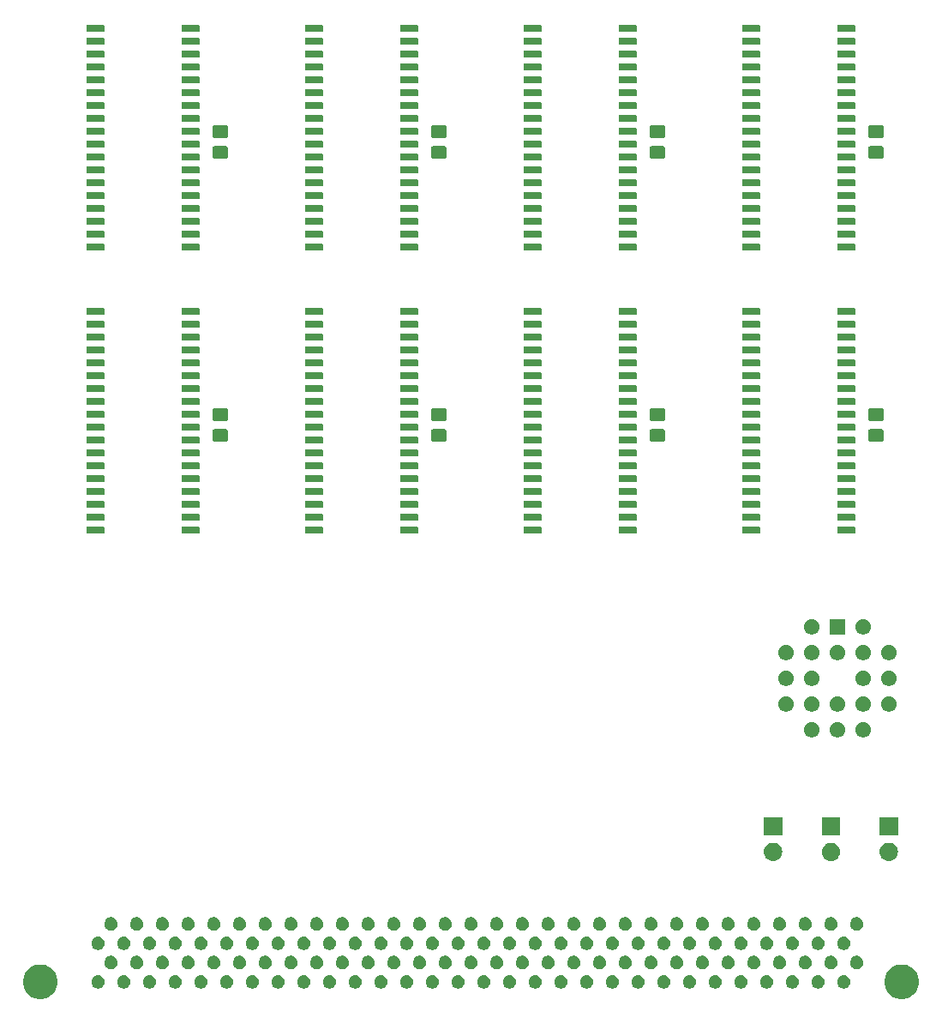
<source format=gbr>
G04 #@! TF.GenerationSoftware,KiCad,Pcbnew,(5.0.2)-1*
G04 #@! TF.CreationDate,2019-02-18T11:06:26-07:00*
G04 #@! TF.ProjectId,8MB SRAM,384d4220-5352-4414-9d2e-6b696361645f,rev?*
G04 #@! TF.SameCoordinates,Original*
G04 #@! TF.FileFunction,Soldermask,Bot*
G04 #@! TF.FilePolarity,Negative*
%FSLAX46Y46*%
G04 Gerber Fmt 4.6, Leading zero omitted, Abs format (unit mm)*
G04 Created by KiCad (PCBNEW (5.0.2)-1) date 2/18/2019 11:06:26 AM*
%MOMM*%
%LPD*%
G01*
G04 APERTURE LIST*
%ADD10C,0.100000*%
G04 APERTURE END LIST*
D10*
G36*
X112893306Y-115959300D02*
X113204208Y-116088080D01*
X113484013Y-116275040D01*
X113721960Y-116512987D01*
X113908920Y-116792792D01*
X114037700Y-117103694D01*
X114103350Y-117433741D01*
X114103350Y-117770259D01*
X114037700Y-118100306D01*
X113908920Y-118411208D01*
X113721960Y-118691013D01*
X113484013Y-118928960D01*
X113204208Y-119115920D01*
X112893306Y-119244700D01*
X112563259Y-119310350D01*
X112226741Y-119310350D01*
X111896694Y-119244700D01*
X111585792Y-119115920D01*
X111305987Y-118928960D01*
X111068040Y-118691013D01*
X110881080Y-118411208D01*
X110752300Y-118100306D01*
X110686650Y-117770259D01*
X110686650Y-117433741D01*
X110752300Y-117103694D01*
X110881080Y-116792792D01*
X111068040Y-116512987D01*
X111305987Y-116275040D01*
X111585792Y-116088080D01*
X111896694Y-115959300D01*
X112226741Y-115893650D01*
X112563259Y-115893650D01*
X112893306Y-115959300D01*
X112893306Y-115959300D01*
G37*
G36*
X27803306Y-115959300D02*
X28114208Y-116088080D01*
X28394013Y-116275040D01*
X28631960Y-116512987D01*
X28818920Y-116792792D01*
X28947700Y-117103694D01*
X29013350Y-117433741D01*
X29013350Y-117770259D01*
X28947700Y-118100306D01*
X28818920Y-118411208D01*
X28631960Y-118691013D01*
X28394013Y-118928960D01*
X28114208Y-119115920D01*
X27803306Y-119244700D01*
X27473259Y-119310350D01*
X27136741Y-119310350D01*
X26806694Y-119244700D01*
X26495792Y-119115920D01*
X26215987Y-118928960D01*
X25978040Y-118691013D01*
X25791080Y-118411208D01*
X25662300Y-118100306D01*
X25596650Y-117770259D01*
X25596650Y-117433741D01*
X25662300Y-117103694D01*
X25791080Y-116792792D01*
X25978040Y-116512987D01*
X26215987Y-116275040D01*
X26495792Y-116088080D01*
X26806694Y-115959300D01*
X27136741Y-115893650D01*
X27473259Y-115893650D01*
X27803306Y-115959300D01*
X27803306Y-115959300D01*
G37*
G36*
X106872689Y-116966786D02*
X106992908Y-117016582D01*
X107101112Y-117088882D01*
X107193118Y-117180888D01*
X107265418Y-117289092D01*
X107315214Y-117409311D01*
X107340600Y-117536935D01*
X107340600Y-117667065D01*
X107315214Y-117794689D01*
X107265418Y-117914908D01*
X107193118Y-118023112D01*
X107101112Y-118115118D01*
X106992908Y-118187418D01*
X106872689Y-118237214D01*
X106745065Y-118262600D01*
X106614935Y-118262600D01*
X106487311Y-118237214D01*
X106367092Y-118187418D01*
X106258888Y-118115118D01*
X106166882Y-118023112D01*
X106094582Y-117914908D01*
X106044786Y-117794689D01*
X106019400Y-117667065D01*
X106019400Y-117536935D01*
X106044786Y-117409311D01*
X106094582Y-117289092D01*
X106166882Y-117180888D01*
X106258888Y-117088882D01*
X106367092Y-117016582D01*
X106487311Y-116966786D01*
X106614935Y-116941400D01*
X106745065Y-116941400D01*
X106872689Y-116966786D01*
X106872689Y-116966786D01*
G37*
G36*
X71312689Y-116966786D02*
X71432908Y-117016582D01*
X71541112Y-117088882D01*
X71633118Y-117180888D01*
X71705418Y-117289092D01*
X71755214Y-117409311D01*
X71780600Y-117536935D01*
X71780600Y-117667065D01*
X71755214Y-117794689D01*
X71705418Y-117914908D01*
X71633118Y-118023112D01*
X71541112Y-118115118D01*
X71432908Y-118187418D01*
X71312689Y-118237214D01*
X71185065Y-118262600D01*
X71054935Y-118262600D01*
X70927311Y-118237214D01*
X70807092Y-118187418D01*
X70698888Y-118115118D01*
X70606882Y-118023112D01*
X70534582Y-117914908D01*
X70484786Y-117794689D01*
X70459400Y-117667065D01*
X70459400Y-117536935D01*
X70484786Y-117409311D01*
X70534582Y-117289092D01*
X70606882Y-117180888D01*
X70698888Y-117088882D01*
X70807092Y-117016582D01*
X70927311Y-116966786D01*
X71054935Y-116941400D01*
X71185065Y-116941400D01*
X71312689Y-116966786D01*
X71312689Y-116966786D01*
G37*
G36*
X33212689Y-116966786D02*
X33332908Y-117016582D01*
X33441112Y-117088882D01*
X33533118Y-117180888D01*
X33605418Y-117289092D01*
X33655214Y-117409311D01*
X33680600Y-117536935D01*
X33680600Y-117667065D01*
X33655214Y-117794689D01*
X33605418Y-117914908D01*
X33533118Y-118023112D01*
X33441112Y-118115118D01*
X33332908Y-118187418D01*
X33212689Y-118237214D01*
X33085065Y-118262600D01*
X32954935Y-118262600D01*
X32827311Y-118237214D01*
X32707092Y-118187418D01*
X32598888Y-118115118D01*
X32506882Y-118023112D01*
X32434582Y-117914908D01*
X32384786Y-117794689D01*
X32359400Y-117667065D01*
X32359400Y-117536935D01*
X32384786Y-117409311D01*
X32434582Y-117289092D01*
X32506882Y-117180888D01*
X32598888Y-117088882D01*
X32707092Y-117016582D01*
X32827311Y-116966786D01*
X32954935Y-116941400D01*
X33085065Y-116941400D01*
X33212689Y-116966786D01*
X33212689Y-116966786D01*
G37*
G36*
X35752689Y-116966786D02*
X35872908Y-117016582D01*
X35981112Y-117088882D01*
X36073118Y-117180888D01*
X36145418Y-117289092D01*
X36195214Y-117409311D01*
X36220600Y-117536935D01*
X36220600Y-117667065D01*
X36195214Y-117794689D01*
X36145418Y-117914908D01*
X36073118Y-118023112D01*
X35981112Y-118115118D01*
X35872908Y-118187418D01*
X35752689Y-118237214D01*
X35625065Y-118262600D01*
X35494935Y-118262600D01*
X35367311Y-118237214D01*
X35247092Y-118187418D01*
X35138888Y-118115118D01*
X35046882Y-118023112D01*
X34974582Y-117914908D01*
X34924786Y-117794689D01*
X34899400Y-117667065D01*
X34899400Y-117536935D01*
X34924786Y-117409311D01*
X34974582Y-117289092D01*
X35046882Y-117180888D01*
X35138888Y-117088882D01*
X35247092Y-117016582D01*
X35367311Y-116966786D01*
X35494935Y-116941400D01*
X35625065Y-116941400D01*
X35752689Y-116966786D01*
X35752689Y-116966786D01*
G37*
G36*
X38292689Y-116966786D02*
X38412908Y-117016582D01*
X38521112Y-117088882D01*
X38613118Y-117180888D01*
X38685418Y-117289092D01*
X38735214Y-117409311D01*
X38760600Y-117536935D01*
X38760600Y-117667065D01*
X38735214Y-117794689D01*
X38685418Y-117914908D01*
X38613118Y-118023112D01*
X38521112Y-118115118D01*
X38412908Y-118187418D01*
X38292689Y-118237214D01*
X38165065Y-118262600D01*
X38034935Y-118262600D01*
X37907311Y-118237214D01*
X37787092Y-118187418D01*
X37678888Y-118115118D01*
X37586882Y-118023112D01*
X37514582Y-117914908D01*
X37464786Y-117794689D01*
X37439400Y-117667065D01*
X37439400Y-117536935D01*
X37464786Y-117409311D01*
X37514582Y-117289092D01*
X37586882Y-117180888D01*
X37678888Y-117088882D01*
X37787092Y-117016582D01*
X37907311Y-116966786D01*
X38034935Y-116941400D01*
X38165065Y-116941400D01*
X38292689Y-116966786D01*
X38292689Y-116966786D01*
G37*
G36*
X40832689Y-116966786D02*
X40952908Y-117016582D01*
X41061112Y-117088882D01*
X41153118Y-117180888D01*
X41225418Y-117289092D01*
X41275214Y-117409311D01*
X41300600Y-117536935D01*
X41300600Y-117667065D01*
X41275214Y-117794689D01*
X41225418Y-117914908D01*
X41153118Y-118023112D01*
X41061112Y-118115118D01*
X40952908Y-118187418D01*
X40832689Y-118237214D01*
X40705065Y-118262600D01*
X40574935Y-118262600D01*
X40447311Y-118237214D01*
X40327092Y-118187418D01*
X40218888Y-118115118D01*
X40126882Y-118023112D01*
X40054582Y-117914908D01*
X40004786Y-117794689D01*
X39979400Y-117667065D01*
X39979400Y-117536935D01*
X40004786Y-117409311D01*
X40054582Y-117289092D01*
X40126882Y-117180888D01*
X40218888Y-117088882D01*
X40327092Y-117016582D01*
X40447311Y-116966786D01*
X40574935Y-116941400D01*
X40705065Y-116941400D01*
X40832689Y-116966786D01*
X40832689Y-116966786D01*
G37*
G36*
X43372689Y-116966786D02*
X43492908Y-117016582D01*
X43601112Y-117088882D01*
X43693118Y-117180888D01*
X43765418Y-117289092D01*
X43815214Y-117409311D01*
X43840600Y-117536935D01*
X43840600Y-117667065D01*
X43815214Y-117794689D01*
X43765418Y-117914908D01*
X43693118Y-118023112D01*
X43601112Y-118115118D01*
X43492908Y-118187418D01*
X43372689Y-118237214D01*
X43245065Y-118262600D01*
X43114935Y-118262600D01*
X42987311Y-118237214D01*
X42867092Y-118187418D01*
X42758888Y-118115118D01*
X42666882Y-118023112D01*
X42594582Y-117914908D01*
X42544786Y-117794689D01*
X42519400Y-117667065D01*
X42519400Y-117536935D01*
X42544786Y-117409311D01*
X42594582Y-117289092D01*
X42666882Y-117180888D01*
X42758888Y-117088882D01*
X42867092Y-117016582D01*
X42987311Y-116966786D01*
X43114935Y-116941400D01*
X43245065Y-116941400D01*
X43372689Y-116966786D01*
X43372689Y-116966786D01*
G37*
G36*
X45912689Y-116966786D02*
X46032908Y-117016582D01*
X46141112Y-117088882D01*
X46233118Y-117180888D01*
X46305418Y-117289092D01*
X46355214Y-117409311D01*
X46380600Y-117536935D01*
X46380600Y-117667065D01*
X46355214Y-117794689D01*
X46305418Y-117914908D01*
X46233118Y-118023112D01*
X46141112Y-118115118D01*
X46032908Y-118187418D01*
X45912689Y-118237214D01*
X45785065Y-118262600D01*
X45654935Y-118262600D01*
X45527311Y-118237214D01*
X45407092Y-118187418D01*
X45298888Y-118115118D01*
X45206882Y-118023112D01*
X45134582Y-117914908D01*
X45084786Y-117794689D01*
X45059400Y-117667065D01*
X45059400Y-117536935D01*
X45084786Y-117409311D01*
X45134582Y-117289092D01*
X45206882Y-117180888D01*
X45298888Y-117088882D01*
X45407092Y-117016582D01*
X45527311Y-116966786D01*
X45654935Y-116941400D01*
X45785065Y-116941400D01*
X45912689Y-116966786D01*
X45912689Y-116966786D01*
G37*
G36*
X48452689Y-116966786D02*
X48572908Y-117016582D01*
X48681112Y-117088882D01*
X48773118Y-117180888D01*
X48845418Y-117289092D01*
X48895214Y-117409311D01*
X48920600Y-117536935D01*
X48920600Y-117667065D01*
X48895214Y-117794689D01*
X48845418Y-117914908D01*
X48773118Y-118023112D01*
X48681112Y-118115118D01*
X48572908Y-118187418D01*
X48452689Y-118237214D01*
X48325065Y-118262600D01*
X48194935Y-118262600D01*
X48067311Y-118237214D01*
X47947092Y-118187418D01*
X47838888Y-118115118D01*
X47746882Y-118023112D01*
X47674582Y-117914908D01*
X47624786Y-117794689D01*
X47599400Y-117667065D01*
X47599400Y-117536935D01*
X47624786Y-117409311D01*
X47674582Y-117289092D01*
X47746882Y-117180888D01*
X47838888Y-117088882D01*
X47947092Y-117016582D01*
X48067311Y-116966786D01*
X48194935Y-116941400D01*
X48325065Y-116941400D01*
X48452689Y-116966786D01*
X48452689Y-116966786D01*
G37*
G36*
X50992689Y-116966786D02*
X51112908Y-117016582D01*
X51221112Y-117088882D01*
X51313118Y-117180888D01*
X51385418Y-117289092D01*
X51435214Y-117409311D01*
X51460600Y-117536935D01*
X51460600Y-117667065D01*
X51435214Y-117794689D01*
X51385418Y-117914908D01*
X51313118Y-118023112D01*
X51221112Y-118115118D01*
X51112908Y-118187418D01*
X50992689Y-118237214D01*
X50865065Y-118262600D01*
X50734935Y-118262600D01*
X50607311Y-118237214D01*
X50487092Y-118187418D01*
X50378888Y-118115118D01*
X50286882Y-118023112D01*
X50214582Y-117914908D01*
X50164786Y-117794689D01*
X50139400Y-117667065D01*
X50139400Y-117536935D01*
X50164786Y-117409311D01*
X50214582Y-117289092D01*
X50286882Y-117180888D01*
X50378888Y-117088882D01*
X50487092Y-117016582D01*
X50607311Y-116966786D01*
X50734935Y-116941400D01*
X50865065Y-116941400D01*
X50992689Y-116966786D01*
X50992689Y-116966786D01*
G37*
G36*
X53532689Y-116966786D02*
X53652908Y-117016582D01*
X53761112Y-117088882D01*
X53853118Y-117180888D01*
X53925418Y-117289092D01*
X53975214Y-117409311D01*
X54000600Y-117536935D01*
X54000600Y-117667065D01*
X53975214Y-117794689D01*
X53925418Y-117914908D01*
X53853118Y-118023112D01*
X53761112Y-118115118D01*
X53652908Y-118187418D01*
X53532689Y-118237214D01*
X53405065Y-118262600D01*
X53274935Y-118262600D01*
X53147311Y-118237214D01*
X53027092Y-118187418D01*
X52918888Y-118115118D01*
X52826882Y-118023112D01*
X52754582Y-117914908D01*
X52704786Y-117794689D01*
X52679400Y-117667065D01*
X52679400Y-117536935D01*
X52704786Y-117409311D01*
X52754582Y-117289092D01*
X52826882Y-117180888D01*
X52918888Y-117088882D01*
X53027092Y-117016582D01*
X53147311Y-116966786D01*
X53274935Y-116941400D01*
X53405065Y-116941400D01*
X53532689Y-116966786D01*
X53532689Y-116966786D01*
G37*
G36*
X56072689Y-116966786D02*
X56192908Y-117016582D01*
X56301112Y-117088882D01*
X56393118Y-117180888D01*
X56465418Y-117289092D01*
X56515214Y-117409311D01*
X56540600Y-117536935D01*
X56540600Y-117667065D01*
X56515214Y-117794689D01*
X56465418Y-117914908D01*
X56393118Y-118023112D01*
X56301112Y-118115118D01*
X56192908Y-118187418D01*
X56072689Y-118237214D01*
X55945065Y-118262600D01*
X55814935Y-118262600D01*
X55687311Y-118237214D01*
X55567092Y-118187418D01*
X55458888Y-118115118D01*
X55366882Y-118023112D01*
X55294582Y-117914908D01*
X55244786Y-117794689D01*
X55219400Y-117667065D01*
X55219400Y-117536935D01*
X55244786Y-117409311D01*
X55294582Y-117289092D01*
X55366882Y-117180888D01*
X55458888Y-117088882D01*
X55567092Y-117016582D01*
X55687311Y-116966786D01*
X55814935Y-116941400D01*
X55945065Y-116941400D01*
X56072689Y-116966786D01*
X56072689Y-116966786D01*
G37*
G36*
X58612689Y-116966786D02*
X58732908Y-117016582D01*
X58841112Y-117088882D01*
X58933118Y-117180888D01*
X59005418Y-117289092D01*
X59055214Y-117409311D01*
X59080600Y-117536935D01*
X59080600Y-117667065D01*
X59055214Y-117794689D01*
X59005418Y-117914908D01*
X58933118Y-118023112D01*
X58841112Y-118115118D01*
X58732908Y-118187418D01*
X58612689Y-118237214D01*
X58485065Y-118262600D01*
X58354935Y-118262600D01*
X58227311Y-118237214D01*
X58107092Y-118187418D01*
X57998888Y-118115118D01*
X57906882Y-118023112D01*
X57834582Y-117914908D01*
X57784786Y-117794689D01*
X57759400Y-117667065D01*
X57759400Y-117536935D01*
X57784786Y-117409311D01*
X57834582Y-117289092D01*
X57906882Y-117180888D01*
X57998888Y-117088882D01*
X58107092Y-117016582D01*
X58227311Y-116966786D01*
X58354935Y-116941400D01*
X58485065Y-116941400D01*
X58612689Y-116966786D01*
X58612689Y-116966786D01*
G37*
G36*
X61152689Y-116966786D02*
X61272908Y-117016582D01*
X61381112Y-117088882D01*
X61473118Y-117180888D01*
X61545418Y-117289092D01*
X61595214Y-117409311D01*
X61620600Y-117536935D01*
X61620600Y-117667065D01*
X61595214Y-117794689D01*
X61545418Y-117914908D01*
X61473118Y-118023112D01*
X61381112Y-118115118D01*
X61272908Y-118187418D01*
X61152689Y-118237214D01*
X61025065Y-118262600D01*
X60894935Y-118262600D01*
X60767311Y-118237214D01*
X60647092Y-118187418D01*
X60538888Y-118115118D01*
X60446882Y-118023112D01*
X60374582Y-117914908D01*
X60324786Y-117794689D01*
X60299400Y-117667065D01*
X60299400Y-117536935D01*
X60324786Y-117409311D01*
X60374582Y-117289092D01*
X60446882Y-117180888D01*
X60538888Y-117088882D01*
X60647092Y-117016582D01*
X60767311Y-116966786D01*
X60894935Y-116941400D01*
X61025065Y-116941400D01*
X61152689Y-116966786D01*
X61152689Y-116966786D01*
G37*
G36*
X63692689Y-116966786D02*
X63812908Y-117016582D01*
X63921112Y-117088882D01*
X64013118Y-117180888D01*
X64085418Y-117289092D01*
X64135214Y-117409311D01*
X64160600Y-117536935D01*
X64160600Y-117667065D01*
X64135214Y-117794689D01*
X64085418Y-117914908D01*
X64013118Y-118023112D01*
X63921112Y-118115118D01*
X63812908Y-118187418D01*
X63692689Y-118237214D01*
X63565065Y-118262600D01*
X63434935Y-118262600D01*
X63307311Y-118237214D01*
X63187092Y-118187418D01*
X63078888Y-118115118D01*
X62986882Y-118023112D01*
X62914582Y-117914908D01*
X62864786Y-117794689D01*
X62839400Y-117667065D01*
X62839400Y-117536935D01*
X62864786Y-117409311D01*
X62914582Y-117289092D01*
X62986882Y-117180888D01*
X63078888Y-117088882D01*
X63187092Y-117016582D01*
X63307311Y-116966786D01*
X63434935Y-116941400D01*
X63565065Y-116941400D01*
X63692689Y-116966786D01*
X63692689Y-116966786D01*
G37*
G36*
X66232689Y-116966786D02*
X66352908Y-117016582D01*
X66461112Y-117088882D01*
X66553118Y-117180888D01*
X66625418Y-117289092D01*
X66675214Y-117409311D01*
X66700600Y-117536935D01*
X66700600Y-117667065D01*
X66675214Y-117794689D01*
X66625418Y-117914908D01*
X66553118Y-118023112D01*
X66461112Y-118115118D01*
X66352908Y-118187418D01*
X66232689Y-118237214D01*
X66105065Y-118262600D01*
X65974935Y-118262600D01*
X65847311Y-118237214D01*
X65727092Y-118187418D01*
X65618888Y-118115118D01*
X65526882Y-118023112D01*
X65454582Y-117914908D01*
X65404786Y-117794689D01*
X65379400Y-117667065D01*
X65379400Y-117536935D01*
X65404786Y-117409311D01*
X65454582Y-117289092D01*
X65526882Y-117180888D01*
X65618888Y-117088882D01*
X65727092Y-117016582D01*
X65847311Y-116966786D01*
X65974935Y-116941400D01*
X66105065Y-116941400D01*
X66232689Y-116966786D01*
X66232689Y-116966786D01*
G37*
G36*
X104332689Y-116966786D02*
X104452908Y-117016582D01*
X104561112Y-117088882D01*
X104653118Y-117180888D01*
X104725418Y-117289092D01*
X104775214Y-117409311D01*
X104800600Y-117536935D01*
X104800600Y-117667065D01*
X104775214Y-117794689D01*
X104725418Y-117914908D01*
X104653118Y-118023112D01*
X104561112Y-118115118D01*
X104452908Y-118187418D01*
X104332689Y-118237214D01*
X104205065Y-118262600D01*
X104074935Y-118262600D01*
X103947311Y-118237214D01*
X103827092Y-118187418D01*
X103718888Y-118115118D01*
X103626882Y-118023112D01*
X103554582Y-117914908D01*
X103504786Y-117794689D01*
X103479400Y-117667065D01*
X103479400Y-117536935D01*
X103504786Y-117409311D01*
X103554582Y-117289092D01*
X103626882Y-117180888D01*
X103718888Y-117088882D01*
X103827092Y-117016582D01*
X103947311Y-116966786D01*
X104074935Y-116941400D01*
X104205065Y-116941400D01*
X104332689Y-116966786D01*
X104332689Y-116966786D01*
G37*
G36*
X68772689Y-116966786D02*
X68892908Y-117016582D01*
X69001112Y-117088882D01*
X69093118Y-117180888D01*
X69165418Y-117289092D01*
X69215214Y-117409311D01*
X69240600Y-117536935D01*
X69240600Y-117667065D01*
X69215214Y-117794689D01*
X69165418Y-117914908D01*
X69093118Y-118023112D01*
X69001112Y-118115118D01*
X68892908Y-118187418D01*
X68772689Y-118237214D01*
X68645065Y-118262600D01*
X68514935Y-118262600D01*
X68387311Y-118237214D01*
X68267092Y-118187418D01*
X68158888Y-118115118D01*
X68066882Y-118023112D01*
X67994582Y-117914908D01*
X67944786Y-117794689D01*
X67919400Y-117667065D01*
X67919400Y-117536935D01*
X67944786Y-117409311D01*
X67994582Y-117289092D01*
X68066882Y-117180888D01*
X68158888Y-117088882D01*
X68267092Y-117016582D01*
X68387311Y-116966786D01*
X68514935Y-116941400D01*
X68645065Y-116941400D01*
X68772689Y-116966786D01*
X68772689Y-116966786D01*
G37*
G36*
X73852689Y-116966786D02*
X73972908Y-117016582D01*
X74081112Y-117088882D01*
X74173118Y-117180888D01*
X74245418Y-117289092D01*
X74295214Y-117409311D01*
X74320600Y-117536935D01*
X74320600Y-117667065D01*
X74295214Y-117794689D01*
X74245418Y-117914908D01*
X74173118Y-118023112D01*
X74081112Y-118115118D01*
X73972908Y-118187418D01*
X73852689Y-118237214D01*
X73725065Y-118262600D01*
X73594935Y-118262600D01*
X73467311Y-118237214D01*
X73347092Y-118187418D01*
X73238888Y-118115118D01*
X73146882Y-118023112D01*
X73074582Y-117914908D01*
X73024786Y-117794689D01*
X72999400Y-117667065D01*
X72999400Y-117536935D01*
X73024786Y-117409311D01*
X73074582Y-117289092D01*
X73146882Y-117180888D01*
X73238888Y-117088882D01*
X73347092Y-117016582D01*
X73467311Y-116966786D01*
X73594935Y-116941400D01*
X73725065Y-116941400D01*
X73852689Y-116966786D01*
X73852689Y-116966786D01*
G37*
G36*
X76392689Y-116966786D02*
X76512908Y-117016582D01*
X76621112Y-117088882D01*
X76713118Y-117180888D01*
X76785418Y-117289092D01*
X76835214Y-117409311D01*
X76860600Y-117536935D01*
X76860600Y-117667065D01*
X76835214Y-117794689D01*
X76785418Y-117914908D01*
X76713118Y-118023112D01*
X76621112Y-118115118D01*
X76512908Y-118187418D01*
X76392689Y-118237214D01*
X76265065Y-118262600D01*
X76134935Y-118262600D01*
X76007311Y-118237214D01*
X75887092Y-118187418D01*
X75778888Y-118115118D01*
X75686882Y-118023112D01*
X75614582Y-117914908D01*
X75564786Y-117794689D01*
X75539400Y-117667065D01*
X75539400Y-117536935D01*
X75564786Y-117409311D01*
X75614582Y-117289092D01*
X75686882Y-117180888D01*
X75778888Y-117088882D01*
X75887092Y-117016582D01*
X76007311Y-116966786D01*
X76134935Y-116941400D01*
X76265065Y-116941400D01*
X76392689Y-116966786D01*
X76392689Y-116966786D01*
G37*
G36*
X78932689Y-116966786D02*
X79052908Y-117016582D01*
X79161112Y-117088882D01*
X79253118Y-117180888D01*
X79325418Y-117289092D01*
X79375214Y-117409311D01*
X79400600Y-117536935D01*
X79400600Y-117667065D01*
X79375214Y-117794689D01*
X79325418Y-117914908D01*
X79253118Y-118023112D01*
X79161112Y-118115118D01*
X79052908Y-118187418D01*
X78932689Y-118237214D01*
X78805065Y-118262600D01*
X78674935Y-118262600D01*
X78547311Y-118237214D01*
X78427092Y-118187418D01*
X78318888Y-118115118D01*
X78226882Y-118023112D01*
X78154582Y-117914908D01*
X78104786Y-117794689D01*
X78079400Y-117667065D01*
X78079400Y-117536935D01*
X78104786Y-117409311D01*
X78154582Y-117289092D01*
X78226882Y-117180888D01*
X78318888Y-117088882D01*
X78427092Y-117016582D01*
X78547311Y-116966786D01*
X78674935Y-116941400D01*
X78805065Y-116941400D01*
X78932689Y-116966786D01*
X78932689Y-116966786D01*
G37*
G36*
X81472689Y-116966786D02*
X81592908Y-117016582D01*
X81701112Y-117088882D01*
X81793118Y-117180888D01*
X81865418Y-117289092D01*
X81915214Y-117409311D01*
X81940600Y-117536935D01*
X81940600Y-117667065D01*
X81915214Y-117794689D01*
X81865418Y-117914908D01*
X81793118Y-118023112D01*
X81701112Y-118115118D01*
X81592908Y-118187418D01*
X81472689Y-118237214D01*
X81345065Y-118262600D01*
X81214935Y-118262600D01*
X81087311Y-118237214D01*
X80967092Y-118187418D01*
X80858888Y-118115118D01*
X80766882Y-118023112D01*
X80694582Y-117914908D01*
X80644786Y-117794689D01*
X80619400Y-117667065D01*
X80619400Y-117536935D01*
X80644786Y-117409311D01*
X80694582Y-117289092D01*
X80766882Y-117180888D01*
X80858888Y-117088882D01*
X80967092Y-117016582D01*
X81087311Y-116966786D01*
X81214935Y-116941400D01*
X81345065Y-116941400D01*
X81472689Y-116966786D01*
X81472689Y-116966786D01*
G37*
G36*
X84012689Y-116966786D02*
X84132908Y-117016582D01*
X84241112Y-117088882D01*
X84333118Y-117180888D01*
X84405418Y-117289092D01*
X84455214Y-117409311D01*
X84480600Y-117536935D01*
X84480600Y-117667065D01*
X84455214Y-117794689D01*
X84405418Y-117914908D01*
X84333118Y-118023112D01*
X84241112Y-118115118D01*
X84132908Y-118187418D01*
X84012689Y-118237214D01*
X83885065Y-118262600D01*
X83754935Y-118262600D01*
X83627311Y-118237214D01*
X83507092Y-118187418D01*
X83398888Y-118115118D01*
X83306882Y-118023112D01*
X83234582Y-117914908D01*
X83184786Y-117794689D01*
X83159400Y-117667065D01*
X83159400Y-117536935D01*
X83184786Y-117409311D01*
X83234582Y-117289092D01*
X83306882Y-117180888D01*
X83398888Y-117088882D01*
X83507092Y-117016582D01*
X83627311Y-116966786D01*
X83754935Y-116941400D01*
X83885065Y-116941400D01*
X84012689Y-116966786D01*
X84012689Y-116966786D01*
G37*
G36*
X86552689Y-116966786D02*
X86672908Y-117016582D01*
X86781112Y-117088882D01*
X86873118Y-117180888D01*
X86945418Y-117289092D01*
X86995214Y-117409311D01*
X87020600Y-117536935D01*
X87020600Y-117667065D01*
X86995214Y-117794689D01*
X86945418Y-117914908D01*
X86873118Y-118023112D01*
X86781112Y-118115118D01*
X86672908Y-118187418D01*
X86552689Y-118237214D01*
X86425065Y-118262600D01*
X86294935Y-118262600D01*
X86167311Y-118237214D01*
X86047092Y-118187418D01*
X85938888Y-118115118D01*
X85846882Y-118023112D01*
X85774582Y-117914908D01*
X85724786Y-117794689D01*
X85699400Y-117667065D01*
X85699400Y-117536935D01*
X85724786Y-117409311D01*
X85774582Y-117289092D01*
X85846882Y-117180888D01*
X85938888Y-117088882D01*
X86047092Y-117016582D01*
X86167311Y-116966786D01*
X86294935Y-116941400D01*
X86425065Y-116941400D01*
X86552689Y-116966786D01*
X86552689Y-116966786D01*
G37*
G36*
X89092689Y-116966786D02*
X89212908Y-117016582D01*
X89321112Y-117088882D01*
X89413118Y-117180888D01*
X89485418Y-117289092D01*
X89535214Y-117409311D01*
X89560600Y-117536935D01*
X89560600Y-117667065D01*
X89535214Y-117794689D01*
X89485418Y-117914908D01*
X89413118Y-118023112D01*
X89321112Y-118115118D01*
X89212908Y-118187418D01*
X89092689Y-118237214D01*
X88965065Y-118262600D01*
X88834935Y-118262600D01*
X88707311Y-118237214D01*
X88587092Y-118187418D01*
X88478888Y-118115118D01*
X88386882Y-118023112D01*
X88314582Y-117914908D01*
X88264786Y-117794689D01*
X88239400Y-117667065D01*
X88239400Y-117536935D01*
X88264786Y-117409311D01*
X88314582Y-117289092D01*
X88386882Y-117180888D01*
X88478888Y-117088882D01*
X88587092Y-117016582D01*
X88707311Y-116966786D01*
X88834935Y-116941400D01*
X88965065Y-116941400D01*
X89092689Y-116966786D01*
X89092689Y-116966786D01*
G37*
G36*
X91632689Y-116966786D02*
X91752908Y-117016582D01*
X91861112Y-117088882D01*
X91953118Y-117180888D01*
X92025418Y-117289092D01*
X92075214Y-117409311D01*
X92100600Y-117536935D01*
X92100600Y-117667065D01*
X92075214Y-117794689D01*
X92025418Y-117914908D01*
X91953118Y-118023112D01*
X91861112Y-118115118D01*
X91752908Y-118187418D01*
X91632689Y-118237214D01*
X91505065Y-118262600D01*
X91374935Y-118262600D01*
X91247311Y-118237214D01*
X91127092Y-118187418D01*
X91018888Y-118115118D01*
X90926882Y-118023112D01*
X90854582Y-117914908D01*
X90804786Y-117794689D01*
X90779400Y-117667065D01*
X90779400Y-117536935D01*
X90804786Y-117409311D01*
X90854582Y-117289092D01*
X90926882Y-117180888D01*
X91018888Y-117088882D01*
X91127092Y-117016582D01*
X91247311Y-116966786D01*
X91374935Y-116941400D01*
X91505065Y-116941400D01*
X91632689Y-116966786D01*
X91632689Y-116966786D01*
G37*
G36*
X94172689Y-116966786D02*
X94292908Y-117016582D01*
X94401112Y-117088882D01*
X94493118Y-117180888D01*
X94565418Y-117289092D01*
X94615214Y-117409311D01*
X94640600Y-117536935D01*
X94640600Y-117667065D01*
X94615214Y-117794689D01*
X94565418Y-117914908D01*
X94493118Y-118023112D01*
X94401112Y-118115118D01*
X94292908Y-118187418D01*
X94172689Y-118237214D01*
X94045065Y-118262600D01*
X93914935Y-118262600D01*
X93787311Y-118237214D01*
X93667092Y-118187418D01*
X93558888Y-118115118D01*
X93466882Y-118023112D01*
X93394582Y-117914908D01*
X93344786Y-117794689D01*
X93319400Y-117667065D01*
X93319400Y-117536935D01*
X93344786Y-117409311D01*
X93394582Y-117289092D01*
X93466882Y-117180888D01*
X93558888Y-117088882D01*
X93667092Y-117016582D01*
X93787311Y-116966786D01*
X93914935Y-116941400D01*
X94045065Y-116941400D01*
X94172689Y-116966786D01*
X94172689Y-116966786D01*
G37*
G36*
X96712689Y-116966786D02*
X96832908Y-117016582D01*
X96941112Y-117088882D01*
X97033118Y-117180888D01*
X97105418Y-117289092D01*
X97155214Y-117409311D01*
X97180600Y-117536935D01*
X97180600Y-117667065D01*
X97155214Y-117794689D01*
X97105418Y-117914908D01*
X97033118Y-118023112D01*
X96941112Y-118115118D01*
X96832908Y-118187418D01*
X96712689Y-118237214D01*
X96585065Y-118262600D01*
X96454935Y-118262600D01*
X96327311Y-118237214D01*
X96207092Y-118187418D01*
X96098888Y-118115118D01*
X96006882Y-118023112D01*
X95934582Y-117914908D01*
X95884786Y-117794689D01*
X95859400Y-117667065D01*
X95859400Y-117536935D01*
X95884786Y-117409311D01*
X95934582Y-117289092D01*
X96006882Y-117180888D01*
X96098888Y-117088882D01*
X96207092Y-117016582D01*
X96327311Y-116966786D01*
X96454935Y-116941400D01*
X96585065Y-116941400D01*
X96712689Y-116966786D01*
X96712689Y-116966786D01*
G37*
G36*
X99252689Y-116966786D02*
X99372908Y-117016582D01*
X99481112Y-117088882D01*
X99573118Y-117180888D01*
X99645418Y-117289092D01*
X99695214Y-117409311D01*
X99720600Y-117536935D01*
X99720600Y-117667065D01*
X99695214Y-117794689D01*
X99645418Y-117914908D01*
X99573118Y-118023112D01*
X99481112Y-118115118D01*
X99372908Y-118187418D01*
X99252689Y-118237214D01*
X99125065Y-118262600D01*
X98994935Y-118262600D01*
X98867311Y-118237214D01*
X98747092Y-118187418D01*
X98638888Y-118115118D01*
X98546882Y-118023112D01*
X98474582Y-117914908D01*
X98424786Y-117794689D01*
X98399400Y-117667065D01*
X98399400Y-117536935D01*
X98424786Y-117409311D01*
X98474582Y-117289092D01*
X98546882Y-117180888D01*
X98638888Y-117088882D01*
X98747092Y-117016582D01*
X98867311Y-116966786D01*
X98994935Y-116941400D01*
X99125065Y-116941400D01*
X99252689Y-116966786D01*
X99252689Y-116966786D01*
G37*
G36*
X101792689Y-116966786D02*
X101912908Y-117016582D01*
X102021112Y-117088882D01*
X102113118Y-117180888D01*
X102185418Y-117289092D01*
X102235214Y-117409311D01*
X102260600Y-117536935D01*
X102260600Y-117667065D01*
X102235214Y-117794689D01*
X102185418Y-117914908D01*
X102113118Y-118023112D01*
X102021112Y-118115118D01*
X101912908Y-118187418D01*
X101792689Y-118237214D01*
X101665065Y-118262600D01*
X101534935Y-118262600D01*
X101407311Y-118237214D01*
X101287092Y-118187418D01*
X101178888Y-118115118D01*
X101086882Y-118023112D01*
X101014582Y-117914908D01*
X100964786Y-117794689D01*
X100939400Y-117667065D01*
X100939400Y-117536935D01*
X100964786Y-117409311D01*
X101014582Y-117289092D01*
X101086882Y-117180888D01*
X101178888Y-117088882D01*
X101287092Y-117016582D01*
X101407311Y-116966786D01*
X101534935Y-116941400D01*
X101665065Y-116941400D01*
X101792689Y-116966786D01*
X101792689Y-116966786D01*
G37*
G36*
X59882689Y-115061786D02*
X60002908Y-115111582D01*
X60111112Y-115183882D01*
X60203118Y-115275888D01*
X60275418Y-115384092D01*
X60325214Y-115504311D01*
X60350600Y-115631935D01*
X60350600Y-115762065D01*
X60325214Y-115889689D01*
X60275418Y-116009908D01*
X60203118Y-116118112D01*
X60111112Y-116210118D01*
X60002908Y-116282418D01*
X59882689Y-116332214D01*
X59755065Y-116357600D01*
X59624935Y-116357600D01*
X59497311Y-116332214D01*
X59377092Y-116282418D01*
X59268888Y-116210118D01*
X59176882Y-116118112D01*
X59104582Y-116009908D01*
X59054786Y-115889689D01*
X59029400Y-115762065D01*
X59029400Y-115631935D01*
X59054786Y-115504311D01*
X59104582Y-115384092D01*
X59176882Y-115275888D01*
X59268888Y-115183882D01*
X59377092Y-115111582D01*
X59497311Y-115061786D01*
X59624935Y-115036400D01*
X59755065Y-115036400D01*
X59882689Y-115061786D01*
X59882689Y-115061786D01*
G37*
G36*
X62422689Y-115061786D02*
X62542908Y-115111582D01*
X62651112Y-115183882D01*
X62743118Y-115275888D01*
X62815418Y-115384092D01*
X62865214Y-115504311D01*
X62890600Y-115631935D01*
X62890600Y-115762065D01*
X62865214Y-115889689D01*
X62815418Y-116009908D01*
X62743118Y-116118112D01*
X62651112Y-116210118D01*
X62542908Y-116282418D01*
X62422689Y-116332214D01*
X62295065Y-116357600D01*
X62164935Y-116357600D01*
X62037311Y-116332214D01*
X61917092Y-116282418D01*
X61808888Y-116210118D01*
X61716882Y-116118112D01*
X61644582Y-116009908D01*
X61594786Y-115889689D01*
X61569400Y-115762065D01*
X61569400Y-115631935D01*
X61594786Y-115504311D01*
X61644582Y-115384092D01*
X61716882Y-115275888D01*
X61808888Y-115183882D01*
X61917092Y-115111582D01*
X62037311Y-115061786D01*
X62164935Y-115036400D01*
X62295065Y-115036400D01*
X62422689Y-115061786D01*
X62422689Y-115061786D01*
G37*
G36*
X47182689Y-115061786D02*
X47302908Y-115111582D01*
X47411112Y-115183882D01*
X47503118Y-115275888D01*
X47575418Y-115384092D01*
X47625214Y-115504311D01*
X47650600Y-115631935D01*
X47650600Y-115762065D01*
X47625214Y-115889689D01*
X47575418Y-116009908D01*
X47503118Y-116118112D01*
X47411112Y-116210118D01*
X47302908Y-116282418D01*
X47182689Y-116332214D01*
X47055065Y-116357600D01*
X46924935Y-116357600D01*
X46797311Y-116332214D01*
X46677092Y-116282418D01*
X46568888Y-116210118D01*
X46476882Y-116118112D01*
X46404582Y-116009908D01*
X46354786Y-115889689D01*
X46329400Y-115762065D01*
X46329400Y-115631935D01*
X46354786Y-115504311D01*
X46404582Y-115384092D01*
X46476882Y-115275888D01*
X46568888Y-115183882D01*
X46677092Y-115111582D01*
X46797311Y-115061786D01*
X46924935Y-115036400D01*
X47055065Y-115036400D01*
X47182689Y-115061786D01*
X47182689Y-115061786D01*
G37*
G36*
X64962689Y-115061786D02*
X65082908Y-115111582D01*
X65191112Y-115183882D01*
X65283118Y-115275888D01*
X65355418Y-115384092D01*
X65405214Y-115504311D01*
X65430600Y-115631935D01*
X65430600Y-115762065D01*
X65405214Y-115889689D01*
X65355418Y-116009908D01*
X65283118Y-116118112D01*
X65191112Y-116210118D01*
X65082908Y-116282418D01*
X64962689Y-116332214D01*
X64835065Y-116357600D01*
X64704935Y-116357600D01*
X64577311Y-116332214D01*
X64457092Y-116282418D01*
X64348888Y-116210118D01*
X64256882Y-116118112D01*
X64184582Y-116009908D01*
X64134786Y-115889689D01*
X64109400Y-115762065D01*
X64109400Y-115631935D01*
X64134786Y-115504311D01*
X64184582Y-115384092D01*
X64256882Y-115275888D01*
X64348888Y-115183882D01*
X64457092Y-115111582D01*
X64577311Y-115061786D01*
X64704935Y-115036400D01*
X64835065Y-115036400D01*
X64962689Y-115061786D01*
X64962689Y-115061786D01*
G37*
G36*
X67502689Y-115061786D02*
X67622908Y-115111582D01*
X67731112Y-115183882D01*
X67823118Y-115275888D01*
X67895418Y-115384092D01*
X67945214Y-115504311D01*
X67970600Y-115631935D01*
X67970600Y-115762065D01*
X67945214Y-115889689D01*
X67895418Y-116009908D01*
X67823118Y-116118112D01*
X67731112Y-116210118D01*
X67622908Y-116282418D01*
X67502689Y-116332214D01*
X67375065Y-116357600D01*
X67244935Y-116357600D01*
X67117311Y-116332214D01*
X66997092Y-116282418D01*
X66888888Y-116210118D01*
X66796882Y-116118112D01*
X66724582Y-116009908D01*
X66674786Y-115889689D01*
X66649400Y-115762065D01*
X66649400Y-115631935D01*
X66674786Y-115504311D01*
X66724582Y-115384092D01*
X66796882Y-115275888D01*
X66888888Y-115183882D01*
X66997092Y-115111582D01*
X67117311Y-115061786D01*
X67244935Y-115036400D01*
X67375065Y-115036400D01*
X67502689Y-115061786D01*
X67502689Y-115061786D01*
G37*
G36*
X44642689Y-115061786D02*
X44762908Y-115111582D01*
X44871112Y-115183882D01*
X44963118Y-115275888D01*
X45035418Y-115384092D01*
X45085214Y-115504311D01*
X45110600Y-115631935D01*
X45110600Y-115762065D01*
X45085214Y-115889689D01*
X45035418Y-116009908D01*
X44963118Y-116118112D01*
X44871112Y-116210118D01*
X44762908Y-116282418D01*
X44642689Y-116332214D01*
X44515065Y-116357600D01*
X44384935Y-116357600D01*
X44257311Y-116332214D01*
X44137092Y-116282418D01*
X44028888Y-116210118D01*
X43936882Y-116118112D01*
X43864582Y-116009908D01*
X43814786Y-115889689D01*
X43789400Y-115762065D01*
X43789400Y-115631935D01*
X43814786Y-115504311D01*
X43864582Y-115384092D01*
X43936882Y-115275888D01*
X44028888Y-115183882D01*
X44137092Y-115111582D01*
X44257311Y-115061786D01*
X44384935Y-115036400D01*
X44515065Y-115036400D01*
X44642689Y-115061786D01*
X44642689Y-115061786D01*
G37*
G36*
X85282689Y-115061786D02*
X85402908Y-115111582D01*
X85511112Y-115183882D01*
X85603118Y-115275888D01*
X85675418Y-115384092D01*
X85725214Y-115504311D01*
X85750600Y-115631935D01*
X85750600Y-115762065D01*
X85725214Y-115889689D01*
X85675418Y-116009908D01*
X85603118Y-116118112D01*
X85511112Y-116210118D01*
X85402908Y-116282418D01*
X85282689Y-116332214D01*
X85155065Y-116357600D01*
X85024935Y-116357600D01*
X84897311Y-116332214D01*
X84777092Y-116282418D01*
X84668888Y-116210118D01*
X84576882Y-116118112D01*
X84504582Y-116009908D01*
X84454786Y-115889689D01*
X84429400Y-115762065D01*
X84429400Y-115631935D01*
X84454786Y-115504311D01*
X84504582Y-115384092D01*
X84576882Y-115275888D01*
X84668888Y-115183882D01*
X84777092Y-115111582D01*
X84897311Y-115061786D01*
X85024935Y-115036400D01*
X85155065Y-115036400D01*
X85282689Y-115061786D01*
X85282689Y-115061786D01*
G37*
G36*
X42102689Y-115061786D02*
X42222908Y-115111582D01*
X42331112Y-115183882D01*
X42423118Y-115275888D01*
X42495418Y-115384092D01*
X42545214Y-115504311D01*
X42570600Y-115631935D01*
X42570600Y-115762065D01*
X42545214Y-115889689D01*
X42495418Y-116009908D01*
X42423118Y-116118112D01*
X42331112Y-116210118D01*
X42222908Y-116282418D01*
X42102689Y-116332214D01*
X41975065Y-116357600D01*
X41844935Y-116357600D01*
X41717311Y-116332214D01*
X41597092Y-116282418D01*
X41488888Y-116210118D01*
X41396882Y-116118112D01*
X41324582Y-116009908D01*
X41274786Y-115889689D01*
X41249400Y-115762065D01*
X41249400Y-115631935D01*
X41274786Y-115504311D01*
X41324582Y-115384092D01*
X41396882Y-115275888D01*
X41488888Y-115183882D01*
X41597092Y-115111582D01*
X41717311Y-115061786D01*
X41844935Y-115036400D01*
X41975065Y-115036400D01*
X42102689Y-115061786D01*
X42102689Y-115061786D01*
G37*
G36*
X75122689Y-115061786D02*
X75242908Y-115111582D01*
X75351112Y-115183882D01*
X75443118Y-115275888D01*
X75515418Y-115384092D01*
X75565214Y-115504311D01*
X75590600Y-115631935D01*
X75590600Y-115762065D01*
X75565214Y-115889689D01*
X75515418Y-116009908D01*
X75443118Y-116118112D01*
X75351112Y-116210118D01*
X75242908Y-116282418D01*
X75122689Y-116332214D01*
X74995065Y-116357600D01*
X74864935Y-116357600D01*
X74737311Y-116332214D01*
X74617092Y-116282418D01*
X74508888Y-116210118D01*
X74416882Y-116118112D01*
X74344582Y-116009908D01*
X74294786Y-115889689D01*
X74269400Y-115762065D01*
X74269400Y-115631935D01*
X74294786Y-115504311D01*
X74344582Y-115384092D01*
X74416882Y-115275888D01*
X74508888Y-115183882D01*
X74617092Y-115111582D01*
X74737311Y-115061786D01*
X74864935Y-115036400D01*
X74995065Y-115036400D01*
X75122689Y-115061786D01*
X75122689Y-115061786D01*
G37*
G36*
X77662689Y-115061786D02*
X77782908Y-115111582D01*
X77891112Y-115183882D01*
X77983118Y-115275888D01*
X78055418Y-115384092D01*
X78105214Y-115504311D01*
X78130600Y-115631935D01*
X78130600Y-115762065D01*
X78105214Y-115889689D01*
X78055418Y-116009908D01*
X77983118Y-116118112D01*
X77891112Y-116210118D01*
X77782908Y-116282418D01*
X77662689Y-116332214D01*
X77535065Y-116357600D01*
X77404935Y-116357600D01*
X77277311Y-116332214D01*
X77157092Y-116282418D01*
X77048888Y-116210118D01*
X76956882Y-116118112D01*
X76884582Y-116009908D01*
X76834786Y-115889689D01*
X76809400Y-115762065D01*
X76809400Y-115631935D01*
X76834786Y-115504311D01*
X76884582Y-115384092D01*
X76956882Y-115275888D01*
X77048888Y-115183882D01*
X77157092Y-115111582D01*
X77277311Y-115061786D01*
X77404935Y-115036400D01*
X77535065Y-115036400D01*
X77662689Y-115061786D01*
X77662689Y-115061786D01*
G37*
G36*
X39562689Y-115061786D02*
X39682908Y-115111582D01*
X39791112Y-115183882D01*
X39883118Y-115275888D01*
X39955418Y-115384092D01*
X40005214Y-115504311D01*
X40030600Y-115631935D01*
X40030600Y-115762065D01*
X40005214Y-115889689D01*
X39955418Y-116009908D01*
X39883118Y-116118112D01*
X39791112Y-116210118D01*
X39682908Y-116282418D01*
X39562689Y-116332214D01*
X39435065Y-116357600D01*
X39304935Y-116357600D01*
X39177311Y-116332214D01*
X39057092Y-116282418D01*
X38948888Y-116210118D01*
X38856882Y-116118112D01*
X38784582Y-116009908D01*
X38734786Y-115889689D01*
X38709400Y-115762065D01*
X38709400Y-115631935D01*
X38734786Y-115504311D01*
X38784582Y-115384092D01*
X38856882Y-115275888D01*
X38948888Y-115183882D01*
X39057092Y-115111582D01*
X39177311Y-115061786D01*
X39304935Y-115036400D01*
X39435065Y-115036400D01*
X39562689Y-115061786D01*
X39562689Y-115061786D01*
G37*
G36*
X80202689Y-115061786D02*
X80322908Y-115111582D01*
X80431112Y-115183882D01*
X80523118Y-115275888D01*
X80595418Y-115384092D01*
X80645214Y-115504311D01*
X80670600Y-115631935D01*
X80670600Y-115762065D01*
X80645214Y-115889689D01*
X80595418Y-116009908D01*
X80523118Y-116118112D01*
X80431112Y-116210118D01*
X80322908Y-116282418D01*
X80202689Y-116332214D01*
X80075065Y-116357600D01*
X79944935Y-116357600D01*
X79817311Y-116332214D01*
X79697092Y-116282418D01*
X79588888Y-116210118D01*
X79496882Y-116118112D01*
X79424582Y-116009908D01*
X79374786Y-115889689D01*
X79349400Y-115762065D01*
X79349400Y-115631935D01*
X79374786Y-115504311D01*
X79424582Y-115384092D01*
X79496882Y-115275888D01*
X79588888Y-115183882D01*
X79697092Y-115111582D01*
X79817311Y-115061786D01*
X79944935Y-115036400D01*
X80075065Y-115036400D01*
X80202689Y-115061786D01*
X80202689Y-115061786D01*
G37*
G36*
X82742689Y-115061786D02*
X82862908Y-115111582D01*
X82971112Y-115183882D01*
X83063118Y-115275888D01*
X83135418Y-115384092D01*
X83185214Y-115504311D01*
X83210600Y-115631935D01*
X83210600Y-115762065D01*
X83185214Y-115889689D01*
X83135418Y-116009908D01*
X83063118Y-116118112D01*
X82971112Y-116210118D01*
X82862908Y-116282418D01*
X82742689Y-116332214D01*
X82615065Y-116357600D01*
X82484935Y-116357600D01*
X82357311Y-116332214D01*
X82237092Y-116282418D01*
X82128888Y-116210118D01*
X82036882Y-116118112D01*
X81964582Y-116009908D01*
X81914786Y-115889689D01*
X81889400Y-115762065D01*
X81889400Y-115631935D01*
X81914786Y-115504311D01*
X81964582Y-115384092D01*
X82036882Y-115275888D01*
X82128888Y-115183882D01*
X82237092Y-115111582D01*
X82357311Y-115061786D01*
X82484935Y-115036400D01*
X82615065Y-115036400D01*
X82742689Y-115061786D01*
X82742689Y-115061786D01*
G37*
G36*
X37022689Y-115061786D02*
X37142908Y-115111582D01*
X37251112Y-115183882D01*
X37343118Y-115275888D01*
X37415418Y-115384092D01*
X37465214Y-115504311D01*
X37490600Y-115631935D01*
X37490600Y-115762065D01*
X37465214Y-115889689D01*
X37415418Y-116009908D01*
X37343118Y-116118112D01*
X37251112Y-116210118D01*
X37142908Y-116282418D01*
X37022689Y-116332214D01*
X36895065Y-116357600D01*
X36764935Y-116357600D01*
X36637311Y-116332214D01*
X36517092Y-116282418D01*
X36408888Y-116210118D01*
X36316882Y-116118112D01*
X36244582Y-116009908D01*
X36194786Y-115889689D01*
X36169400Y-115762065D01*
X36169400Y-115631935D01*
X36194786Y-115504311D01*
X36244582Y-115384092D01*
X36316882Y-115275888D01*
X36408888Y-115183882D01*
X36517092Y-115111582D01*
X36637311Y-115061786D01*
X36764935Y-115036400D01*
X36895065Y-115036400D01*
X37022689Y-115061786D01*
X37022689Y-115061786D01*
G37*
G36*
X72582689Y-115061786D02*
X72702908Y-115111582D01*
X72811112Y-115183882D01*
X72903118Y-115275888D01*
X72975418Y-115384092D01*
X73025214Y-115504311D01*
X73050600Y-115631935D01*
X73050600Y-115762065D01*
X73025214Y-115889689D01*
X72975418Y-116009908D01*
X72903118Y-116118112D01*
X72811112Y-116210118D01*
X72702908Y-116282418D01*
X72582689Y-116332214D01*
X72455065Y-116357600D01*
X72324935Y-116357600D01*
X72197311Y-116332214D01*
X72077092Y-116282418D01*
X71968888Y-116210118D01*
X71876882Y-116118112D01*
X71804582Y-116009908D01*
X71754786Y-115889689D01*
X71729400Y-115762065D01*
X71729400Y-115631935D01*
X71754786Y-115504311D01*
X71804582Y-115384092D01*
X71876882Y-115275888D01*
X71968888Y-115183882D01*
X72077092Y-115111582D01*
X72197311Y-115061786D01*
X72324935Y-115036400D01*
X72455065Y-115036400D01*
X72582689Y-115061786D01*
X72582689Y-115061786D01*
G37*
G36*
X57342689Y-115061786D02*
X57462908Y-115111582D01*
X57571112Y-115183882D01*
X57663118Y-115275888D01*
X57735418Y-115384092D01*
X57785214Y-115504311D01*
X57810600Y-115631935D01*
X57810600Y-115762065D01*
X57785214Y-115889689D01*
X57735418Y-116009908D01*
X57663118Y-116118112D01*
X57571112Y-116210118D01*
X57462908Y-116282418D01*
X57342689Y-116332214D01*
X57215065Y-116357600D01*
X57084935Y-116357600D01*
X56957311Y-116332214D01*
X56837092Y-116282418D01*
X56728888Y-116210118D01*
X56636882Y-116118112D01*
X56564582Y-116009908D01*
X56514786Y-115889689D01*
X56489400Y-115762065D01*
X56489400Y-115631935D01*
X56514786Y-115504311D01*
X56564582Y-115384092D01*
X56636882Y-115275888D01*
X56728888Y-115183882D01*
X56837092Y-115111582D01*
X56957311Y-115061786D01*
X57084935Y-115036400D01*
X57215065Y-115036400D01*
X57342689Y-115061786D01*
X57342689Y-115061786D01*
G37*
G36*
X49722689Y-115061786D02*
X49842908Y-115111582D01*
X49951112Y-115183882D01*
X50043118Y-115275888D01*
X50115418Y-115384092D01*
X50165214Y-115504311D01*
X50190600Y-115631935D01*
X50190600Y-115762065D01*
X50165214Y-115889689D01*
X50115418Y-116009908D01*
X50043118Y-116118112D01*
X49951112Y-116210118D01*
X49842908Y-116282418D01*
X49722689Y-116332214D01*
X49595065Y-116357600D01*
X49464935Y-116357600D01*
X49337311Y-116332214D01*
X49217092Y-116282418D01*
X49108888Y-116210118D01*
X49016882Y-116118112D01*
X48944582Y-116009908D01*
X48894786Y-115889689D01*
X48869400Y-115762065D01*
X48869400Y-115631935D01*
X48894786Y-115504311D01*
X48944582Y-115384092D01*
X49016882Y-115275888D01*
X49108888Y-115183882D01*
X49217092Y-115111582D01*
X49337311Y-115061786D01*
X49464935Y-115036400D01*
X49595065Y-115036400D01*
X49722689Y-115061786D01*
X49722689Y-115061786D01*
G37*
G36*
X87822689Y-115061786D02*
X87942908Y-115111582D01*
X88051112Y-115183882D01*
X88143118Y-115275888D01*
X88215418Y-115384092D01*
X88265214Y-115504311D01*
X88290600Y-115631935D01*
X88290600Y-115762065D01*
X88265214Y-115889689D01*
X88215418Y-116009908D01*
X88143118Y-116118112D01*
X88051112Y-116210118D01*
X87942908Y-116282418D01*
X87822689Y-116332214D01*
X87695065Y-116357600D01*
X87564935Y-116357600D01*
X87437311Y-116332214D01*
X87317092Y-116282418D01*
X87208888Y-116210118D01*
X87116882Y-116118112D01*
X87044582Y-116009908D01*
X86994786Y-115889689D01*
X86969400Y-115762065D01*
X86969400Y-115631935D01*
X86994786Y-115504311D01*
X87044582Y-115384092D01*
X87116882Y-115275888D01*
X87208888Y-115183882D01*
X87317092Y-115111582D01*
X87437311Y-115061786D01*
X87564935Y-115036400D01*
X87695065Y-115036400D01*
X87822689Y-115061786D01*
X87822689Y-115061786D01*
G37*
G36*
X34482689Y-115061786D02*
X34602908Y-115111582D01*
X34711112Y-115183882D01*
X34803118Y-115275888D01*
X34875418Y-115384092D01*
X34925214Y-115504311D01*
X34950600Y-115631935D01*
X34950600Y-115762065D01*
X34925214Y-115889689D01*
X34875418Y-116009908D01*
X34803118Y-116118112D01*
X34711112Y-116210118D01*
X34602908Y-116282418D01*
X34482689Y-116332214D01*
X34355065Y-116357600D01*
X34224935Y-116357600D01*
X34097311Y-116332214D01*
X33977092Y-116282418D01*
X33868888Y-116210118D01*
X33776882Y-116118112D01*
X33704582Y-116009908D01*
X33654786Y-115889689D01*
X33629400Y-115762065D01*
X33629400Y-115631935D01*
X33654786Y-115504311D01*
X33704582Y-115384092D01*
X33776882Y-115275888D01*
X33868888Y-115183882D01*
X33977092Y-115111582D01*
X34097311Y-115061786D01*
X34224935Y-115036400D01*
X34355065Y-115036400D01*
X34482689Y-115061786D01*
X34482689Y-115061786D01*
G37*
G36*
X90362689Y-115061786D02*
X90482908Y-115111582D01*
X90591112Y-115183882D01*
X90683118Y-115275888D01*
X90755418Y-115384092D01*
X90805214Y-115504311D01*
X90830600Y-115631935D01*
X90830600Y-115762065D01*
X90805214Y-115889689D01*
X90755418Y-116009908D01*
X90683118Y-116118112D01*
X90591112Y-116210118D01*
X90482908Y-116282418D01*
X90362689Y-116332214D01*
X90235065Y-116357600D01*
X90104935Y-116357600D01*
X89977311Y-116332214D01*
X89857092Y-116282418D01*
X89748888Y-116210118D01*
X89656882Y-116118112D01*
X89584582Y-116009908D01*
X89534786Y-115889689D01*
X89509400Y-115762065D01*
X89509400Y-115631935D01*
X89534786Y-115504311D01*
X89584582Y-115384092D01*
X89656882Y-115275888D01*
X89748888Y-115183882D01*
X89857092Y-115111582D01*
X89977311Y-115061786D01*
X90104935Y-115036400D01*
X90235065Y-115036400D01*
X90362689Y-115061786D01*
X90362689Y-115061786D01*
G37*
G36*
X92902689Y-115061786D02*
X93022908Y-115111582D01*
X93131112Y-115183882D01*
X93223118Y-115275888D01*
X93295418Y-115384092D01*
X93345214Y-115504311D01*
X93370600Y-115631935D01*
X93370600Y-115762065D01*
X93345214Y-115889689D01*
X93295418Y-116009908D01*
X93223118Y-116118112D01*
X93131112Y-116210118D01*
X93022908Y-116282418D01*
X92902689Y-116332214D01*
X92775065Y-116357600D01*
X92644935Y-116357600D01*
X92517311Y-116332214D01*
X92397092Y-116282418D01*
X92288888Y-116210118D01*
X92196882Y-116118112D01*
X92124582Y-116009908D01*
X92074786Y-115889689D01*
X92049400Y-115762065D01*
X92049400Y-115631935D01*
X92074786Y-115504311D01*
X92124582Y-115384092D01*
X92196882Y-115275888D01*
X92288888Y-115183882D01*
X92397092Y-115111582D01*
X92517311Y-115061786D01*
X92644935Y-115036400D01*
X92775065Y-115036400D01*
X92902689Y-115061786D01*
X92902689Y-115061786D01*
G37*
G36*
X95442689Y-115061786D02*
X95562908Y-115111582D01*
X95671112Y-115183882D01*
X95763118Y-115275888D01*
X95835418Y-115384092D01*
X95885214Y-115504311D01*
X95910600Y-115631935D01*
X95910600Y-115762065D01*
X95885214Y-115889689D01*
X95835418Y-116009908D01*
X95763118Y-116118112D01*
X95671112Y-116210118D01*
X95562908Y-116282418D01*
X95442689Y-116332214D01*
X95315065Y-116357600D01*
X95184935Y-116357600D01*
X95057311Y-116332214D01*
X94937092Y-116282418D01*
X94828888Y-116210118D01*
X94736882Y-116118112D01*
X94664582Y-116009908D01*
X94614786Y-115889689D01*
X94589400Y-115762065D01*
X94589400Y-115631935D01*
X94614786Y-115504311D01*
X94664582Y-115384092D01*
X94736882Y-115275888D01*
X94828888Y-115183882D01*
X94937092Y-115111582D01*
X95057311Y-115061786D01*
X95184935Y-115036400D01*
X95315065Y-115036400D01*
X95442689Y-115061786D01*
X95442689Y-115061786D01*
G37*
G36*
X108142689Y-115061786D02*
X108262908Y-115111582D01*
X108371112Y-115183882D01*
X108463118Y-115275888D01*
X108535418Y-115384092D01*
X108585214Y-115504311D01*
X108610600Y-115631935D01*
X108610600Y-115762065D01*
X108585214Y-115889689D01*
X108535418Y-116009908D01*
X108463118Y-116118112D01*
X108371112Y-116210118D01*
X108262908Y-116282418D01*
X108142689Y-116332214D01*
X108015065Y-116357600D01*
X107884935Y-116357600D01*
X107757311Y-116332214D01*
X107637092Y-116282418D01*
X107528888Y-116210118D01*
X107436882Y-116118112D01*
X107364582Y-116009908D01*
X107314786Y-115889689D01*
X107289400Y-115762065D01*
X107289400Y-115631935D01*
X107314786Y-115504311D01*
X107364582Y-115384092D01*
X107436882Y-115275888D01*
X107528888Y-115183882D01*
X107637092Y-115111582D01*
X107757311Y-115061786D01*
X107884935Y-115036400D01*
X108015065Y-115036400D01*
X108142689Y-115061786D01*
X108142689Y-115061786D01*
G37*
G36*
X97982689Y-115061786D02*
X98102908Y-115111582D01*
X98211112Y-115183882D01*
X98303118Y-115275888D01*
X98375418Y-115384092D01*
X98425214Y-115504311D01*
X98450600Y-115631935D01*
X98450600Y-115762065D01*
X98425214Y-115889689D01*
X98375418Y-116009908D01*
X98303118Y-116118112D01*
X98211112Y-116210118D01*
X98102908Y-116282418D01*
X97982689Y-116332214D01*
X97855065Y-116357600D01*
X97724935Y-116357600D01*
X97597311Y-116332214D01*
X97477092Y-116282418D01*
X97368888Y-116210118D01*
X97276882Y-116118112D01*
X97204582Y-116009908D01*
X97154786Y-115889689D01*
X97129400Y-115762065D01*
X97129400Y-115631935D01*
X97154786Y-115504311D01*
X97204582Y-115384092D01*
X97276882Y-115275888D01*
X97368888Y-115183882D01*
X97477092Y-115111582D01*
X97597311Y-115061786D01*
X97724935Y-115036400D01*
X97855065Y-115036400D01*
X97982689Y-115061786D01*
X97982689Y-115061786D01*
G37*
G36*
X105602689Y-115061786D02*
X105722908Y-115111582D01*
X105831112Y-115183882D01*
X105923118Y-115275888D01*
X105995418Y-115384092D01*
X106045214Y-115504311D01*
X106070600Y-115631935D01*
X106070600Y-115762065D01*
X106045214Y-115889689D01*
X105995418Y-116009908D01*
X105923118Y-116118112D01*
X105831112Y-116210118D01*
X105722908Y-116282418D01*
X105602689Y-116332214D01*
X105475065Y-116357600D01*
X105344935Y-116357600D01*
X105217311Y-116332214D01*
X105097092Y-116282418D01*
X104988888Y-116210118D01*
X104896882Y-116118112D01*
X104824582Y-116009908D01*
X104774786Y-115889689D01*
X104749400Y-115762065D01*
X104749400Y-115631935D01*
X104774786Y-115504311D01*
X104824582Y-115384092D01*
X104896882Y-115275888D01*
X104988888Y-115183882D01*
X105097092Y-115111582D01*
X105217311Y-115061786D01*
X105344935Y-115036400D01*
X105475065Y-115036400D01*
X105602689Y-115061786D01*
X105602689Y-115061786D01*
G37*
G36*
X103062689Y-115061786D02*
X103182908Y-115111582D01*
X103291112Y-115183882D01*
X103383118Y-115275888D01*
X103455418Y-115384092D01*
X103505214Y-115504311D01*
X103530600Y-115631935D01*
X103530600Y-115762065D01*
X103505214Y-115889689D01*
X103455418Y-116009908D01*
X103383118Y-116118112D01*
X103291112Y-116210118D01*
X103182908Y-116282418D01*
X103062689Y-116332214D01*
X102935065Y-116357600D01*
X102804935Y-116357600D01*
X102677311Y-116332214D01*
X102557092Y-116282418D01*
X102448888Y-116210118D01*
X102356882Y-116118112D01*
X102284582Y-116009908D01*
X102234786Y-115889689D01*
X102209400Y-115762065D01*
X102209400Y-115631935D01*
X102234786Y-115504311D01*
X102284582Y-115384092D01*
X102356882Y-115275888D01*
X102448888Y-115183882D01*
X102557092Y-115111582D01*
X102677311Y-115061786D01*
X102804935Y-115036400D01*
X102935065Y-115036400D01*
X103062689Y-115061786D01*
X103062689Y-115061786D01*
G37*
G36*
X52262689Y-115061786D02*
X52382908Y-115111582D01*
X52491112Y-115183882D01*
X52583118Y-115275888D01*
X52655418Y-115384092D01*
X52705214Y-115504311D01*
X52730600Y-115631935D01*
X52730600Y-115762065D01*
X52705214Y-115889689D01*
X52655418Y-116009908D01*
X52583118Y-116118112D01*
X52491112Y-116210118D01*
X52382908Y-116282418D01*
X52262689Y-116332214D01*
X52135065Y-116357600D01*
X52004935Y-116357600D01*
X51877311Y-116332214D01*
X51757092Y-116282418D01*
X51648888Y-116210118D01*
X51556882Y-116118112D01*
X51484582Y-116009908D01*
X51434786Y-115889689D01*
X51409400Y-115762065D01*
X51409400Y-115631935D01*
X51434786Y-115504311D01*
X51484582Y-115384092D01*
X51556882Y-115275888D01*
X51648888Y-115183882D01*
X51757092Y-115111582D01*
X51877311Y-115061786D01*
X52004935Y-115036400D01*
X52135065Y-115036400D01*
X52262689Y-115061786D01*
X52262689Y-115061786D01*
G37*
G36*
X70042689Y-115061786D02*
X70162908Y-115111582D01*
X70271112Y-115183882D01*
X70363118Y-115275888D01*
X70435418Y-115384092D01*
X70485214Y-115504311D01*
X70510600Y-115631935D01*
X70510600Y-115762065D01*
X70485214Y-115889689D01*
X70435418Y-116009908D01*
X70363118Y-116118112D01*
X70271112Y-116210118D01*
X70162908Y-116282418D01*
X70042689Y-116332214D01*
X69915065Y-116357600D01*
X69784935Y-116357600D01*
X69657311Y-116332214D01*
X69537092Y-116282418D01*
X69428888Y-116210118D01*
X69336882Y-116118112D01*
X69264582Y-116009908D01*
X69214786Y-115889689D01*
X69189400Y-115762065D01*
X69189400Y-115631935D01*
X69214786Y-115504311D01*
X69264582Y-115384092D01*
X69336882Y-115275888D01*
X69428888Y-115183882D01*
X69537092Y-115111582D01*
X69657311Y-115061786D01*
X69784935Y-115036400D01*
X69915065Y-115036400D01*
X70042689Y-115061786D01*
X70042689Y-115061786D01*
G37*
G36*
X54802689Y-115061786D02*
X54922908Y-115111582D01*
X55031112Y-115183882D01*
X55123118Y-115275888D01*
X55195418Y-115384092D01*
X55245214Y-115504311D01*
X55270600Y-115631935D01*
X55270600Y-115762065D01*
X55245214Y-115889689D01*
X55195418Y-116009908D01*
X55123118Y-116118112D01*
X55031112Y-116210118D01*
X54922908Y-116282418D01*
X54802689Y-116332214D01*
X54675065Y-116357600D01*
X54544935Y-116357600D01*
X54417311Y-116332214D01*
X54297092Y-116282418D01*
X54188888Y-116210118D01*
X54096882Y-116118112D01*
X54024582Y-116009908D01*
X53974786Y-115889689D01*
X53949400Y-115762065D01*
X53949400Y-115631935D01*
X53974786Y-115504311D01*
X54024582Y-115384092D01*
X54096882Y-115275888D01*
X54188888Y-115183882D01*
X54297092Y-115111582D01*
X54417311Y-115061786D01*
X54544935Y-115036400D01*
X54675065Y-115036400D01*
X54802689Y-115061786D01*
X54802689Y-115061786D01*
G37*
G36*
X100522689Y-115061786D02*
X100642908Y-115111582D01*
X100751112Y-115183882D01*
X100843118Y-115275888D01*
X100915418Y-115384092D01*
X100965214Y-115504311D01*
X100990600Y-115631935D01*
X100990600Y-115762065D01*
X100965214Y-115889689D01*
X100915418Y-116009908D01*
X100843118Y-116118112D01*
X100751112Y-116210118D01*
X100642908Y-116282418D01*
X100522689Y-116332214D01*
X100395065Y-116357600D01*
X100264935Y-116357600D01*
X100137311Y-116332214D01*
X100017092Y-116282418D01*
X99908888Y-116210118D01*
X99816882Y-116118112D01*
X99744582Y-116009908D01*
X99694786Y-115889689D01*
X99669400Y-115762065D01*
X99669400Y-115631935D01*
X99694786Y-115504311D01*
X99744582Y-115384092D01*
X99816882Y-115275888D01*
X99908888Y-115183882D01*
X100017092Y-115111582D01*
X100137311Y-115061786D01*
X100264935Y-115036400D01*
X100395065Y-115036400D01*
X100522689Y-115061786D01*
X100522689Y-115061786D01*
G37*
G36*
X50992689Y-113156786D02*
X51112908Y-113206582D01*
X51221112Y-113278882D01*
X51313118Y-113370888D01*
X51385418Y-113479092D01*
X51435214Y-113599311D01*
X51460600Y-113726935D01*
X51460600Y-113857065D01*
X51435214Y-113984689D01*
X51385418Y-114104908D01*
X51313118Y-114213112D01*
X51221112Y-114305118D01*
X51112908Y-114377418D01*
X50992689Y-114427214D01*
X50865065Y-114452600D01*
X50734935Y-114452600D01*
X50607311Y-114427214D01*
X50487092Y-114377418D01*
X50378888Y-114305118D01*
X50286882Y-114213112D01*
X50214582Y-114104908D01*
X50164786Y-113984689D01*
X50139400Y-113857065D01*
X50139400Y-113726935D01*
X50164786Y-113599311D01*
X50214582Y-113479092D01*
X50286882Y-113370888D01*
X50378888Y-113278882D01*
X50487092Y-113206582D01*
X50607311Y-113156786D01*
X50734935Y-113131400D01*
X50865065Y-113131400D01*
X50992689Y-113156786D01*
X50992689Y-113156786D01*
G37*
G36*
X53532689Y-113156786D02*
X53652908Y-113206582D01*
X53761112Y-113278882D01*
X53853118Y-113370888D01*
X53925418Y-113479092D01*
X53975214Y-113599311D01*
X54000600Y-113726935D01*
X54000600Y-113857065D01*
X53975214Y-113984689D01*
X53925418Y-114104908D01*
X53853118Y-114213112D01*
X53761112Y-114305118D01*
X53652908Y-114377418D01*
X53532689Y-114427214D01*
X53405065Y-114452600D01*
X53274935Y-114452600D01*
X53147311Y-114427214D01*
X53027092Y-114377418D01*
X52918888Y-114305118D01*
X52826882Y-114213112D01*
X52754582Y-114104908D01*
X52704786Y-113984689D01*
X52679400Y-113857065D01*
X52679400Y-113726935D01*
X52704786Y-113599311D01*
X52754582Y-113479092D01*
X52826882Y-113370888D01*
X52918888Y-113278882D01*
X53027092Y-113206582D01*
X53147311Y-113156786D01*
X53274935Y-113131400D01*
X53405065Y-113131400D01*
X53532689Y-113156786D01*
X53532689Y-113156786D01*
G37*
G36*
X89092689Y-113156786D02*
X89212908Y-113206582D01*
X89321112Y-113278882D01*
X89413118Y-113370888D01*
X89485418Y-113479092D01*
X89535214Y-113599311D01*
X89560600Y-113726935D01*
X89560600Y-113857065D01*
X89535214Y-113984689D01*
X89485418Y-114104908D01*
X89413118Y-114213112D01*
X89321112Y-114305118D01*
X89212908Y-114377418D01*
X89092689Y-114427214D01*
X88965065Y-114452600D01*
X88834935Y-114452600D01*
X88707311Y-114427214D01*
X88587092Y-114377418D01*
X88478888Y-114305118D01*
X88386882Y-114213112D01*
X88314582Y-114104908D01*
X88264786Y-113984689D01*
X88239400Y-113857065D01*
X88239400Y-113726935D01*
X88264786Y-113599311D01*
X88314582Y-113479092D01*
X88386882Y-113370888D01*
X88478888Y-113278882D01*
X88587092Y-113206582D01*
X88707311Y-113156786D01*
X88834935Y-113131400D01*
X88965065Y-113131400D01*
X89092689Y-113156786D01*
X89092689Y-113156786D01*
G37*
G36*
X56072689Y-113156786D02*
X56192908Y-113206582D01*
X56301112Y-113278882D01*
X56393118Y-113370888D01*
X56465418Y-113479092D01*
X56515214Y-113599311D01*
X56540600Y-113726935D01*
X56540600Y-113857065D01*
X56515214Y-113984689D01*
X56465418Y-114104908D01*
X56393118Y-114213112D01*
X56301112Y-114305118D01*
X56192908Y-114377418D01*
X56072689Y-114427214D01*
X55945065Y-114452600D01*
X55814935Y-114452600D01*
X55687311Y-114427214D01*
X55567092Y-114377418D01*
X55458888Y-114305118D01*
X55366882Y-114213112D01*
X55294582Y-114104908D01*
X55244786Y-113984689D01*
X55219400Y-113857065D01*
X55219400Y-113726935D01*
X55244786Y-113599311D01*
X55294582Y-113479092D01*
X55366882Y-113370888D01*
X55458888Y-113278882D01*
X55567092Y-113206582D01*
X55687311Y-113156786D01*
X55814935Y-113131400D01*
X55945065Y-113131400D01*
X56072689Y-113156786D01*
X56072689Y-113156786D01*
G37*
G36*
X58612689Y-113156786D02*
X58732908Y-113206582D01*
X58841112Y-113278882D01*
X58933118Y-113370888D01*
X59005418Y-113479092D01*
X59055214Y-113599311D01*
X59080600Y-113726935D01*
X59080600Y-113857065D01*
X59055214Y-113984689D01*
X59005418Y-114104908D01*
X58933118Y-114213112D01*
X58841112Y-114305118D01*
X58732908Y-114377418D01*
X58612689Y-114427214D01*
X58485065Y-114452600D01*
X58354935Y-114452600D01*
X58227311Y-114427214D01*
X58107092Y-114377418D01*
X57998888Y-114305118D01*
X57906882Y-114213112D01*
X57834582Y-114104908D01*
X57784786Y-113984689D01*
X57759400Y-113857065D01*
X57759400Y-113726935D01*
X57784786Y-113599311D01*
X57834582Y-113479092D01*
X57906882Y-113370888D01*
X57998888Y-113278882D01*
X58107092Y-113206582D01*
X58227311Y-113156786D01*
X58354935Y-113131400D01*
X58485065Y-113131400D01*
X58612689Y-113156786D01*
X58612689Y-113156786D01*
G37*
G36*
X86552689Y-113156786D02*
X86672908Y-113206582D01*
X86781112Y-113278882D01*
X86873118Y-113370888D01*
X86945418Y-113479092D01*
X86995214Y-113599311D01*
X87020600Y-113726935D01*
X87020600Y-113857065D01*
X86995214Y-113984689D01*
X86945418Y-114104908D01*
X86873118Y-114213112D01*
X86781112Y-114305118D01*
X86672908Y-114377418D01*
X86552689Y-114427214D01*
X86425065Y-114452600D01*
X86294935Y-114452600D01*
X86167311Y-114427214D01*
X86047092Y-114377418D01*
X85938888Y-114305118D01*
X85846882Y-114213112D01*
X85774582Y-114104908D01*
X85724786Y-113984689D01*
X85699400Y-113857065D01*
X85699400Y-113726935D01*
X85724786Y-113599311D01*
X85774582Y-113479092D01*
X85846882Y-113370888D01*
X85938888Y-113278882D01*
X86047092Y-113206582D01*
X86167311Y-113156786D01*
X86294935Y-113131400D01*
X86425065Y-113131400D01*
X86552689Y-113156786D01*
X86552689Y-113156786D01*
G37*
G36*
X61152689Y-113156786D02*
X61272908Y-113206582D01*
X61381112Y-113278882D01*
X61473118Y-113370888D01*
X61545418Y-113479092D01*
X61595214Y-113599311D01*
X61620600Y-113726935D01*
X61620600Y-113857065D01*
X61595214Y-113984689D01*
X61545418Y-114104908D01*
X61473118Y-114213112D01*
X61381112Y-114305118D01*
X61272908Y-114377418D01*
X61152689Y-114427214D01*
X61025065Y-114452600D01*
X60894935Y-114452600D01*
X60767311Y-114427214D01*
X60647092Y-114377418D01*
X60538888Y-114305118D01*
X60446882Y-114213112D01*
X60374582Y-114104908D01*
X60324786Y-113984689D01*
X60299400Y-113857065D01*
X60299400Y-113726935D01*
X60324786Y-113599311D01*
X60374582Y-113479092D01*
X60446882Y-113370888D01*
X60538888Y-113278882D01*
X60647092Y-113206582D01*
X60767311Y-113156786D01*
X60894935Y-113131400D01*
X61025065Y-113131400D01*
X61152689Y-113156786D01*
X61152689Y-113156786D01*
G37*
G36*
X63692689Y-113156786D02*
X63812908Y-113206582D01*
X63921112Y-113278882D01*
X64013118Y-113370888D01*
X64085418Y-113479092D01*
X64135214Y-113599311D01*
X64160600Y-113726935D01*
X64160600Y-113857065D01*
X64135214Y-113984689D01*
X64085418Y-114104908D01*
X64013118Y-114213112D01*
X63921112Y-114305118D01*
X63812908Y-114377418D01*
X63692689Y-114427214D01*
X63565065Y-114452600D01*
X63434935Y-114452600D01*
X63307311Y-114427214D01*
X63187092Y-114377418D01*
X63078888Y-114305118D01*
X62986882Y-114213112D01*
X62914582Y-114104908D01*
X62864786Y-113984689D01*
X62839400Y-113857065D01*
X62839400Y-113726935D01*
X62864786Y-113599311D01*
X62914582Y-113479092D01*
X62986882Y-113370888D01*
X63078888Y-113278882D01*
X63187092Y-113206582D01*
X63307311Y-113156786D01*
X63434935Y-113131400D01*
X63565065Y-113131400D01*
X63692689Y-113156786D01*
X63692689Y-113156786D01*
G37*
G36*
X84012689Y-113156786D02*
X84132908Y-113206582D01*
X84241112Y-113278882D01*
X84333118Y-113370888D01*
X84405418Y-113479092D01*
X84455214Y-113599311D01*
X84480600Y-113726935D01*
X84480600Y-113857065D01*
X84455214Y-113984689D01*
X84405418Y-114104908D01*
X84333118Y-114213112D01*
X84241112Y-114305118D01*
X84132908Y-114377418D01*
X84012689Y-114427214D01*
X83885065Y-114452600D01*
X83754935Y-114452600D01*
X83627311Y-114427214D01*
X83507092Y-114377418D01*
X83398888Y-114305118D01*
X83306882Y-114213112D01*
X83234582Y-114104908D01*
X83184786Y-113984689D01*
X83159400Y-113857065D01*
X83159400Y-113726935D01*
X83184786Y-113599311D01*
X83234582Y-113479092D01*
X83306882Y-113370888D01*
X83398888Y-113278882D01*
X83507092Y-113206582D01*
X83627311Y-113156786D01*
X83754935Y-113131400D01*
X83885065Y-113131400D01*
X84012689Y-113156786D01*
X84012689Y-113156786D01*
G37*
G36*
X66232689Y-113156786D02*
X66352908Y-113206582D01*
X66461112Y-113278882D01*
X66553118Y-113370888D01*
X66625418Y-113479092D01*
X66675214Y-113599311D01*
X66700600Y-113726935D01*
X66700600Y-113857065D01*
X66675214Y-113984689D01*
X66625418Y-114104908D01*
X66553118Y-114213112D01*
X66461112Y-114305118D01*
X66352908Y-114377418D01*
X66232689Y-114427214D01*
X66105065Y-114452600D01*
X65974935Y-114452600D01*
X65847311Y-114427214D01*
X65727092Y-114377418D01*
X65618888Y-114305118D01*
X65526882Y-114213112D01*
X65454582Y-114104908D01*
X65404786Y-113984689D01*
X65379400Y-113857065D01*
X65379400Y-113726935D01*
X65404786Y-113599311D01*
X65454582Y-113479092D01*
X65526882Y-113370888D01*
X65618888Y-113278882D01*
X65727092Y-113206582D01*
X65847311Y-113156786D01*
X65974935Y-113131400D01*
X66105065Y-113131400D01*
X66232689Y-113156786D01*
X66232689Y-113156786D01*
G37*
G36*
X68772689Y-113156786D02*
X68892908Y-113206582D01*
X69001112Y-113278882D01*
X69093118Y-113370888D01*
X69165418Y-113479092D01*
X69215214Y-113599311D01*
X69240600Y-113726935D01*
X69240600Y-113857065D01*
X69215214Y-113984689D01*
X69165418Y-114104908D01*
X69093118Y-114213112D01*
X69001112Y-114305118D01*
X68892908Y-114377418D01*
X68772689Y-114427214D01*
X68645065Y-114452600D01*
X68514935Y-114452600D01*
X68387311Y-114427214D01*
X68267092Y-114377418D01*
X68158888Y-114305118D01*
X68066882Y-114213112D01*
X67994582Y-114104908D01*
X67944786Y-113984689D01*
X67919400Y-113857065D01*
X67919400Y-113726935D01*
X67944786Y-113599311D01*
X67994582Y-113479092D01*
X68066882Y-113370888D01*
X68158888Y-113278882D01*
X68267092Y-113206582D01*
X68387311Y-113156786D01*
X68514935Y-113131400D01*
X68645065Y-113131400D01*
X68772689Y-113156786D01*
X68772689Y-113156786D01*
G37*
G36*
X81472689Y-113156786D02*
X81592908Y-113206582D01*
X81701112Y-113278882D01*
X81793118Y-113370888D01*
X81865418Y-113479092D01*
X81915214Y-113599311D01*
X81940600Y-113726935D01*
X81940600Y-113857065D01*
X81915214Y-113984689D01*
X81865418Y-114104908D01*
X81793118Y-114213112D01*
X81701112Y-114305118D01*
X81592908Y-114377418D01*
X81472689Y-114427214D01*
X81345065Y-114452600D01*
X81214935Y-114452600D01*
X81087311Y-114427214D01*
X80967092Y-114377418D01*
X80858888Y-114305118D01*
X80766882Y-114213112D01*
X80694582Y-114104908D01*
X80644786Y-113984689D01*
X80619400Y-113857065D01*
X80619400Y-113726935D01*
X80644786Y-113599311D01*
X80694582Y-113479092D01*
X80766882Y-113370888D01*
X80858888Y-113278882D01*
X80967092Y-113206582D01*
X81087311Y-113156786D01*
X81214935Y-113131400D01*
X81345065Y-113131400D01*
X81472689Y-113156786D01*
X81472689Y-113156786D01*
G37*
G36*
X71312689Y-113156786D02*
X71432908Y-113206582D01*
X71541112Y-113278882D01*
X71633118Y-113370888D01*
X71705418Y-113479092D01*
X71755214Y-113599311D01*
X71780600Y-113726935D01*
X71780600Y-113857065D01*
X71755214Y-113984689D01*
X71705418Y-114104908D01*
X71633118Y-114213112D01*
X71541112Y-114305118D01*
X71432908Y-114377418D01*
X71312689Y-114427214D01*
X71185065Y-114452600D01*
X71054935Y-114452600D01*
X70927311Y-114427214D01*
X70807092Y-114377418D01*
X70698888Y-114305118D01*
X70606882Y-114213112D01*
X70534582Y-114104908D01*
X70484786Y-113984689D01*
X70459400Y-113857065D01*
X70459400Y-113726935D01*
X70484786Y-113599311D01*
X70534582Y-113479092D01*
X70606882Y-113370888D01*
X70698888Y-113278882D01*
X70807092Y-113206582D01*
X70927311Y-113156786D01*
X71054935Y-113131400D01*
X71185065Y-113131400D01*
X71312689Y-113156786D01*
X71312689Y-113156786D01*
G37*
G36*
X73852689Y-113156786D02*
X73972908Y-113206582D01*
X74081112Y-113278882D01*
X74173118Y-113370888D01*
X74245418Y-113479092D01*
X74295214Y-113599311D01*
X74320600Y-113726935D01*
X74320600Y-113857065D01*
X74295214Y-113984689D01*
X74245418Y-114104908D01*
X74173118Y-114213112D01*
X74081112Y-114305118D01*
X73972908Y-114377418D01*
X73852689Y-114427214D01*
X73725065Y-114452600D01*
X73594935Y-114452600D01*
X73467311Y-114427214D01*
X73347092Y-114377418D01*
X73238888Y-114305118D01*
X73146882Y-114213112D01*
X73074582Y-114104908D01*
X73024786Y-113984689D01*
X72999400Y-113857065D01*
X72999400Y-113726935D01*
X73024786Y-113599311D01*
X73074582Y-113479092D01*
X73146882Y-113370888D01*
X73238888Y-113278882D01*
X73347092Y-113206582D01*
X73467311Y-113156786D01*
X73594935Y-113131400D01*
X73725065Y-113131400D01*
X73852689Y-113156786D01*
X73852689Y-113156786D01*
G37*
G36*
X78932689Y-113156786D02*
X79052908Y-113206582D01*
X79161112Y-113278882D01*
X79253118Y-113370888D01*
X79325418Y-113479092D01*
X79375214Y-113599311D01*
X79400600Y-113726935D01*
X79400600Y-113857065D01*
X79375214Y-113984689D01*
X79325418Y-114104908D01*
X79253118Y-114213112D01*
X79161112Y-114305118D01*
X79052908Y-114377418D01*
X78932689Y-114427214D01*
X78805065Y-114452600D01*
X78674935Y-114452600D01*
X78547311Y-114427214D01*
X78427092Y-114377418D01*
X78318888Y-114305118D01*
X78226882Y-114213112D01*
X78154582Y-114104908D01*
X78104786Y-113984689D01*
X78079400Y-113857065D01*
X78079400Y-113726935D01*
X78104786Y-113599311D01*
X78154582Y-113479092D01*
X78226882Y-113370888D01*
X78318888Y-113278882D01*
X78427092Y-113206582D01*
X78547311Y-113156786D01*
X78674935Y-113131400D01*
X78805065Y-113131400D01*
X78932689Y-113156786D01*
X78932689Y-113156786D01*
G37*
G36*
X76392689Y-113156786D02*
X76512908Y-113206582D01*
X76621112Y-113278882D01*
X76713118Y-113370888D01*
X76785418Y-113479092D01*
X76835214Y-113599311D01*
X76860600Y-113726935D01*
X76860600Y-113857065D01*
X76835214Y-113984689D01*
X76785418Y-114104908D01*
X76713118Y-114213112D01*
X76621112Y-114305118D01*
X76512908Y-114377418D01*
X76392689Y-114427214D01*
X76265065Y-114452600D01*
X76134935Y-114452600D01*
X76007311Y-114427214D01*
X75887092Y-114377418D01*
X75778888Y-114305118D01*
X75686882Y-114213112D01*
X75614582Y-114104908D01*
X75564786Y-113984689D01*
X75539400Y-113857065D01*
X75539400Y-113726935D01*
X75564786Y-113599311D01*
X75614582Y-113479092D01*
X75686882Y-113370888D01*
X75778888Y-113278882D01*
X75887092Y-113206582D01*
X76007311Y-113156786D01*
X76134935Y-113131400D01*
X76265065Y-113131400D01*
X76392689Y-113156786D01*
X76392689Y-113156786D01*
G37*
G36*
X106872689Y-113156786D02*
X106992908Y-113206582D01*
X107101112Y-113278882D01*
X107193118Y-113370888D01*
X107265418Y-113479092D01*
X107315214Y-113599311D01*
X107340600Y-113726935D01*
X107340600Y-113857065D01*
X107315214Y-113984689D01*
X107265418Y-114104908D01*
X107193118Y-114213112D01*
X107101112Y-114305118D01*
X106992908Y-114377418D01*
X106872689Y-114427214D01*
X106745065Y-114452600D01*
X106614935Y-114452600D01*
X106487311Y-114427214D01*
X106367092Y-114377418D01*
X106258888Y-114305118D01*
X106166882Y-114213112D01*
X106094582Y-114104908D01*
X106044786Y-113984689D01*
X106019400Y-113857065D01*
X106019400Y-113726935D01*
X106044786Y-113599311D01*
X106094582Y-113479092D01*
X106166882Y-113370888D01*
X106258888Y-113278882D01*
X106367092Y-113206582D01*
X106487311Y-113156786D01*
X106614935Y-113131400D01*
X106745065Y-113131400D01*
X106872689Y-113156786D01*
X106872689Y-113156786D01*
G37*
G36*
X91632689Y-113156786D02*
X91752908Y-113206582D01*
X91861112Y-113278882D01*
X91953118Y-113370888D01*
X92025418Y-113479092D01*
X92075214Y-113599311D01*
X92100600Y-113726935D01*
X92100600Y-113857065D01*
X92075214Y-113984689D01*
X92025418Y-114104908D01*
X91953118Y-114213112D01*
X91861112Y-114305118D01*
X91752908Y-114377418D01*
X91632689Y-114427214D01*
X91505065Y-114452600D01*
X91374935Y-114452600D01*
X91247311Y-114427214D01*
X91127092Y-114377418D01*
X91018888Y-114305118D01*
X90926882Y-114213112D01*
X90854582Y-114104908D01*
X90804786Y-113984689D01*
X90779400Y-113857065D01*
X90779400Y-113726935D01*
X90804786Y-113599311D01*
X90854582Y-113479092D01*
X90926882Y-113370888D01*
X91018888Y-113278882D01*
X91127092Y-113206582D01*
X91247311Y-113156786D01*
X91374935Y-113131400D01*
X91505065Y-113131400D01*
X91632689Y-113156786D01*
X91632689Y-113156786D01*
G37*
G36*
X48452689Y-113156786D02*
X48572908Y-113206582D01*
X48681112Y-113278882D01*
X48773118Y-113370888D01*
X48845418Y-113479092D01*
X48895214Y-113599311D01*
X48920600Y-113726935D01*
X48920600Y-113857065D01*
X48895214Y-113984689D01*
X48845418Y-114104908D01*
X48773118Y-114213112D01*
X48681112Y-114305118D01*
X48572908Y-114377418D01*
X48452689Y-114427214D01*
X48325065Y-114452600D01*
X48194935Y-114452600D01*
X48067311Y-114427214D01*
X47947092Y-114377418D01*
X47838888Y-114305118D01*
X47746882Y-114213112D01*
X47674582Y-114104908D01*
X47624786Y-113984689D01*
X47599400Y-113857065D01*
X47599400Y-113726935D01*
X47624786Y-113599311D01*
X47674582Y-113479092D01*
X47746882Y-113370888D01*
X47838888Y-113278882D01*
X47947092Y-113206582D01*
X48067311Y-113156786D01*
X48194935Y-113131400D01*
X48325065Y-113131400D01*
X48452689Y-113156786D01*
X48452689Y-113156786D01*
G37*
G36*
X45912689Y-113156786D02*
X46032908Y-113206582D01*
X46141112Y-113278882D01*
X46233118Y-113370888D01*
X46305418Y-113479092D01*
X46355214Y-113599311D01*
X46380600Y-113726935D01*
X46380600Y-113857065D01*
X46355214Y-113984689D01*
X46305418Y-114104908D01*
X46233118Y-114213112D01*
X46141112Y-114305118D01*
X46032908Y-114377418D01*
X45912689Y-114427214D01*
X45785065Y-114452600D01*
X45654935Y-114452600D01*
X45527311Y-114427214D01*
X45407092Y-114377418D01*
X45298888Y-114305118D01*
X45206882Y-114213112D01*
X45134582Y-114104908D01*
X45084786Y-113984689D01*
X45059400Y-113857065D01*
X45059400Y-113726935D01*
X45084786Y-113599311D01*
X45134582Y-113479092D01*
X45206882Y-113370888D01*
X45298888Y-113278882D01*
X45407092Y-113206582D01*
X45527311Y-113156786D01*
X45654935Y-113131400D01*
X45785065Y-113131400D01*
X45912689Y-113156786D01*
X45912689Y-113156786D01*
G37*
G36*
X94172689Y-113156786D02*
X94292908Y-113206582D01*
X94401112Y-113278882D01*
X94493118Y-113370888D01*
X94565418Y-113479092D01*
X94615214Y-113599311D01*
X94640600Y-113726935D01*
X94640600Y-113857065D01*
X94615214Y-113984689D01*
X94565418Y-114104908D01*
X94493118Y-114213112D01*
X94401112Y-114305118D01*
X94292908Y-114377418D01*
X94172689Y-114427214D01*
X94045065Y-114452600D01*
X93914935Y-114452600D01*
X93787311Y-114427214D01*
X93667092Y-114377418D01*
X93558888Y-114305118D01*
X93466882Y-114213112D01*
X93394582Y-114104908D01*
X93344786Y-113984689D01*
X93319400Y-113857065D01*
X93319400Y-113726935D01*
X93344786Y-113599311D01*
X93394582Y-113479092D01*
X93466882Y-113370888D01*
X93558888Y-113278882D01*
X93667092Y-113206582D01*
X93787311Y-113156786D01*
X93914935Y-113131400D01*
X94045065Y-113131400D01*
X94172689Y-113156786D01*
X94172689Y-113156786D01*
G37*
G36*
X43372689Y-113156786D02*
X43492908Y-113206582D01*
X43601112Y-113278882D01*
X43693118Y-113370888D01*
X43765418Y-113479092D01*
X43815214Y-113599311D01*
X43840600Y-113726935D01*
X43840600Y-113857065D01*
X43815214Y-113984689D01*
X43765418Y-114104908D01*
X43693118Y-114213112D01*
X43601112Y-114305118D01*
X43492908Y-114377418D01*
X43372689Y-114427214D01*
X43245065Y-114452600D01*
X43114935Y-114452600D01*
X42987311Y-114427214D01*
X42867092Y-114377418D01*
X42758888Y-114305118D01*
X42666882Y-114213112D01*
X42594582Y-114104908D01*
X42544786Y-113984689D01*
X42519400Y-113857065D01*
X42519400Y-113726935D01*
X42544786Y-113599311D01*
X42594582Y-113479092D01*
X42666882Y-113370888D01*
X42758888Y-113278882D01*
X42867092Y-113206582D01*
X42987311Y-113156786D01*
X43114935Y-113131400D01*
X43245065Y-113131400D01*
X43372689Y-113156786D01*
X43372689Y-113156786D01*
G37*
G36*
X40832689Y-113156786D02*
X40952908Y-113206582D01*
X41061112Y-113278882D01*
X41153118Y-113370888D01*
X41225418Y-113479092D01*
X41275214Y-113599311D01*
X41300600Y-113726935D01*
X41300600Y-113857065D01*
X41275214Y-113984689D01*
X41225418Y-114104908D01*
X41153118Y-114213112D01*
X41061112Y-114305118D01*
X40952908Y-114377418D01*
X40832689Y-114427214D01*
X40705065Y-114452600D01*
X40574935Y-114452600D01*
X40447311Y-114427214D01*
X40327092Y-114377418D01*
X40218888Y-114305118D01*
X40126882Y-114213112D01*
X40054582Y-114104908D01*
X40004786Y-113984689D01*
X39979400Y-113857065D01*
X39979400Y-113726935D01*
X40004786Y-113599311D01*
X40054582Y-113479092D01*
X40126882Y-113370888D01*
X40218888Y-113278882D01*
X40327092Y-113206582D01*
X40447311Y-113156786D01*
X40574935Y-113131400D01*
X40705065Y-113131400D01*
X40832689Y-113156786D01*
X40832689Y-113156786D01*
G37*
G36*
X96712689Y-113156786D02*
X96832908Y-113206582D01*
X96941112Y-113278882D01*
X97033118Y-113370888D01*
X97105418Y-113479092D01*
X97155214Y-113599311D01*
X97180600Y-113726935D01*
X97180600Y-113857065D01*
X97155214Y-113984689D01*
X97105418Y-114104908D01*
X97033118Y-114213112D01*
X96941112Y-114305118D01*
X96832908Y-114377418D01*
X96712689Y-114427214D01*
X96585065Y-114452600D01*
X96454935Y-114452600D01*
X96327311Y-114427214D01*
X96207092Y-114377418D01*
X96098888Y-114305118D01*
X96006882Y-114213112D01*
X95934582Y-114104908D01*
X95884786Y-113984689D01*
X95859400Y-113857065D01*
X95859400Y-113726935D01*
X95884786Y-113599311D01*
X95934582Y-113479092D01*
X96006882Y-113370888D01*
X96098888Y-113278882D01*
X96207092Y-113206582D01*
X96327311Y-113156786D01*
X96454935Y-113131400D01*
X96585065Y-113131400D01*
X96712689Y-113156786D01*
X96712689Y-113156786D01*
G37*
G36*
X38292689Y-113156786D02*
X38412908Y-113206582D01*
X38521112Y-113278882D01*
X38613118Y-113370888D01*
X38685418Y-113479092D01*
X38735214Y-113599311D01*
X38760600Y-113726935D01*
X38760600Y-113857065D01*
X38735214Y-113984689D01*
X38685418Y-114104908D01*
X38613118Y-114213112D01*
X38521112Y-114305118D01*
X38412908Y-114377418D01*
X38292689Y-114427214D01*
X38165065Y-114452600D01*
X38034935Y-114452600D01*
X37907311Y-114427214D01*
X37787092Y-114377418D01*
X37678888Y-114305118D01*
X37586882Y-114213112D01*
X37514582Y-114104908D01*
X37464786Y-113984689D01*
X37439400Y-113857065D01*
X37439400Y-113726935D01*
X37464786Y-113599311D01*
X37514582Y-113479092D01*
X37586882Y-113370888D01*
X37678888Y-113278882D01*
X37787092Y-113206582D01*
X37907311Y-113156786D01*
X38034935Y-113131400D01*
X38165065Y-113131400D01*
X38292689Y-113156786D01*
X38292689Y-113156786D01*
G37*
G36*
X35752689Y-113156786D02*
X35872908Y-113206582D01*
X35981112Y-113278882D01*
X36073118Y-113370888D01*
X36145418Y-113479092D01*
X36195214Y-113599311D01*
X36220600Y-113726935D01*
X36220600Y-113857065D01*
X36195214Y-113984689D01*
X36145418Y-114104908D01*
X36073118Y-114213112D01*
X35981112Y-114305118D01*
X35872908Y-114377418D01*
X35752689Y-114427214D01*
X35625065Y-114452600D01*
X35494935Y-114452600D01*
X35367311Y-114427214D01*
X35247092Y-114377418D01*
X35138888Y-114305118D01*
X35046882Y-114213112D01*
X34974582Y-114104908D01*
X34924786Y-113984689D01*
X34899400Y-113857065D01*
X34899400Y-113726935D01*
X34924786Y-113599311D01*
X34974582Y-113479092D01*
X35046882Y-113370888D01*
X35138888Y-113278882D01*
X35247092Y-113206582D01*
X35367311Y-113156786D01*
X35494935Y-113131400D01*
X35625065Y-113131400D01*
X35752689Y-113156786D01*
X35752689Y-113156786D01*
G37*
G36*
X99252689Y-113156786D02*
X99372908Y-113206582D01*
X99481112Y-113278882D01*
X99573118Y-113370888D01*
X99645418Y-113479092D01*
X99695214Y-113599311D01*
X99720600Y-113726935D01*
X99720600Y-113857065D01*
X99695214Y-113984689D01*
X99645418Y-114104908D01*
X99573118Y-114213112D01*
X99481112Y-114305118D01*
X99372908Y-114377418D01*
X99252689Y-114427214D01*
X99125065Y-114452600D01*
X98994935Y-114452600D01*
X98867311Y-114427214D01*
X98747092Y-114377418D01*
X98638888Y-114305118D01*
X98546882Y-114213112D01*
X98474582Y-114104908D01*
X98424786Y-113984689D01*
X98399400Y-113857065D01*
X98399400Y-113726935D01*
X98424786Y-113599311D01*
X98474582Y-113479092D01*
X98546882Y-113370888D01*
X98638888Y-113278882D01*
X98747092Y-113206582D01*
X98867311Y-113156786D01*
X98994935Y-113131400D01*
X99125065Y-113131400D01*
X99252689Y-113156786D01*
X99252689Y-113156786D01*
G37*
G36*
X33212689Y-113156786D02*
X33332908Y-113206582D01*
X33441112Y-113278882D01*
X33533118Y-113370888D01*
X33605418Y-113479092D01*
X33655214Y-113599311D01*
X33680600Y-113726935D01*
X33680600Y-113857065D01*
X33655214Y-113984689D01*
X33605418Y-114104908D01*
X33533118Y-114213112D01*
X33441112Y-114305118D01*
X33332908Y-114377418D01*
X33212689Y-114427214D01*
X33085065Y-114452600D01*
X32954935Y-114452600D01*
X32827311Y-114427214D01*
X32707092Y-114377418D01*
X32598888Y-114305118D01*
X32506882Y-114213112D01*
X32434582Y-114104908D01*
X32384786Y-113984689D01*
X32359400Y-113857065D01*
X32359400Y-113726935D01*
X32384786Y-113599311D01*
X32434582Y-113479092D01*
X32506882Y-113370888D01*
X32598888Y-113278882D01*
X32707092Y-113206582D01*
X32827311Y-113156786D01*
X32954935Y-113131400D01*
X33085065Y-113131400D01*
X33212689Y-113156786D01*
X33212689Y-113156786D01*
G37*
G36*
X101792689Y-113156786D02*
X101912908Y-113206582D01*
X102021112Y-113278882D01*
X102113118Y-113370888D01*
X102185418Y-113479092D01*
X102235214Y-113599311D01*
X102260600Y-113726935D01*
X102260600Y-113857065D01*
X102235214Y-113984689D01*
X102185418Y-114104908D01*
X102113118Y-114213112D01*
X102021112Y-114305118D01*
X101912908Y-114377418D01*
X101792689Y-114427214D01*
X101665065Y-114452600D01*
X101534935Y-114452600D01*
X101407311Y-114427214D01*
X101287092Y-114377418D01*
X101178888Y-114305118D01*
X101086882Y-114213112D01*
X101014582Y-114104908D01*
X100964786Y-113984689D01*
X100939400Y-113857065D01*
X100939400Y-113726935D01*
X100964786Y-113599311D01*
X101014582Y-113479092D01*
X101086882Y-113370888D01*
X101178888Y-113278882D01*
X101287092Y-113206582D01*
X101407311Y-113156786D01*
X101534935Y-113131400D01*
X101665065Y-113131400D01*
X101792689Y-113156786D01*
X101792689Y-113156786D01*
G37*
G36*
X104332689Y-113156786D02*
X104452908Y-113206582D01*
X104561112Y-113278882D01*
X104653118Y-113370888D01*
X104725418Y-113479092D01*
X104775214Y-113599311D01*
X104800600Y-113726935D01*
X104800600Y-113857065D01*
X104775214Y-113984689D01*
X104725418Y-114104908D01*
X104653118Y-114213112D01*
X104561112Y-114305118D01*
X104452908Y-114377418D01*
X104332689Y-114427214D01*
X104205065Y-114452600D01*
X104074935Y-114452600D01*
X103947311Y-114427214D01*
X103827092Y-114377418D01*
X103718888Y-114305118D01*
X103626882Y-114213112D01*
X103554582Y-114104908D01*
X103504786Y-113984689D01*
X103479400Y-113857065D01*
X103479400Y-113726935D01*
X103504786Y-113599311D01*
X103554582Y-113479092D01*
X103626882Y-113370888D01*
X103718888Y-113278882D01*
X103827092Y-113206582D01*
X103947311Y-113156786D01*
X104074935Y-113131400D01*
X104205065Y-113131400D01*
X104332689Y-113156786D01*
X104332689Y-113156786D01*
G37*
G36*
X39562689Y-111251786D02*
X39682908Y-111301582D01*
X39791112Y-111373882D01*
X39883118Y-111465888D01*
X39955418Y-111574092D01*
X40005214Y-111694311D01*
X40030600Y-111821935D01*
X40030600Y-111952065D01*
X40005214Y-112079689D01*
X39955418Y-112199908D01*
X39883118Y-112308112D01*
X39791112Y-112400118D01*
X39682908Y-112472418D01*
X39562689Y-112522214D01*
X39435065Y-112547600D01*
X39304935Y-112547600D01*
X39177311Y-112522214D01*
X39057092Y-112472418D01*
X38948888Y-112400118D01*
X38856882Y-112308112D01*
X38784582Y-112199908D01*
X38734786Y-112079689D01*
X38709400Y-111952065D01*
X38709400Y-111821935D01*
X38734786Y-111694311D01*
X38784582Y-111574092D01*
X38856882Y-111465888D01*
X38948888Y-111373882D01*
X39057092Y-111301582D01*
X39177311Y-111251786D01*
X39304935Y-111226400D01*
X39435065Y-111226400D01*
X39562689Y-111251786D01*
X39562689Y-111251786D01*
G37*
G36*
X42102689Y-111251786D02*
X42222908Y-111301582D01*
X42331112Y-111373882D01*
X42423118Y-111465888D01*
X42495418Y-111574092D01*
X42545214Y-111694311D01*
X42570600Y-111821935D01*
X42570600Y-111952065D01*
X42545214Y-112079689D01*
X42495418Y-112199908D01*
X42423118Y-112308112D01*
X42331112Y-112400118D01*
X42222908Y-112472418D01*
X42102689Y-112522214D01*
X41975065Y-112547600D01*
X41844935Y-112547600D01*
X41717311Y-112522214D01*
X41597092Y-112472418D01*
X41488888Y-112400118D01*
X41396882Y-112308112D01*
X41324582Y-112199908D01*
X41274786Y-112079689D01*
X41249400Y-111952065D01*
X41249400Y-111821935D01*
X41274786Y-111694311D01*
X41324582Y-111574092D01*
X41396882Y-111465888D01*
X41488888Y-111373882D01*
X41597092Y-111301582D01*
X41717311Y-111251786D01*
X41844935Y-111226400D01*
X41975065Y-111226400D01*
X42102689Y-111251786D01*
X42102689Y-111251786D01*
G37*
G36*
X44642689Y-111251786D02*
X44762908Y-111301582D01*
X44871112Y-111373882D01*
X44963118Y-111465888D01*
X45035418Y-111574092D01*
X45085214Y-111694311D01*
X45110600Y-111821935D01*
X45110600Y-111952065D01*
X45085214Y-112079689D01*
X45035418Y-112199908D01*
X44963118Y-112308112D01*
X44871112Y-112400118D01*
X44762908Y-112472418D01*
X44642689Y-112522214D01*
X44515065Y-112547600D01*
X44384935Y-112547600D01*
X44257311Y-112522214D01*
X44137092Y-112472418D01*
X44028888Y-112400118D01*
X43936882Y-112308112D01*
X43864582Y-112199908D01*
X43814786Y-112079689D01*
X43789400Y-111952065D01*
X43789400Y-111821935D01*
X43814786Y-111694311D01*
X43864582Y-111574092D01*
X43936882Y-111465888D01*
X44028888Y-111373882D01*
X44137092Y-111301582D01*
X44257311Y-111251786D01*
X44384935Y-111226400D01*
X44515065Y-111226400D01*
X44642689Y-111251786D01*
X44642689Y-111251786D01*
G37*
G36*
X77662689Y-111251786D02*
X77782908Y-111301582D01*
X77891112Y-111373882D01*
X77983118Y-111465888D01*
X78055418Y-111574092D01*
X78105214Y-111694311D01*
X78130600Y-111821935D01*
X78130600Y-111952065D01*
X78105214Y-112079689D01*
X78055418Y-112199908D01*
X77983118Y-112308112D01*
X77891112Y-112400118D01*
X77782908Y-112472418D01*
X77662689Y-112522214D01*
X77535065Y-112547600D01*
X77404935Y-112547600D01*
X77277311Y-112522214D01*
X77157092Y-112472418D01*
X77048888Y-112400118D01*
X76956882Y-112308112D01*
X76884582Y-112199908D01*
X76834786Y-112079689D01*
X76809400Y-111952065D01*
X76809400Y-111821935D01*
X76834786Y-111694311D01*
X76884582Y-111574092D01*
X76956882Y-111465888D01*
X77048888Y-111373882D01*
X77157092Y-111301582D01*
X77277311Y-111251786D01*
X77404935Y-111226400D01*
X77535065Y-111226400D01*
X77662689Y-111251786D01*
X77662689Y-111251786D01*
G37*
G36*
X49722689Y-111251786D02*
X49842908Y-111301582D01*
X49951112Y-111373882D01*
X50043118Y-111465888D01*
X50115418Y-111574092D01*
X50165214Y-111694311D01*
X50190600Y-111821935D01*
X50190600Y-111952065D01*
X50165214Y-112079689D01*
X50115418Y-112199908D01*
X50043118Y-112308112D01*
X49951112Y-112400118D01*
X49842908Y-112472418D01*
X49722689Y-112522214D01*
X49595065Y-112547600D01*
X49464935Y-112547600D01*
X49337311Y-112522214D01*
X49217092Y-112472418D01*
X49108888Y-112400118D01*
X49016882Y-112308112D01*
X48944582Y-112199908D01*
X48894786Y-112079689D01*
X48869400Y-111952065D01*
X48869400Y-111821935D01*
X48894786Y-111694311D01*
X48944582Y-111574092D01*
X49016882Y-111465888D01*
X49108888Y-111373882D01*
X49217092Y-111301582D01*
X49337311Y-111251786D01*
X49464935Y-111226400D01*
X49595065Y-111226400D01*
X49722689Y-111251786D01*
X49722689Y-111251786D01*
G37*
G36*
X52262689Y-111251786D02*
X52382908Y-111301582D01*
X52491112Y-111373882D01*
X52583118Y-111465888D01*
X52655418Y-111574092D01*
X52705214Y-111694311D01*
X52730600Y-111821935D01*
X52730600Y-111952065D01*
X52705214Y-112079689D01*
X52655418Y-112199908D01*
X52583118Y-112308112D01*
X52491112Y-112400118D01*
X52382908Y-112472418D01*
X52262689Y-112522214D01*
X52135065Y-112547600D01*
X52004935Y-112547600D01*
X51877311Y-112522214D01*
X51757092Y-112472418D01*
X51648888Y-112400118D01*
X51556882Y-112308112D01*
X51484582Y-112199908D01*
X51434786Y-112079689D01*
X51409400Y-111952065D01*
X51409400Y-111821935D01*
X51434786Y-111694311D01*
X51484582Y-111574092D01*
X51556882Y-111465888D01*
X51648888Y-111373882D01*
X51757092Y-111301582D01*
X51877311Y-111251786D01*
X52004935Y-111226400D01*
X52135065Y-111226400D01*
X52262689Y-111251786D01*
X52262689Y-111251786D01*
G37*
G36*
X54802689Y-111251786D02*
X54922908Y-111301582D01*
X55031112Y-111373882D01*
X55123118Y-111465888D01*
X55195418Y-111574092D01*
X55245214Y-111694311D01*
X55270600Y-111821935D01*
X55270600Y-111952065D01*
X55245214Y-112079689D01*
X55195418Y-112199908D01*
X55123118Y-112308112D01*
X55031112Y-112400118D01*
X54922908Y-112472418D01*
X54802689Y-112522214D01*
X54675065Y-112547600D01*
X54544935Y-112547600D01*
X54417311Y-112522214D01*
X54297092Y-112472418D01*
X54188888Y-112400118D01*
X54096882Y-112308112D01*
X54024582Y-112199908D01*
X53974786Y-112079689D01*
X53949400Y-111952065D01*
X53949400Y-111821935D01*
X53974786Y-111694311D01*
X54024582Y-111574092D01*
X54096882Y-111465888D01*
X54188888Y-111373882D01*
X54297092Y-111301582D01*
X54417311Y-111251786D01*
X54544935Y-111226400D01*
X54675065Y-111226400D01*
X54802689Y-111251786D01*
X54802689Y-111251786D01*
G37*
G36*
X57342689Y-111251786D02*
X57462908Y-111301582D01*
X57571112Y-111373882D01*
X57663118Y-111465888D01*
X57735418Y-111574092D01*
X57785214Y-111694311D01*
X57810600Y-111821935D01*
X57810600Y-111952065D01*
X57785214Y-112079689D01*
X57735418Y-112199908D01*
X57663118Y-112308112D01*
X57571112Y-112400118D01*
X57462908Y-112472418D01*
X57342689Y-112522214D01*
X57215065Y-112547600D01*
X57084935Y-112547600D01*
X56957311Y-112522214D01*
X56837092Y-112472418D01*
X56728888Y-112400118D01*
X56636882Y-112308112D01*
X56564582Y-112199908D01*
X56514786Y-112079689D01*
X56489400Y-111952065D01*
X56489400Y-111821935D01*
X56514786Y-111694311D01*
X56564582Y-111574092D01*
X56636882Y-111465888D01*
X56728888Y-111373882D01*
X56837092Y-111301582D01*
X56957311Y-111251786D01*
X57084935Y-111226400D01*
X57215065Y-111226400D01*
X57342689Y-111251786D01*
X57342689Y-111251786D01*
G37*
G36*
X59882689Y-111251786D02*
X60002908Y-111301582D01*
X60111112Y-111373882D01*
X60203118Y-111465888D01*
X60275418Y-111574092D01*
X60325214Y-111694311D01*
X60350600Y-111821935D01*
X60350600Y-111952065D01*
X60325214Y-112079689D01*
X60275418Y-112199908D01*
X60203118Y-112308112D01*
X60111112Y-112400118D01*
X60002908Y-112472418D01*
X59882689Y-112522214D01*
X59755065Y-112547600D01*
X59624935Y-112547600D01*
X59497311Y-112522214D01*
X59377092Y-112472418D01*
X59268888Y-112400118D01*
X59176882Y-112308112D01*
X59104582Y-112199908D01*
X59054786Y-112079689D01*
X59029400Y-111952065D01*
X59029400Y-111821935D01*
X59054786Y-111694311D01*
X59104582Y-111574092D01*
X59176882Y-111465888D01*
X59268888Y-111373882D01*
X59377092Y-111301582D01*
X59497311Y-111251786D01*
X59624935Y-111226400D01*
X59755065Y-111226400D01*
X59882689Y-111251786D01*
X59882689Y-111251786D01*
G37*
G36*
X62422689Y-111251786D02*
X62542908Y-111301582D01*
X62651112Y-111373882D01*
X62743118Y-111465888D01*
X62815418Y-111574092D01*
X62865214Y-111694311D01*
X62890600Y-111821935D01*
X62890600Y-111952065D01*
X62865214Y-112079689D01*
X62815418Y-112199908D01*
X62743118Y-112308112D01*
X62651112Y-112400118D01*
X62542908Y-112472418D01*
X62422689Y-112522214D01*
X62295065Y-112547600D01*
X62164935Y-112547600D01*
X62037311Y-112522214D01*
X61917092Y-112472418D01*
X61808888Y-112400118D01*
X61716882Y-112308112D01*
X61644582Y-112199908D01*
X61594786Y-112079689D01*
X61569400Y-111952065D01*
X61569400Y-111821935D01*
X61594786Y-111694311D01*
X61644582Y-111574092D01*
X61716882Y-111465888D01*
X61808888Y-111373882D01*
X61917092Y-111301582D01*
X62037311Y-111251786D01*
X62164935Y-111226400D01*
X62295065Y-111226400D01*
X62422689Y-111251786D01*
X62422689Y-111251786D01*
G37*
G36*
X64962689Y-111251786D02*
X65082908Y-111301582D01*
X65191112Y-111373882D01*
X65283118Y-111465888D01*
X65355418Y-111574092D01*
X65405214Y-111694311D01*
X65430600Y-111821935D01*
X65430600Y-111952065D01*
X65405214Y-112079689D01*
X65355418Y-112199908D01*
X65283118Y-112308112D01*
X65191112Y-112400118D01*
X65082908Y-112472418D01*
X64962689Y-112522214D01*
X64835065Y-112547600D01*
X64704935Y-112547600D01*
X64577311Y-112522214D01*
X64457092Y-112472418D01*
X64348888Y-112400118D01*
X64256882Y-112308112D01*
X64184582Y-112199908D01*
X64134786Y-112079689D01*
X64109400Y-111952065D01*
X64109400Y-111821935D01*
X64134786Y-111694311D01*
X64184582Y-111574092D01*
X64256882Y-111465888D01*
X64348888Y-111373882D01*
X64457092Y-111301582D01*
X64577311Y-111251786D01*
X64704935Y-111226400D01*
X64835065Y-111226400D01*
X64962689Y-111251786D01*
X64962689Y-111251786D01*
G37*
G36*
X67502689Y-111251786D02*
X67622908Y-111301582D01*
X67731112Y-111373882D01*
X67823118Y-111465888D01*
X67895418Y-111574092D01*
X67945214Y-111694311D01*
X67970600Y-111821935D01*
X67970600Y-111952065D01*
X67945214Y-112079689D01*
X67895418Y-112199908D01*
X67823118Y-112308112D01*
X67731112Y-112400118D01*
X67622908Y-112472418D01*
X67502689Y-112522214D01*
X67375065Y-112547600D01*
X67244935Y-112547600D01*
X67117311Y-112522214D01*
X66997092Y-112472418D01*
X66888888Y-112400118D01*
X66796882Y-112308112D01*
X66724582Y-112199908D01*
X66674786Y-112079689D01*
X66649400Y-111952065D01*
X66649400Y-111821935D01*
X66674786Y-111694311D01*
X66724582Y-111574092D01*
X66796882Y-111465888D01*
X66888888Y-111373882D01*
X66997092Y-111301582D01*
X67117311Y-111251786D01*
X67244935Y-111226400D01*
X67375065Y-111226400D01*
X67502689Y-111251786D01*
X67502689Y-111251786D01*
G37*
G36*
X70042689Y-111251786D02*
X70162908Y-111301582D01*
X70271112Y-111373882D01*
X70363118Y-111465888D01*
X70435418Y-111574092D01*
X70485214Y-111694311D01*
X70510600Y-111821935D01*
X70510600Y-111952065D01*
X70485214Y-112079689D01*
X70435418Y-112199908D01*
X70363118Y-112308112D01*
X70271112Y-112400118D01*
X70162908Y-112472418D01*
X70042689Y-112522214D01*
X69915065Y-112547600D01*
X69784935Y-112547600D01*
X69657311Y-112522214D01*
X69537092Y-112472418D01*
X69428888Y-112400118D01*
X69336882Y-112308112D01*
X69264582Y-112199908D01*
X69214786Y-112079689D01*
X69189400Y-111952065D01*
X69189400Y-111821935D01*
X69214786Y-111694311D01*
X69264582Y-111574092D01*
X69336882Y-111465888D01*
X69428888Y-111373882D01*
X69537092Y-111301582D01*
X69657311Y-111251786D01*
X69784935Y-111226400D01*
X69915065Y-111226400D01*
X70042689Y-111251786D01*
X70042689Y-111251786D01*
G37*
G36*
X72582689Y-111251786D02*
X72702908Y-111301582D01*
X72811112Y-111373882D01*
X72903118Y-111465888D01*
X72975418Y-111574092D01*
X73025214Y-111694311D01*
X73050600Y-111821935D01*
X73050600Y-111952065D01*
X73025214Y-112079689D01*
X72975418Y-112199908D01*
X72903118Y-112308112D01*
X72811112Y-112400118D01*
X72702908Y-112472418D01*
X72582689Y-112522214D01*
X72455065Y-112547600D01*
X72324935Y-112547600D01*
X72197311Y-112522214D01*
X72077092Y-112472418D01*
X71968888Y-112400118D01*
X71876882Y-112308112D01*
X71804582Y-112199908D01*
X71754786Y-112079689D01*
X71729400Y-111952065D01*
X71729400Y-111821935D01*
X71754786Y-111694311D01*
X71804582Y-111574092D01*
X71876882Y-111465888D01*
X71968888Y-111373882D01*
X72077092Y-111301582D01*
X72197311Y-111251786D01*
X72324935Y-111226400D01*
X72455065Y-111226400D01*
X72582689Y-111251786D01*
X72582689Y-111251786D01*
G37*
G36*
X75122689Y-111251786D02*
X75242908Y-111301582D01*
X75351112Y-111373882D01*
X75443118Y-111465888D01*
X75515418Y-111574092D01*
X75565214Y-111694311D01*
X75590600Y-111821935D01*
X75590600Y-111952065D01*
X75565214Y-112079689D01*
X75515418Y-112199908D01*
X75443118Y-112308112D01*
X75351112Y-112400118D01*
X75242908Y-112472418D01*
X75122689Y-112522214D01*
X74995065Y-112547600D01*
X74864935Y-112547600D01*
X74737311Y-112522214D01*
X74617092Y-112472418D01*
X74508888Y-112400118D01*
X74416882Y-112308112D01*
X74344582Y-112199908D01*
X74294786Y-112079689D01*
X74269400Y-111952065D01*
X74269400Y-111821935D01*
X74294786Y-111694311D01*
X74344582Y-111574092D01*
X74416882Y-111465888D01*
X74508888Y-111373882D01*
X74617092Y-111301582D01*
X74737311Y-111251786D01*
X74864935Y-111226400D01*
X74995065Y-111226400D01*
X75122689Y-111251786D01*
X75122689Y-111251786D01*
G37*
G36*
X34482689Y-111251786D02*
X34602908Y-111301582D01*
X34711112Y-111373882D01*
X34803118Y-111465888D01*
X34875418Y-111574092D01*
X34925214Y-111694311D01*
X34950600Y-111821935D01*
X34950600Y-111952065D01*
X34925214Y-112079689D01*
X34875418Y-112199908D01*
X34803118Y-112308112D01*
X34711112Y-112400118D01*
X34602908Y-112472418D01*
X34482689Y-112522214D01*
X34355065Y-112547600D01*
X34224935Y-112547600D01*
X34097311Y-112522214D01*
X33977092Y-112472418D01*
X33868888Y-112400118D01*
X33776882Y-112308112D01*
X33704582Y-112199908D01*
X33654786Y-112079689D01*
X33629400Y-111952065D01*
X33629400Y-111821935D01*
X33654786Y-111694311D01*
X33704582Y-111574092D01*
X33776882Y-111465888D01*
X33868888Y-111373882D01*
X33977092Y-111301582D01*
X34097311Y-111251786D01*
X34224935Y-111226400D01*
X34355065Y-111226400D01*
X34482689Y-111251786D01*
X34482689Y-111251786D01*
G37*
G36*
X37022689Y-111251786D02*
X37142908Y-111301582D01*
X37251112Y-111373882D01*
X37343118Y-111465888D01*
X37415418Y-111574092D01*
X37465214Y-111694311D01*
X37490600Y-111821935D01*
X37490600Y-111952065D01*
X37465214Y-112079689D01*
X37415418Y-112199908D01*
X37343118Y-112308112D01*
X37251112Y-112400118D01*
X37142908Y-112472418D01*
X37022689Y-112522214D01*
X36895065Y-112547600D01*
X36764935Y-112547600D01*
X36637311Y-112522214D01*
X36517092Y-112472418D01*
X36408888Y-112400118D01*
X36316882Y-112308112D01*
X36244582Y-112199908D01*
X36194786Y-112079689D01*
X36169400Y-111952065D01*
X36169400Y-111821935D01*
X36194786Y-111694311D01*
X36244582Y-111574092D01*
X36316882Y-111465888D01*
X36408888Y-111373882D01*
X36517092Y-111301582D01*
X36637311Y-111251786D01*
X36764935Y-111226400D01*
X36895065Y-111226400D01*
X37022689Y-111251786D01*
X37022689Y-111251786D01*
G37*
G36*
X108142689Y-111251786D02*
X108262908Y-111301582D01*
X108371112Y-111373882D01*
X108463118Y-111465888D01*
X108535418Y-111574092D01*
X108585214Y-111694311D01*
X108610600Y-111821935D01*
X108610600Y-111952065D01*
X108585214Y-112079689D01*
X108535418Y-112199908D01*
X108463118Y-112308112D01*
X108371112Y-112400118D01*
X108262908Y-112472418D01*
X108142689Y-112522214D01*
X108015065Y-112547600D01*
X107884935Y-112547600D01*
X107757311Y-112522214D01*
X107637092Y-112472418D01*
X107528888Y-112400118D01*
X107436882Y-112308112D01*
X107364582Y-112199908D01*
X107314786Y-112079689D01*
X107289400Y-111952065D01*
X107289400Y-111821935D01*
X107314786Y-111694311D01*
X107364582Y-111574092D01*
X107436882Y-111465888D01*
X107528888Y-111373882D01*
X107637092Y-111301582D01*
X107757311Y-111251786D01*
X107884935Y-111226400D01*
X108015065Y-111226400D01*
X108142689Y-111251786D01*
X108142689Y-111251786D01*
G37*
G36*
X82742689Y-111251786D02*
X82862908Y-111301582D01*
X82971112Y-111373882D01*
X83063118Y-111465888D01*
X83135418Y-111574092D01*
X83185214Y-111694311D01*
X83210600Y-111821935D01*
X83210600Y-111952065D01*
X83185214Y-112079689D01*
X83135418Y-112199908D01*
X83063118Y-112308112D01*
X82971112Y-112400118D01*
X82862908Y-112472418D01*
X82742689Y-112522214D01*
X82615065Y-112547600D01*
X82484935Y-112547600D01*
X82357311Y-112522214D01*
X82237092Y-112472418D01*
X82128888Y-112400118D01*
X82036882Y-112308112D01*
X81964582Y-112199908D01*
X81914786Y-112079689D01*
X81889400Y-111952065D01*
X81889400Y-111821935D01*
X81914786Y-111694311D01*
X81964582Y-111574092D01*
X82036882Y-111465888D01*
X82128888Y-111373882D01*
X82237092Y-111301582D01*
X82357311Y-111251786D01*
X82484935Y-111226400D01*
X82615065Y-111226400D01*
X82742689Y-111251786D01*
X82742689Y-111251786D01*
G37*
G36*
X80202689Y-111251786D02*
X80322908Y-111301582D01*
X80431112Y-111373882D01*
X80523118Y-111465888D01*
X80595418Y-111574092D01*
X80645214Y-111694311D01*
X80670600Y-111821935D01*
X80670600Y-111952065D01*
X80645214Y-112079689D01*
X80595418Y-112199908D01*
X80523118Y-112308112D01*
X80431112Y-112400118D01*
X80322908Y-112472418D01*
X80202689Y-112522214D01*
X80075065Y-112547600D01*
X79944935Y-112547600D01*
X79817311Y-112522214D01*
X79697092Y-112472418D01*
X79588888Y-112400118D01*
X79496882Y-112308112D01*
X79424582Y-112199908D01*
X79374786Y-112079689D01*
X79349400Y-111952065D01*
X79349400Y-111821935D01*
X79374786Y-111694311D01*
X79424582Y-111574092D01*
X79496882Y-111465888D01*
X79588888Y-111373882D01*
X79697092Y-111301582D01*
X79817311Y-111251786D01*
X79944935Y-111226400D01*
X80075065Y-111226400D01*
X80202689Y-111251786D01*
X80202689Y-111251786D01*
G37*
G36*
X85282689Y-111251786D02*
X85402908Y-111301582D01*
X85511112Y-111373882D01*
X85603118Y-111465888D01*
X85675418Y-111574092D01*
X85725214Y-111694311D01*
X85750600Y-111821935D01*
X85750600Y-111952065D01*
X85725214Y-112079689D01*
X85675418Y-112199908D01*
X85603118Y-112308112D01*
X85511112Y-112400118D01*
X85402908Y-112472418D01*
X85282689Y-112522214D01*
X85155065Y-112547600D01*
X85024935Y-112547600D01*
X84897311Y-112522214D01*
X84777092Y-112472418D01*
X84668888Y-112400118D01*
X84576882Y-112308112D01*
X84504582Y-112199908D01*
X84454786Y-112079689D01*
X84429400Y-111952065D01*
X84429400Y-111821935D01*
X84454786Y-111694311D01*
X84504582Y-111574092D01*
X84576882Y-111465888D01*
X84668888Y-111373882D01*
X84777092Y-111301582D01*
X84897311Y-111251786D01*
X85024935Y-111226400D01*
X85155065Y-111226400D01*
X85282689Y-111251786D01*
X85282689Y-111251786D01*
G37*
G36*
X87822689Y-111251786D02*
X87942908Y-111301582D01*
X88051112Y-111373882D01*
X88143118Y-111465888D01*
X88215418Y-111574092D01*
X88265214Y-111694311D01*
X88290600Y-111821935D01*
X88290600Y-111952065D01*
X88265214Y-112079689D01*
X88215418Y-112199908D01*
X88143118Y-112308112D01*
X88051112Y-112400118D01*
X87942908Y-112472418D01*
X87822689Y-112522214D01*
X87695065Y-112547600D01*
X87564935Y-112547600D01*
X87437311Y-112522214D01*
X87317092Y-112472418D01*
X87208888Y-112400118D01*
X87116882Y-112308112D01*
X87044582Y-112199908D01*
X86994786Y-112079689D01*
X86969400Y-111952065D01*
X86969400Y-111821935D01*
X86994786Y-111694311D01*
X87044582Y-111574092D01*
X87116882Y-111465888D01*
X87208888Y-111373882D01*
X87317092Y-111301582D01*
X87437311Y-111251786D01*
X87564935Y-111226400D01*
X87695065Y-111226400D01*
X87822689Y-111251786D01*
X87822689Y-111251786D01*
G37*
G36*
X90362689Y-111251786D02*
X90482908Y-111301582D01*
X90591112Y-111373882D01*
X90683118Y-111465888D01*
X90755418Y-111574092D01*
X90805214Y-111694311D01*
X90830600Y-111821935D01*
X90830600Y-111952065D01*
X90805214Y-112079689D01*
X90755418Y-112199908D01*
X90683118Y-112308112D01*
X90591112Y-112400118D01*
X90482908Y-112472418D01*
X90362689Y-112522214D01*
X90235065Y-112547600D01*
X90104935Y-112547600D01*
X89977311Y-112522214D01*
X89857092Y-112472418D01*
X89748888Y-112400118D01*
X89656882Y-112308112D01*
X89584582Y-112199908D01*
X89534786Y-112079689D01*
X89509400Y-111952065D01*
X89509400Y-111821935D01*
X89534786Y-111694311D01*
X89584582Y-111574092D01*
X89656882Y-111465888D01*
X89748888Y-111373882D01*
X89857092Y-111301582D01*
X89977311Y-111251786D01*
X90104935Y-111226400D01*
X90235065Y-111226400D01*
X90362689Y-111251786D01*
X90362689Y-111251786D01*
G37*
G36*
X92902689Y-111251786D02*
X93022908Y-111301582D01*
X93131112Y-111373882D01*
X93223118Y-111465888D01*
X93295418Y-111574092D01*
X93345214Y-111694311D01*
X93370600Y-111821935D01*
X93370600Y-111952065D01*
X93345214Y-112079689D01*
X93295418Y-112199908D01*
X93223118Y-112308112D01*
X93131112Y-112400118D01*
X93022908Y-112472418D01*
X92902689Y-112522214D01*
X92775065Y-112547600D01*
X92644935Y-112547600D01*
X92517311Y-112522214D01*
X92397092Y-112472418D01*
X92288888Y-112400118D01*
X92196882Y-112308112D01*
X92124582Y-112199908D01*
X92074786Y-112079689D01*
X92049400Y-111952065D01*
X92049400Y-111821935D01*
X92074786Y-111694311D01*
X92124582Y-111574092D01*
X92196882Y-111465888D01*
X92288888Y-111373882D01*
X92397092Y-111301582D01*
X92517311Y-111251786D01*
X92644935Y-111226400D01*
X92775065Y-111226400D01*
X92902689Y-111251786D01*
X92902689Y-111251786D01*
G37*
G36*
X95442689Y-111251786D02*
X95562908Y-111301582D01*
X95671112Y-111373882D01*
X95763118Y-111465888D01*
X95835418Y-111574092D01*
X95885214Y-111694311D01*
X95910600Y-111821935D01*
X95910600Y-111952065D01*
X95885214Y-112079689D01*
X95835418Y-112199908D01*
X95763118Y-112308112D01*
X95671112Y-112400118D01*
X95562908Y-112472418D01*
X95442689Y-112522214D01*
X95315065Y-112547600D01*
X95184935Y-112547600D01*
X95057311Y-112522214D01*
X94937092Y-112472418D01*
X94828888Y-112400118D01*
X94736882Y-112308112D01*
X94664582Y-112199908D01*
X94614786Y-112079689D01*
X94589400Y-111952065D01*
X94589400Y-111821935D01*
X94614786Y-111694311D01*
X94664582Y-111574092D01*
X94736882Y-111465888D01*
X94828888Y-111373882D01*
X94937092Y-111301582D01*
X95057311Y-111251786D01*
X95184935Y-111226400D01*
X95315065Y-111226400D01*
X95442689Y-111251786D01*
X95442689Y-111251786D01*
G37*
G36*
X97982689Y-111251786D02*
X98102908Y-111301582D01*
X98211112Y-111373882D01*
X98303118Y-111465888D01*
X98375418Y-111574092D01*
X98425214Y-111694311D01*
X98450600Y-111821935D01*
X98450600Y-111952065D01*
X98425214Y-112079689D01*
X98375418Y-112199908D01*
X98303118Y-112308112D01*
X98211112Y-112400118D01*
X98102908Y-112472418D01*
X97982689Y-112522214D01*
X97855065Y-112547600D01*
X97724935Y-112547600D01*
X97597311Y-112522214D01*
X97477092Y-112472418D01*
X97368888Y-112400118D01*
X97276882Y-112308112D01*
X97204582Y-112199908D01*
X97154786Y-112079689D01*
X97129400Y-111952065D01*
X97129400Y-111821935D01*
X97154786Y-111694311D01*
X97204582Y-111574092D01*
X97276882Y-111465888D01*
X97368888Y-111373882D01*
X97477092Y-111301582D01*
X97597311Y-111251786D01*
X97724935Y-111226400D01*
X97855065Y-111226400D01*
X97982689Y-111251786D01*
X97982689Y-111251786D01*
G37*
G36*
X100522689Y-111251786D02*
X100642908Y-111301582D01*
X100751112Y-111373882D01*
X100843118Y-111465888D01*
X100915418Y-111574092D01*
X100965214Y-111694311D01*
X100990600Y-111821935D01*
X100990600Y-111952065D01*
X100965214Y-112079689D01*
X100915418Y-112199908D01*
X100843118Y-112308112D01*
X100751112Y-112400118D01*
X100642908Y-112472418D01*
X100522689Y-112522214D01*
X100395065Y-112547600D01*
X100264935Y-112547600D01*
X100137311Y-112522214D01*
X100017092Y-112472418D01*
X99908888Y-112400118D01*
X99816882Y-112308112D01*
X99744582Y-112199908D01*
X99694786Y-112079689D01*
X99669400Y-111952065D01*
X99669400Y-111821935D01*
X99694786Y-111694311D01*
X99744582Y-111574092D01*
X99816882Y-111465888D01*
X99908888Y-111373882D01*
X100017092Y-111301582D01*
X100137311Y-111251786D01*
X100264935Y-111226400D01*
X100395065Y-111226400D01*
X100522689Y-111251786D01*
X100522689Y-111251786D01*
G37*
G36*
X103062689Y-111251786D02*
X103182908Y-111301582D01*
X103291112Y-111373882D01*
X103383118Y-111465888D01*
X103455418Y-111574092D01*
X103505214Y-111694311D01*
X103530600Y-111821935D01*
X103530600Y-111952065D01*
X103505214Y-112079689D01*
X103455418Y-112199908D01*
X103383118Y-112308112D01*
X103291112Y-112400118D01*
X103182908Y-112472418D01*
X103062689Y-112522214D01*
X102935065Y-112547600D01*
X102804935Y-112547600D01*
X102677311Y-112522214D01*
X102557092Y-112472418D01*
X102448888Y-112400118D01*
X102356882Y-112308112D01*
X102284582Y-112199908D01*
X102234786Y-112079689D01*
X102209400Y-111952065D01*
X102209400Y-111821935D01*
X102234786Y-111694311D01*
X102284582Y-111574092D01*
X102356882Y-111465888D01*
X102448888Y-111373882D01*
X102557092Y-111301582D01*
X102677311Y-111251786D01*
X102804935Y-111226400D01*
X102935065Y-111226400D01*
X103062689Y-111251786D01*
X103062689Y-111251786D01*
G37*
G36*
X105602689Y-111251786D02*
X105722908Y-111301582D01*
X105831112Y-111373882D01*
X105923118Y-111465888D01*
X105995418Y-111574092D01*
X106045214Y-111694311D01*
X106070600Y-111821935D01*
X106070600Y-111952065D01*
X106045214Y-112079689D01*
X105995418Y-112199908D01*
X105923118Y-112308112D01*
X105831112Y-112400118D01*
X105722908Y-112472418D01*
X105602689Y-112522214D01*
X105475065Y-112547600D01*
X105344935Y-112547600D01*
X105217311Y-112522214D01*
X105097092Y-112472418D01*
X104988888Y-112400118D01*
X104896882Y-112308112D01*
X104824582Y-112199908D01*
X104774786Y-112079689D01*
X104749400Y-111952065D01*
X104749400Y-111821935D01*
X104774786Y-111694311D01*
X104824582Y-111574092D01*
X104896882Y-111465888D01*
X104988888Y-111373882D01*
X105097092Y-111301582D01*
X105217311Y-111251786D01*
X105344935Y-111226400D01*
X105475065Y-111226400D01*
X105602689Y-111251786D01*
X105602689Y-111251786D01*
G37*
G36*
X47182689Y-111251786D02*
X47302908Y-111301582D01*
X47411112Y-111373882D01*
X47503118Y-111465888D01*
X47575418Y-111574092D01*
X47625214Y-111694311D01*
X47650600Y-111821935D01*
X47650600Y-111952065D01*
X47625214Y-112079689D01*
X47575418Y-112199908D01*
X47503118Y-112308112D01*
X47411112Y-112400118D01*
X47302908Y-112472418D01*
X47182689Y-112522214D01*
X47055065Y-112547600D01*
X46924935Y-112547600D01*
X46797311Y-112522214D01*
X46677092Y-112472418D01*
X46568888Y-112400118D01*
X46476882Y-112308112D01*
X46404582Y-112199908D01*
X46354786Y-112079689D01*
X46329400Y-111952065D01*
X46329400Y-111821935D01*
X46354786Y-111694311D01*
X46404582Y-111574092D01*
X46476882Y-111465888D01*
X46568888Y-111373882D01*
X46677092Y-111301582D01*
X46797311Y-111251786D01*
X46924935Y-111226400D01*
X47055065Y-111226400D01*
X47182689Y-111251786D01*
X47182689Y-111251786D01*
G37*
G36*
X111235443Y-103880519D02*
X111301627Y-103887037D01*
X111414853Y-103921384D01*
X111471467Y-103938557D01*
X111610087Y-104012652D01*
X111627991Y-104022222D01*
X111663729Y-104051552D01*
X111765186Y-104134814D01*
X111848448Y-104236271D01*
X111877778Y-104272009D01*
X111877779Y-104272011D01*
X111961443Y-104428533D01*
X111961443Y-104428534D01*
X112012963Y-104598373D01*
X112030359Y-104775000D01*
X112012963Y-104951627D01*
X111978616Y-105064853D01*
X111961443Y-105121467D01*
X111887348Y-105260087D01*
X111877778Y-105277991D01*
X111848448Y-105313729D01*
X111765186Y-105415186D01*
X111663729Y-105498448D01*
X111627991Y-105527778D01*
X111627989Y-105527779D01*
X111471467Y-105611443D01*
X111414853Y-105628616D01*
X111301627Y-105662963D01*
X111235443Y-105669481D01*
X111169260Y-105676000D01*
X111080740Y-105676000D01*
X111014557Y-105669481D01*
X110948373Y-105662963D01*
X110835147Y-105628616D01*
X110778533Y-105611443D01*
X110622011Y-105527779D01*
X110622009Y-105527778D01*
X110586271Y-105498448D01*
X110484814Y-105415186D01*
X110401552Y-105313729D01*
X110372222Y-105277991D01*
X110362652Y-105260087D01*
X110288557Y-105121467D01*
X110271384Y-105064853D01*
X110237037Y-104951627D01*
X110219641Y-104775000D01*
X110237037Y-104598373D01*
X110288557Y-104428534D01*
X110288557Y-104428533D01*
X110372221Y-104272011D01*
X110372222Y-104272009D01*
X110401552Y-104236271D01*
X110484814Y-104134814D01*
X110586271Y-104051552D01*
X110622009Y-104022222D01*
X110639913Y-104012652D01*
X110778533Y-103938557D01*
X110835147Y-103921384D01*
X110948373Y-103887037D01*
X111014557Y-103880519D01*
X111080740Y-103874000D01*
X111169260Y-103874000D01*
X111235443Y-103880519D01*
X111235443Y-103880519D01*
G37*
G36*
X99805443Y-103880519D02*
X99871627Y-103887037D01*
X99984853Y-103921384D01*
X100041467Y-103938557D01*
X100180087Y-104012652D01*
X100197991Y-104022222D01*
X100233729Y-104051552D01*
X100335186Y-104134814D01*
X100418448Y-104236271D01*
X100447778Y-104272009D01*
X100447779Y-104272011D01*
X100531443Y-104428533D01*
X100531443Y-104428534D01*
X100582963Y-104598373D01*
X100600359Y-104775000D01*
X100582963Y-104951627D01*
X100548616Y-105064853D01*
X100531443Y-105121467D01*
X100457348Y-105260087D01*
X100447778Y-105277991D01*
X100418448Y-105313729D01*
X100335186Y-105415186D01*
X100233729Y-105498448D01*
X100197991Y-105527778D01*
X100197989Y-105527779D01*
X100041467Y-105611443D01*
X99984853Y-105628616D01*
X99871627Y-105662963D01*
X99805443Y-105669481D01*
X99739260Y-105676000D01*
X99650740Y-105676000D01*
X99584557Y-105669481D01*
X99518373Y-105662963D01*
X99405147Y-105628616D01*
X99348533Y-105611443D01*
X99192011Y-105527779D01*
X99192009Y-105527778D01*
X99156271Y-105498448D01*
X99054814Y-105415186D01*
X98971552Y-105313729D01*
X98942222Y-105277991D01*
X98932652Y-105260087D01*
X98858557Y-105121467D01*
X98841384Y-105064853D01*
X98807037Y-104951627D01*
X98789641Y-104775000D01*
X98807037Y-104598373D01*
X98858557Y-104428534D01*
X98858557Y-104428533D01*
X98942221Y-104272011D01*
X98942222Y-104272009D01*
X98971552Y-104236271D01*
X99054814Y-104134814D01*
X99156271Y-104051552D01*
X99192009Y-104022222D01*
X99209913Y-104012652D01*
X99348533Y-103938557D01*
X99405147Y-103921384D01*
X99518373Y-103887037D01*
X99584557Y-103880519D01*
X99650740Y-103874000D01*
X99739260Y-103874000D01*
X99805443Y-103880519D01*
X99805443Y-103880519D01*
G37*
G36*
X105520443Y-103880519D02*
X105586627Y-103887037D01*
X105699853Y-103921384D01*
X105756467Y-103938557D01*
X105895087Y-104012652D01*
X105912991Y-104022222D01*
X105948729Y-104051552D01*
X106050186Y-104134814D01*
X106133448Y-104236271D01*
X106162778Y-104272009D01*
X106162779Y-104272011D01*
X106246443Y-104428533D01*
X106246443Y-104428534D01*
X106297963Y-104598373D01*
X106315359Y-104775000D01*
X106297963Y-104951627D01*
X106263616Y-105064853D01*
X106246443Y-105121467D01*
X106172348Y-105260087D01*
X106162778Y-105277991D01*
X106133448Y-105313729D01*
X106050186Y-105415186D01*
X105948729Y-105498448D01*
X105912991Y-105527778D01*
X105912989Y-105527779D01*
X105756467Y-105611443D01*
X105699853Y-105628616D01*
X105586627Y-105662963D01*
X105520443Y-105669481D01*
X105454260Y-105676000D01*
X105365740Y-105676000D01*
X105299557Y-105669481D01*
X105233373Y-105662963D01*
X105120147Y-105628616D01*
X105063533Y-105611443D01*
X104907011Y-105527779D01*
X104907009Y-105527778D01*
X104871271Y-105498448D01*
X104769814Y-105415186D01*
X104686552Y-105313729D01*
X104657222Y-105277991D01*
X104647652Y-105260087D01*
X104573557Y-105121467D01*
X104556384Y-105064853D01*
X104522037Y-104951627D01*
X104504641Y-104775000D01*
X104522037Y-104598373D01*
X104573557Y-104428534D01*
X104573557Y-104428533D01*
X104657221Y-104272011D01*
X104657222Y-104272009D01*
X104686552Y-104236271D01*
X104769814Y-104134814D01*
X104871271Y-104051552D01*
X104907009Y-104022222D01*
X104924913Y-104012652D01*
X105063533Y-103938557D01*
X105120147Y-103921384D01*
X105233373Y-103887037D01*
X105299557Y-103880519D01*
X105365740Y-103874000D01*
X105454260Y-103874000D01*
X105520443Y-103880519D01*
X105520443Y-103880519D01*
G37*
G36*
X100596000Y-103136000D02*
X98794000Y-103136000D01*
X98794000Y-101334000D01*
X100596000Y-101334000D01*
X100596000Y-103136000D01*
X100596000Y-103136000D01*
G37*
G36*
X112026000Y-103136000D02*
X110224000Y-103136000D01*
X110224000Y-101334000D01*
X112026000Y-101334000D01*
X112026000Y-103136000D01*
X112026000Y-103136000D01*
G37*
G36*
X106311000Y-103136000D02*
X104509000Y-103136000D01*
X104509000Y-101334000D01*
X106311000Y-101334000D01*
X106311000Y-103136000D01*
X106311000Y-103136000D01*
G37*
G36*
X103727326Y-91977090D02*
X103866037Y-92034546D01*
X103990875Y-92117961D01*
X104097039Y-92224125D01*
X104180454Y-92348963D01*
X104237910Y-92487674D01*
X104267200Y-92634928D01*
X104267200Y-92785072D01*
X104237910Y-92932326D01*
X104180454Y-93071037D01*
X104097039Y-93195875D01*
X103990875Y-93302039D01*
X103866037Y-93385454D01*
X103727326Y-93442910D01*
X103580072Y-93472200D01*
X103429928Y-93472200D01*
X103282674Y-93442910D01*
X103143963Y-93385454D01*
X103019125Y-93302039D01*
X102912961Y-93195875D01*
X102829546Y-93071037D01*
X102772090Y-92932326D01*
X102742800Y-92785072D01*
X102742800Y-92634928D01*
X102772090Y-92487674D01*
X102829546Y-92348963D01*
X102912961Y-92224125D01*
X103019125Y-92117961D01*
X103143963Y-92034546D01*
X103282674Y-91977090D01*
X103429928Y-91947800D01*
X103580072Y-91947800D01*
X103727326Y-91977090D01*
X103727326Y-91977090D01*
G37*
G36*
X108807326Y-91977090D02*
X108946037Y-92034546D01*
X109070875Y-92117961D01*
X109177039Y-92224125D01*
X109260454Y-92348963D01*
X109317910Y-92487674D01*
X109347200Y-92634928D01*
X109347200Y-92785072D01*
X109317910Y-92932326D01*
X109260454Y-93071037D01*
X109177039Y-93195875D01*
X109070875Y-93302039D01*
X108946037Y-93385454D01*
X108807326Y-93442910D01*
X108660072Y-93472200D01*
X108509928Y-93472200D01*
X108362674Y-93442910D01*
X108223963Y-93385454D01*
X108099125Y-93302039D01*
X107992961Y-93195875D01*
X107909546Y-93071037D01*
X107852090Y-92932326D01*
X107822800Y-92785072D01*
X107822800Y-92634928D01*
X107852090Y-92487674D01*
X107909546Y-92348963D01*
X107992961Y-92224125D01*
X108099125Y-92117961D01*
X108223963Y-92034546D01*
X108362674Y-91977090D01*
X108509928Y-91947800D01*
X108660072Y-91947800D01*
X108807326Y-91977090D01*
X108807326Y-91977090D01*
G37*
G36*
X106267326Y-91977090D02*
X106406037Y-92034546D01*
X106530875Y-92117961D01*
X106637039Y-92224125D01*
X106720454Y-92348963D01*
X106777910Y-92487674D01*
X106807200Y-92634928D01*
X106807200Y-92785072D01*
X106777910Y-92932326D01*
X106720454Y-93071037D01*
X106637039Y-93195875D01*
X106530875Y-93302039D01*
X106406037Y-93385454D01*
X106267326Y-93442910D01*
X106120072Y-93472200D01*
X105969928Y-93472200D01*
X105822674Y-93442910D01*
X105683963Y-93385454D01*
X105559125Y-93302039D01*
X105452961Y-93195875D01*
X105369546Y-93071037D01*
X105312090Y-92932326D01*
X105282800Y-92785072D01*
X105282800Y-92634928D01*
X105312090Y-92487674D01*
X105369546Y-92348963D01*
X105452961Y-92224125D01*
X105559125Y-92117961D01*
X105683963Y-92034546D01*
X105822674Y-91977090D01*
X105969928Y-91947800D01*
X106120072Y-91947800D01*
X106267326Y-91977090D01*
X106267326Y-91977090D01*
G37*
G36*
X111347326Y-89437090D02*
X111486037Y-89494546D01*
X111610875Y-89577961D01*
X111717039Y-89684125D01*
X111800454Y-89808963D01*
X111857910Y-89947674D01*
X111887200Y-90094928D01*
X111887200Y-90245072D01*
X111857910Y-90392326D01*
X111800454Y-90531037D01*
X111717039Y-90655875D01*
X111610875Y-90762039D01*
X111486037Y-90845454D01*
X111347326Y-90902910D01*
X111200072Y-90932200D01*
X111049928Y-90932200D01*
X110902674Y-90902910D01*
X110763963Y-90845454D01*
X110639125Y-90762039D01*
X110532961Y-90655875D01*
X110449546Y-90531037D01*
X110392090Y-90392326D01*
X110362800Y-90245072D01*
X110362800Y-90094928D01*
X110392090Y-89947674D01*
X110449546Y-89808963D01*
X110532961Y-89684125D01*
X110639125Y-89577961D01*
X110763963Y-89494546D01*
X110902674Y-89437090D01*
X111049928Y-89407800D01*
X111200072Y-89407800D01*
X111347326Y-89437090D01*
X111347326Y-89437090D01*
G37*
G36*
X108807326Y-89437090D02*
X108946037Y-89494546D01*
X109070875Y-89577961D01*
X109177039Y-89684125D01*
X109260454Y-89808963D01*
X109317910Y-89947674D01*
X109347200Y-90094928D01*
X109347200Y-90245072D01*
X109317910Y-90392326D01*
X109260454Y-90531037D01*
X109177039Y-90655875D01*
X109070875Y-90762039D01*
X108946037Y-90845454D01*
X108807326Y-90902910D01*
X108660072Y-90932200D01*
X108509928Y-90932200D01*
X108362674Y-90902910D01*
X108223963Y-90845454D01*
X108099125Y-90762039D01*
X107992961Y-90655875D01*
X107909546Y-90531037D01*
X107852090Y-90392326D01*
X107822800Y-90245072D01*
X107822800Y-90094928D01*
X107852090Y-89947674D01*
X107909546Y-89808963D01*
X107992961Y-89684125D01*
X108099125Y-89577961D01*
X108223963Y-89494546D01*
X108362674Y-89437090D01*
X108509928Y-89407800D01*
X108660072Y-89407800D01*
X108807326Y-89437090D01*
X108807326Y-89437090D01*
G37*
G36*
X106267326Y-89437090D02*
X106406037Y-89494546D01*
X106530875Y-89577961D01*
X106637039Y-89684125D01*
X106720454Y-89808963D01*
X106777910Y-89947674D01*
X106807200Y-90094928D01*
X106807200Y-90245072D01*
X106777910Y-90392326D01*
X106720454Y-90531037D01*
X106637039Y-90655875D01*
X106530875Y-90762039D01*
X106406037Y-90845454D01*
X106267326Y-90902910D01*
X106120072Y-90932200D01*
X105969928Y-90932200D01*
X105822674Y-90902910D01*
X105683963Y-90845454D01*
X105559125Y-90762039D01*
X105452961Y-90655875D01*
X105369546Y-90531037D01*
X105312090Y-90392326D01*
X105282800Y-90245072D01*
X105282800Y-90094928D01*
X105312090Y-89947674D01*
X105369546Y-89808963D01*
X105452961Y-89684125D01*
X105559125Y-89577961D01*
X105683963Y-89494546D01*
X105822674Y-89437090D01*
X105969928Y-89407800D01*
X106120072Y-89407800D01*
X106267326Y-89437090D01*
X106267326Y-89437090D01*
G37*
G36*
X103727326Y-89437090D02*
X103866037Y-89494546D01*
X103990875Y-89577961D01*
X104097039Y-89684125D01*
X104180454Y-89808963D01*
X104237910Y-89947674D01*
X104267200Y-90094928D01*
X104267200Y-90245072D01*
X104237910Y-90392326D01*
X104180454Y-90531037D01*
X104097039Y-90655875D01*
X103990875Y-90762039D01*
X103866037Y-90845454D01*
X103727326Y-90902910D01*
X103580072Y-90932200D01*
X103429928Y-90932200D01*
X103282674Y-90902910D01*
X103143963Y-90845454D01*
X103019125Y-90762039D01*
X102912961Y-90655875D01*
X102829546Y-90531037D01*
X102772090Y-90392326D01*
X102742800Y-90245072D01*
X102742800Y-90094928D01*
X102772090Y-89947674D01*
X102829546Y-89808963D01*
X102912961Y-89684125D01*
X103019125Y-89577961D01*
X103143963Y-89494546D01*
X103282674Y-89437090D01*
X103429928Y-89407800D01*
X103580072Y-89407800D01*
X103727326Y-89437090D01*
X103727326Y-89437090D01*
G37*
G36*
X101187326Y-89437090D02*
X101326037Y-89494546D01*
X101450875Y-89577961D01*
X101557039Y-89684125D01*
X101640454Y-89808963D01*
X101697910Y-89947674D01*
X101727200Y-90094928D01*
X101727200Y-90245072D01*
X101697910Y-90392326D01*
X101640454Y-90531037D01*
X101557039Y-90655875D01*
X101450875Y-90762039D01*
X101326037Y-90845454D01*
X101187326Y-90902910D01*
X101040072Y-90932200D01*
X100889928Y-90932200D01*
X100742674Y-90902910D01*
X100603963Y-90845454D01*
X100479125Y-90762039D01*
X100372961Y-90655875D01*
X100289546Y-90531037D01*
X100232090Y-90392326D01*
X100202800Y-90245072D01*
X100202800Y-90094928D01*
X100232090Y-89947674D01*
X100289546Y-89808963D01*
X100372961Y-89684125D01*
X100479125Y-89577961D01*
X100603963Y-89494546D01*
X100742674Y-89437090D01*
X100889928Y-89407800D01*
X101040072Y-89407800D01*
X101187326Y-89437090D01*
X101187326Y-89437090D01*
G37*
G36*
X103727326Y-86897090D02*
X103866037Y-86954546D01*
X103990875Y-87037961D01*
X104097039Y-87144125D01*
X104180454Y-87268963D01*
X104237910Y-87407674D01*
X104267200Y-87554928D01*
X104267200Y-87705072D01*
X104237910Y-87852326D01*
X104180454Y-87991037D01*
X104097039Y-88115875D01*
X103990875Y-88222039D01*
X103866037Y-88305454D01*
X103727326Y-88362910D01*
X103580072Y-88392200D01*
X103429928Y-88392200D01*
X103282674Y-88362910D01*
X103143963Y-88305454D01*
X103019125Y-88222039D01*
X102912961Y-88115875D01*
X102829546Y-87991037D01*
X102772090Y-87852326D01*
X102742800Y-87705072D01*
X102742800Y-87554928D01*
X102772090Y-87407674D01*
X102829546Y-87268963D01*
X102912961Y-87144125D01*
X103019125Y-87037961D01*
X103143963Y-86954546D01*
X103282674Y-86897090D01*
X103429928Y-86867800D01*
X103580072Y-86867800D01*
X103727326Y-86897090D01*
X103727326Y-86897090D01*
G37*
G36*
X101187326Y-86897090D02*
X101326037Y-86954546D01*
X101450875Y-87037961D01*
X101557039Y-87144125D01*
X101640454Y-87268963D01*
X101697910Y-87407674D01*
X101727200Y-87554928D01*
X101727200Y-87705072D01*
X101697910Y-87852326D01*
X101640454Y-87991037D01*
X101557039Y-88115875D01*
X101450875Y-88222039D01*
X101326037Y-88305454D01*
X101187326Y-88362910D01*
X101040072Y-88392200D01*
X100889928Y-88392200D01*
X100742674Y-88362910D01*
X100603963Y-88305454D01*
X100479125Y-88222039D01*
X100372961Y-88115875D01*
X100289546Y-87991037D01*
X100232090Y-87852326D01*
X100202800Y-87705072D01*
X100202800Y-87554928D01*
X100232090Y-87407674D01*
X100289546Y-87268963D01*
X100372961Y-87144125D01*
X100479125Y-87037961D01*
X100603963Y-86954546D01*
X100742674Y-86897090D01*
X100889928Y-86867800D01*
X101040072Y-86867800D01*
X101187326Y-86897090D01*
X101187326Y-86897090D01*
G37*
G36*
X108807326Y-86897090D02*
X108946037Y-86954546D01*
X109070875Y-87037961D01*
X109177039Y-87144125D01*
X109260454Y-87268963D01*
X109317910Y-87407674D01*
X109347200Y-87554928D01*
X109347200Y-87705072D01*
X109317910Y-87852326D01*
X109260454Y-87991037D01*
X109177039Y-88115875D01*
X109070875Y-88222039D01*
X108946037Y-88305454D01*
X108807326Y-88362910D01*
X108660072Y-88392200D01*
X108509928Y-88392200D01*
X108362674Y-88362910D01*
X108223963Y-88305454D01*
X108099125Y-88222039D01*
X107992961Y-88115875D01*
X107909546Y-87991037D01*
X107852090Y-87852326D01*
X107822800Y-87705072D01*
X107822800Y-87554928D01*
X107852090Y-87407674D01*
X107909546Y-87268963D01*
X107992961Y-87144125D01*
X108099125Y-87037961D01*
X108223963Y-86954546D01*
X108362674Y-86897090D01*
X108509928Y-86867800D01*
X108660072Y-86867800D01*
X108807326Y-86897090D01*
X108807326Y-86897090D01*
G37*
G36*
X111347326Y-86897090D02*
X111486037Y-86954546D01*
X111610875Y-87037961D01*
X111717039Y-87144125D01*
X111800454Y-87268963D01*
X111857910Y-87407674D01*
X111887200Y-87554928D01*
X111887200Y-87705072D01*
X111857910Y-87852326D01*
X111800454Y-87991037D01*
X111717039Y-88115875D01*
X111610875Y-88222039D01*
X111486037Y-88305454D01*
X111347326Y-88362910D01*
X111200072Y-88392200D01*
X111049928Y-88392200D01*
X110902674Y-88362910D01*
X110763963Y-88305454D01*
X110639125Y-88222039D01*
X110532961Y-88115875D01*
X110449546Y-87991037D01*
X110392090Y-87852326D01*
X110362800Y-87705072D01*
X110362800Y-87554928D01*
X110392090Y-87407674D01*
X110449546Y-87268963D01*
X110532961Y-87144125D01*
X110639125Y-87037961D01*
X110763963Y-86954546D01*
X110902674Y-86897090D01*
X111049928Y-86867800D01*
X111200072Y-86867800D01*
X111347326Y-86897090D01*
X111347326Y-86897090D01*
G37*
G36*
X106267326Y-84357090D02*
X106406037Y-84414546D01*
X106530875Y-84497961D01*
X106637039Y-84604125D01*
X106720454Y-84728963D01*
X106777910Y-84867674D01*
X106807200Y-85014928D01*
X106807200Y-85165072D01*
X106777910Y-85312326D01*
X106720454Y-85451037D01*
X106637039Y-85575875D01*
X106530875Y-85682039D01*
X106406037Y-85765454D01*
X106267326Y-85822910D01*
X106120072Y-85852200D01*
X105969928Y-85852200D01*
X105822674Y-85822910D01*
X105683963Y-85765454D01*
X105559125Y-85682039D01*
X105452961Y-85575875D01*
X105369546Y-85451037D01*
X105312090Y-85312326D01*
X105282800Y-85165072D01*
X105282800Y-85014928D01*
X105312090Y-84867674D01*
X105369546Y-84728963D01*
X105452961Y-84604125D01*
X105559125Y-84497961D01*
X105683963Y-84414546D01*
X105822674Y-84357090D01*
X105969928Y-84327800D01*
X106120072Y-84327800D01*
X106267326Y-84357090D01*
X106267326Y-84357090D01*
G37*
G36*
X101187326Y-84357090D02*
X101326037Y-84414546D01*
X101450875Y-84497961D01*
X101557039Y-84604125D01*
X101640454Y-84728963D01*
X101697910Y-84867674D01*
X101727200Y-85014928D01*
X101727200Y-85165072D01*
X101697910Y-85312326D01*
X101640454Y-85451037D01*
X101557039Y-85575875D01*
X101450875Y-85682039D01*
X101326037Y-85765454D01*
X101187326Y-85822910D01*
X101040072Y-85852200D01*
X100889928Y-85852200D01*
X100742674Y-85822910D01*
X100603963Y-85765454D01*
X100479125Y-85682039D01*
X100372961Y-85575875D01*
X100289546Y-85451037D01*
X100232090Y-85312326D01*
X100202800Y-85165072D01*
X100202800Y-85014928D01*
X100232090Y-84867674D01*
X100289546Y-84728963D01*
X100372961Y-84604125D01*
X100479125Y-84497961D01*
X100603963Y-84414546D01*
X100742674Y-84357090D01*
X100889928Y-84327800D01*
X101040072Y-84327800D01*
X101187326Y-84357090D01*
X101187326Y-84357090D01*
G37*
G36*
X103727326Y-84357090D02*
X103866037Y-84414546D01*
X103990875Y-84497961D01*
X104097039Y-84604125D01*
X104180454Y-84728963D01*
X104237910Y-84867674D01*
X104267200Y-85014928D01*
X104267200Y-85165072D01*
X104237910Y-85312326D01*
X104180454Y-85451037D01*
X104097039Y-85575875D01*
X103990875Y-85682039D01*
X103866037Y-85765454D01*
X103727326Y-85822910D01*
X103580072Y-85852200D01*
X103429928Y-85852200D01*
X103282674Y-85822910D01*
X103143963Y-85765454D01*
X103019125Y-85682039D01*
X102912961Y-85575875D01*
X102829546Y-85451037D01*
X102772090Y-85312326D01*
X102742800Y-85165072D01*
X102742800Y-85014928D01*
X102772090Y-84867674D01*
X102829546Y-84728963D01*
X102912961Y-84604125D01*
X103019125Y-84497961D01*
X103143963Y-84414546D01*
X103282674Y-84357090D01*
X103429928Y-84327800D01*
X103580072Y-84327800D01*
X103727326Y-84357090D01*
X103727326Y-84357090D01*
G37*
G36*
X108807326Y-84357090D02*
X108946037Y-84414546D01*
X109070875Y-84497961D01*
X109177039Y-84604125D01*
X109260454Y-84728963D01*
X109317910Y-84867674D01*
X109347200Y-85014928D01*
X109347200Y-85165072D01*
X109317910Y-85312326D01*
X109260454Y-85451037D01*
X109177039Y-85575875D01*
X109070875Y-85682039D01*
X108946037Y-85765454D01*
X108807326Y-85822910D01*
X108660072Y-85852200D01*
X108509928Y-85852200D01*
X108362674Y-85822910D01*
X108223963Y-85765454D01*
X108099125Y-85682039D01*
X107992961Y-85575875D01*
X107909546Y-85451037D01*
X107852090Y-85312326D01*
X107822800Y-85165072D01*
X107822800Y-85014928D01*
X107852090Y-84867674D01*
X107909546Y-84728963D01*
X107992961Y-84604125D01*
X108099125Y-84497961D01*
X108223963Y-84414546D01*
X108362674Y-84357090D01*
X108509928Y-84327800D01*
X108660072Y-84327800D01*
X108807326Y-84357090D01*
X108807326Y-84357090D01*
G37*
G36*
X111347326Y-84357090D02*
X111486037Y-84414546D01*
X111610875Y-84497961D01*
X111717039Y-84604125D01*
X111800454Y-84728963D01*
X111857910Y-84867674D01*
X111887200Y-85014928D01*
X111887200Y-85165072D01*
X111857910Y-85312326D01*
X111800454Y-85451037D01*
X111717039Y-85575875D01*
X111610875Y-85682039D01*
X111486037Y-85765454D01*
X111347326Y-85822910D01*
X111200072Y-85852200D01*
X111049928Y-85852200D01*
X110902674Y-85822910D01*
X110763963Y-85765454D01*
X110639125Y-85682039D01*
X110532961Y-85575875D01*
X110449546Y-85451037D01*
X110392090Y-85312326D01*
X110362800Y-85165072D01*
X110362800Y-85014928D01*
X110392090Y-84867674D01*
X110449546Y-84728963D01*
X110532961Y-84604125D01*
X110639125Y-84497961D01*
X110763963Y-84414546D01*
X110902674Y-84357090D01*
X111049928Y-84327800D01*
X111200072Y-84327800D01*
X111347326Y-84357090D01*
X111347326Y-84357090D01*
G37*
G36*
X106807200Y-83312200D02*
X105282800Y-83312200D01*
X105282800Y-81787800D01*
X106807200Y-81787800D01*
X106807200Y-83312200D01*
X106807200Y-83312200D01*
G37*
G36*
X103727326Y-81817090D02*
X103866037Y-81874546D01*
X103990875Y-81957961D01*
X104097039Y-82064125D01*
X104180454Y-82188963D01*
X104237910Y-82327674D01*
X104267200Y-82474928D01*
X104267200Y-82625072D01*
X104237910Y-82772326D01*
X104180454Y-82911037D01*
X104097039Y-83035875D01*
X103990875Y-83142039D01*
X103866037Y-83225454D01*
X103727326Y-83282910D01*
X103580072Y-83312200D01*
X103429928Y-83312200D01*
X103282674Y-83282910D01*
X103143963Y-83225454D01*
X103019125Y-83142039D01*
X102912961Y-83035875D01*
X102829546Y-82911037D01*
X102772090Y-82772326D01*
X102742800Y-82625072D01*
X102742800Y-82474928D01*
X102772090Y-82327674D01*
X102829546Y-82188963D01*
X102912961Y-82064125D01*
X103019125Y-81957961D01*
X103143963Y-81874546D01*
X103282674Y-81817090D01*
X103429928Y-81787800D01*
X103580072Y-81787800D01*
X103727326Y-81817090D01*
X103727326Y-81817090D01*
G37*
G36*
X108807326Y-81817090D02*
X108946037Y-81874546D01*
X109070875Y-81957961D01*
X109177039Y-82064125D01*
X109260454Y-82188963D01*
X109317910Y-82327674D01*
X109347200Y-82474928D01*
X109347200Y-82625072D01*
X109317910Y-82772326D01*
X109260454Y-82911037D01*
X109177039Y-83035875D01*
X109070875Y-83142039D01*
X108946037Y-83225454D01*
X108807326Y-83282910D01*
X108660072Y-83312200D01*
X108509928Y-83312200D01*
X108362674Y-83282910D01*
X108223963Y-83225454D01*
X108099125Y-83142039D01*
X107992961Y-83035875D01*
X107909546Y-82911037D01*
X107852090Y-82772326D01*
X107822800Y-82625072D01*
X107822800Y-82474928D01*
X107852090Y-82327674D01*
X107909546Y-82188963D01*
X107992961Y-82064125D01*
X108099125Y-81957961D01*
X108223963Y-81874546D01*
X108362674Y-81817090D01*
X108509928Y-81787800D01*
X108660072Y-81787800D01*
X108807326Y-81817090D01*
X108807326Y-81817090D01*
G37*
G36*
X64564928Y-72676764D02*
X64586011Y-72683160D01*
X64605442Y-72693546D01*
X64622475Y-72707525D01*
X64636454Y-72724558D01*
X64646840Y-72743989D01*
X64653236Y-72765072D01*
X64656000Y-72793140D01*
X64656000Y-73256860D01*
X64653236Y-73284928D01*
X64646840Y-73306011D01*
X64636454Y-73325442D01*
X64622475Y-73342475D01*
X64605442Y-73356454D01*
X64586011Y-73366840D01*
X64564928Y-73373236D01*
X64536860Y-73376000D01*
X62973140Y-73376000D01*
X62945072Y-73373236D01*
X62923989Y-73366840D01*
X62904558Y-73356454D01*
X62887525Y-73342475D01*
X62873546Y-73325442D01*
X62863160Y-73306011D01*
X62856764Y-73284928D01*
X62854000Y-73256860D01*
X62854000Y-72793140D01*
X62856764Y-72765072D01*
X62863160Y-72743989D01*
X62873546Y-72724558D01*
X62887525Y-72707525D01*
X62904558Y-72693546D01*
X62923989Y-72683160D01*
X62945072Y-72676764D01*
X62973140Y-72674000D01*
X64536860Y-72674000D01*
X64564928Y-72676764D01*
X64564928Y-72676764D01*
G37*
G36*
X42974928Y-72676764D02*
X42996011Y-72683160D01*
X43015442Y-72693546D01*
X43032475Y-72707525D01*
X43046454Y-72724558D01*
X43056840Y-72743989D01*
X43063236Y-72765072D01*
X43066000Y-72793140D01*
X43066000Y-73256860D01*
X43063236Y-73284928D01*
X43056840Y-73306011D01*
X43046454Y-73325442D01*
X43032475Y-73342475D01*
X43015442Y-73356454D01*
X42996011Y-73366840D01*
X42974928Y-73373236D01*
X42946860Y-73376000D01*
X41383140Y-73376000D01*
X41355072Y-73373236D01*
X41333989Y-73366840D01*
X41314558Y-73356454D01*
X41297525Y-73342475D01*
X41283546Y-73325442D01*
X41273160Y-73306011D01*
X41266764Y-73284928D01*
X41264000Y-73256860D01*
X41264000Y-72793140D01*
X41266764Y-72765072D01*
X41273160Y-72743989D01*
X41283546Y-72724558D01*
X41297525Y-72707525D01*
X41314558Y-72693546D01*
X41333989Y-72683160D01*
X41355072Y-72676764D01*
X41383140Y-72674000D01*
X42946860Y-72674000D01*
X42974928Y-72676764D01*
X42974928Y-72676764D01*
G37*
G36*
X33574928Y-72676764D02*
X33596011Y-72683160D01*
X33615442Y-72693546D01*
X33632475Y-72707525D01*
X33646454Y-72724558D01*
X33656840Y-72743989D01*
X33663236Y-72765072D01*
X33666000Y-72793140D01*
X33666000Y-73256860D01*
X33663236Y-73284928D01*
X33656840Y-73306011D01*
X33646454Y-73325442D01*
X33632475Y-73342475D01*
X33615442Y-73356454D01*
X33596011Y-73366840D01*
X33574928Y-73373236D01*
X33546860Y-73376000D01*
X31983140Y-73376000D01*
X31955072Y-73373236D01*
X31933989Y-73366840D01*
X31914558Y-73356454D01*
X31897525Y-73342475D01*
X31883546Y-73325442D01*
X31873160Y-73306011D01*
X31866764Y-73284928D01*
X31864000Y-73256860D01*
X31864000Y-72793140D01*
X31866764Y-72765072D01*
X31873160Y-72743989D01*
X31883546Y-72724558D01*
X31897525Y-72707525D01*
X31914558Y-72693546D01*
X31933989Y-72683160D01*
X31955072Y-72676764D01*
X31983140Y-72674000D01*
X33546860Y-72674000D01*
X33574928Y-72676764D01*
X33574928Y-72676764D01*
G37*
G36*
X55164928Y-72676764D02*
X55186011Y-72683160D01*
X55205442Y-72693546D01*
X55222475Y-72707525D01*
X55236454Y-72724558D01*
X55246840Y-72743989D01*
X55253236Y-72765072D01*
X55256000Y-72793140D01*
X55256000Y-73256860D01*
X55253236Y-73284928D01*
X55246840Y-73306011D01*
X55236454Y-73325442D01*
X55222475Y-73342475D01*
X55205442Y-73356454D01*
X55186011Y-73366840D01*
X55164928Y-73373236D01*
X55136860Y-73376000D01*
X53573140Y-73376000D01*
X53545072Y-73373236D01*
X53523989Y-73366840D01*
X53504558Y-73356454D01*
X53487525Y-73342475D01*
X53473546Y-73325442D01*
X53463160Y-73306011D01*
X53456764Y-73284928D01*
X53454000Y-73256860D01*
X53454000Y-72793140D01*
X53456764Y-72765072D01*
X53463160Y-72743989D01*
X53473546Y-72724558D01*
X53487525Y-72707525D01*
X53504558Y-72693546D01*
X53523989Y-72683160D01*
X53545072Y-72676764D01*
X53573140Y-72674000D01*
X55136860Y-72674000D01*
X55164928Y-72676764D01*
X55164928Y-72676764D01*
G37*
G36*
X86154928Y-72676764D02*
X86176011Y-72683160D01*
X86195442Y-72693546D01*
X86212475Y-72707525D01*
X86226454Y-72724558D01*
X86236840Y-72743989D01*
X86243236Y-72765072D01*
X86246000Y-72793140D01*
X86246000Y-73256860D01*
X86243236Y-73284928D01*
X86236840Y-73306011D01*
X86226454Y-73325442D01*
X86212475Y-73342475D01*
X86195442Y-73356454D01*
X86176011Y-73366840D01*
X86154928Y-73373236D01*
X86126860Y-73376000D01*
X84563140Y-73376000D01*
X84535072Y-73373236D01*
X84513989Y-73366840D01*
X84494558Y-73356454D01*
X84477525Y-73342475D01*
X84463546Y-73325442D01*
X84453160Y-73306011D01*
X84446764Y-73284928D01*
X84444000Y-73256860D01*
X84444000Y-72793140D01*
X84446764Y-72765072D01*
X84453160Y-72743989D01*
X84463546Y-72724558D01*
X84477525Y-72707525D01*
X84494558Y-72693546D01*
X84513989Y-72683160D01*
X84535072Y-72676764D01*
X84563140Y-72674000D01*
X86126860Y-72674000D01*
X86154928Y-72676764D01*
X86154928Y-72676764D01*
G37*
G36*
X98344928Y-72676764D02*
X98366011Y-72683160D01*
X98385442Y-72693546D01*
X98402475Y-72707525D01*
X98416454Y-72724558D01*
X98426840Y-72743989D01*
X98433236Y-72765072D01*
X98436000Y-72793140D01*
X98436000Y-73256860D01*
X98433236Y-73284928D01*
X98426840Y-73306011D01*
X98416454Y-73325442D01*
X98402475Y-73342475D01*
X98385442Y-73356454D01*
X98366011Y-73366840D01*
X98344928Y-73373236D01*
X98316860Y-73376000D01*
X96753140Y-73376000D01*
X96725072Y-73373236D01*
X96703989Y-73366840D01*
X96684558Y-73356454D01*
X96667525Y-73342475D01*
X96653546Y-73325442D01*
X96643160Y-73306011D01*
X96636764Y-73284928D01*
X96634000Y-73256860D01*
X96634000Y-72793140D01*
X96636764Y-72765072D01*
X96643160Y-72743989D01*
X96653546Y-72724558D01*
X96667525Y-72707525D01*
X96684558Y-72693546D01*
X96703989Y-72683160D01*
X96725072Y-72676764D01*
X96753140Y-72674000D01*
X98316860Y-72674000D01*
X98344928Y-72676764D01*
X98344928Y-72676764D01*
G37*
G36*
X107744928Y-72676764D02*
X107766011Y-72683160D01*
X107785442Y-72693546D01*
X107802475Y-72707525D01*
X107816454Y-72724558D01*
X107826840Y-72743989D01*
X107833236Y-72765072D01*
X107836000Y-72793140D01*
X107836000Y-73256860D01*
X107833236Y-73284928D01*
X107826840Y-73306011D01*
X107816454Y-73325442D01*
X107802475Y-73342475D01*
X107785442Y-73356454D01*
X107766011Y-73366840D01*
X107744928Y-73373236D01*
X107716860Y-73376000D01*
X106153140Y-73376000D01*
X106125072Y-73373236D01*
X106103989Y-73366840D01*
X106084558Y-73356454D01*
X106067525Y-73342475D01*
X106053546Y-73325442D01*
X106043160Y-73306011D01*
X106036764Y-73284928D01*
X106034000Y-73256860D01*
X106034000Y-72793140D01*
X106036764Y-72765072D01*
X106043160Y-72743989D01*
X106053546Y-72724558D01*
X106067525Y-72707525D01*
X106084558Y-72693546D01*
X106103989Y-72683160D01*
X106125072Y-72676764D01*
X106153140Y-72674000D01*
X107716860Y-72674000D01*
X107744928Y-72676764D01*
X107744928Y-72676764D01*
G37*
G36*
X76754928Y-72676764D02*
X76776011Y-72683160D01*
X76795442Y-72693546D01*
X76812475Y-72707525D01*
X76826454Y-72724558D01*
X76836840Y-72743989D01*
X76843236Y-72765072D01*
X76846000Y-72793140D01*
X76846000Y-73256860D01*
X76843236Y-73284928D01*
X76836840Y-73306011D01*
X76826454Y-73325442D01*
X76812475Y-73342475D01*
X76795442Y-73356454D01*
X76776011Y-73366840D01*
X76754928Y-73373236D01*
X76726860Y-73376000D01*
X75163140Y-73376000D01*
X75135072Y-73373236D01*
X75113989Y-73366840D01*
X75094558Y-73356454D01*
X75077525Y-73342475D01*
X75063546Y-73325442D01*
X75053160Y-73306011D01*
X75046764Y-73284928D01*
X75044000Y-73256860D01*
X75044000Y-72793140D01*
X75046764Y-72765072D01*
X75053160Y-72743989D01*
X75063546Y-72724558D01*
X75077525Y-72707525D01*
X75094558Y-72693546D01*
X75113989Y-72683160D01*
X75135072Y-72676764D01*
X75163140Y-72674000D01*
X76726860Y-72674000D01*
X76754928Y-72676764D01*
X76754928Y-72676764D01*
G37*
G36*
X98344928Y-71406764D02*
X98366011Y-71413160D01*
X98385442Y-71423546D01*
X98402475Y-71437525D01*
X98416454Y-71454558D01*
X98426840Y-71473989D01*
X98433236Y-71495072D01*
X98436000Y-71523140D01*
X98436000Y-71986860D01*
X98433236Y-72014928D01*
X98426840Y-72036011D01*
X98416454Y-72055442D01*
X98402475Y-72072475D01*
X98385442Y-72086454D01*
X98366011Y-72096840D01*
X98344928Y-72103236D01*
X98316860Y-72106000D01*
X96753140Y-72106000D01*
X96725072Y-72103236D01*
X96703989Y-72096840D01*
X96684558Y-72086454D01*
X96667525Y-72072475D01*
X96653546Y-72055442D01*
X96643160Y-72036011D01*
X96636764Y-72014928D01*
X96634000Y-71986860D01*
X96634000Y-71523140D01*
X96636764Y-71495072D01*
X96643160Y-71473989D01*
X96653546Y-71454558D01*
X96667525Y-71437525D01*
X96684558Y-71423546D01*
X96703989Y-71413160D01*
X96725072Y-71406764D01*
X96753140Y-71404000D01*
X98316860Y-71404000D01*
X98344928Y-71406764D01*
X98344928Y-71406764D01*
G37*
G36*
X76754928Y-71406764D02*
X76776011Y-71413160D01*
X76795442Y-71423546D01*
X76812475Y-71437525D01*
X76826454Y-71454558D01*
X76836840Y-71473989D01*
X76843236Y-71495072D01*
X76846000Y-71523140D01*
X76846000Y-71986860D01*
X76843236Y-72014928D01*
X76836840Y-72036011D01*
X76826454Y-72055442D01*
X76812475Y-72072475D01*
X76795442Y-72086454D01*
X76776011Y-72096840D01*
X76754928Y-72103236D01*
X76726860Y-72106000D01*
X75163140Y-72106000D01*
X75135072Y-72103236D01*
X75113989Y-72096840D01*
X75094558Y-72086454D01*
X75077525Y-72072475D01*
X75063546Y-72055442D01*
X75053160Y-72036011D01*
X75046764Y-72014928D01*
X75044000Y-71986860D01*
X75044000Y-71523140D01*
X75046764Y-71495072D01*
X75053160Y-71473989D01*
X75063546Y-71454558D01*
X75077525Y-71437525D01*
X75094558Y-71423546D01*
X75113989Y-71413160D01*
X75135072Y-71406764D01*
X75163140Y-71404000D01*
X76726860Y-71404000D01*
X76754928Y-71406764D01*
X76754928Y-71406764D01*
G37*
G36*
X33574928Y-71406764D02*
X33596011Y-71413160D01*
X33615442Y-71423546D01*
X33632475Y-71437525D01*
X33646454Y-71454558D01*
X33656840Y-71473989D01*
X33663236Y-71495072D01*
X33666000Y-71523140D01*
X33666000Y-71986860D01*
X33663236Y-72014928D01*
X33656840Y-72036011D01*
X33646454Y-72055442D01*
X33632475Y-72072475D01*
X33615442Y-72086454D01*
X33596011Y-72096840D01*
X33574928Y-72103236D01*
X33546860Y-72106000D01*
X31983140Y-72106000D01*
X31955072Y-72103236D01*
X31933989Y-72096840D01*
X31914558Y-72086454D01*
X31897525Y-72072475D01*
X31883546Y-72055442D01*
X31873160Y-72036011D01*
X31866764Y-72014928D01*
X31864000Y-71986860D01*
X31864000Y-71523140D01*
X31866764Y-71495072D01*
X31873160Y-71473989D01*
X31883546Y-71454558D01*
X31897525Y-71437525D01*
X31914558Y-71423546D01*
X31933989Y-71413160D01*
X31955072Y-71406764D01*
X31983140Y-71404000D01*
X33546860Y-71404000D01*
X33574928Y-71406764D01*
X33574928Y-71406764D01*
G37*
G36*
X42974928Y-71406764D02*
X42996011Y-71413160D01*
X43015442Y-71423546D01*
X43032475Y-71437525D01*
X43046454Y-71454558D01*
X43056840Y-71473989D01*
X43063236Y-71495072D01*
X43066000Y-71523140D01*
X43066000Y-71986860D01*
X43063236Y-72014928D01*
X43056840Y-72036011D01*
X43046454Y-72055442D01*
X43032475Y-72072475D01*
X43015442Y-72086454D01*
X42996011Y-72096840D01*
X42974928Y-72103236D01*
X42946860Y-72106000D01*
X41383140Y-72106000D01*
X41355072Y-72103236D01*
X41333989Y-72096840D01*
X41314558Y-72086454D01*
X41297525Y-72072475D01*
X41283546Y-72055442D01*
X41273160Y-72036011D01*
X41266764Y-72014928D01*
X41264000Y-71986860D01*
X41264000Y-71523140D01*
X41266764Y-71495072D01*
X41273160Y-71473989D01*
X41283546Y-71454558D01*
X41297525Y-71437525D01*
X41314558Y-71423546D01*
X41333989Y-71413160D01*
X41355072Y-71406764D01*
X41383140Y-71404000D01*
X42946860Y-71404000D01*
X42974928Y-71406764D01*
X42974928Y-71406764D01*
G37*
G36*
X86154928Y-71406764D02*
X86176011Y-71413160D01*
X86195442Y-71423546D01*
X86212475Y-71437525D01*
X86226454Y-71454558D01*
X86236840Y-71473989D01*
X86243236Y-71495072D01*
X86246000Y-71523140D01*
X86246000Y-71986860D01*
X86243236Y-72014928D01*
X86236840Y-72036011D01*
X86226454Y-72055442D01*
X86212475Y-72072475D01*
X86195442Y-72086454D01*
X86176011Y-72096840D01*
X86154928Y-72103236D01*
X86126860Y-72106000D01*
X84563140Y-72106000D01*
X84535072Y-72103236D01*
X84513989Y-72096840D01*
X84494558Y-72086454D01*
X84477525Y-72072475D01*
X84463546Y-72055442D01*
X84453160Y-72036011D01*
X84446764Y-72014928D01*
X84444000Y-71986860D01*
X84444000Y-71523140D01*
X84446764Y-71495072D01*
X84453160Y-71473989D01*
X84463546Y-71454558D01*
X84477525Y-71437525D01*
X84494558Y-71423546D01*
X84513989Y-71413160D01*
X84535072Y-71406764D01*
X84563140Y-71404000D01*
X86126860Y-71404000D01*
X86154928Y-71406764D01*
X86154928Y-71406764D01*
G37*
G36*
X107744928Y-71406764D02*
X107766011Y-71413160D01*
X107785442Y-71423546D01*
X107802475Y-71437525D01*
X107816454Y-71454558D01*
X107826840Y-71473989D01*
X107833236Y-71495072D01*
X107836000Y-71523140D01*
X107836000Y-71986860D01*
X107833236Y-72014928D01*
X107826840Y-72036011D01*
X107816454Y-72055442D01*
X107802475Y-72072475D01*
X107785442Y-72086454D01*
X107766011Y-72096840D01*
X107744928Y-72103236D01*
X107716860Y-72106000D01*
X106153140Y-72106000D01*
X106125072Y-72103236D01*
X106103989Y-72096840D01*
X106084558Y-72086454D01*
X106067525Y-72072475D01*
X106053546Y-72055442D01*
X106043160Y-72036011D01*
X106036764Y-72014928D01*
X106034000Y-71986860D01*
X106034000Y-71523140D01*
X106036764Y-71495072D01*
X106043160Y-71473989D01*
X106053546Y-71454558D01*
X106067525Y-71437525D01*
X106084558Y-71423546D01*
X106103989Y-71413160D01*
X106125072Y-71406764D01*
X106153140Y-71404000D01*
X107716860Y-71404000D01*
X107744928Y-71406764D01*
X107744928Y-71406764D01*
G37*
G36*
X64564928Y-71406764D02*
X64586011Y-71413160D01*
X64605442Y-71423546D01*
X64622475Y-71437525D01*
X64636454Y-71454558D01*
X64646840Y-71473989D01*
X64653236Y-71495072D01*
X64656000Y-71523140D01*
X64656000Y-71986860D01*
X64653236Y-72014928D01*
X64646840Y-72036011D01*
X64636454Y-72055442D01*
X64622475Y-72072475D01*
X64605442Y-72086454D01*
X64586011Y-72096840D01*
X64564928Y-72103236D01*
X64536860Y-72106000D01*
X62973140Y-72106000D01*
X62945072Y-72103236D01*
X62923989Y-72096840D01*
X62904558Y-72086454D01*
X62887525Y-72072475D01*
X62873546Y-72055442D01*
X62863160Y-72036011D01*
X62856764Y-72014928D01*
X62854000Y-71986860D01*
X62854000Y-71523140D01*
X62856764Y-71495072D01*
X62863160Y-71473989D01*
X62873546Y-71454558D01*
X62887525Y-71437525D01*
X62904558Y-71423546D01*
X62923989Y-71413160D01*
X62945072Y-71406764D01*
X62973140Y-71404000D01*
X64536860Y-71404000D01*
X64564928Y-71406764D01*
X64564928Y-71406764D01*
G37*
G36*
X55164928Y-71406764D02*
X55186011Y-71413160D01*
X55205442Y-71423546D01*
X55222475Y-71437525D01*
X55236454Y-71454558D01*
X55246840Y-71473989D01*
X55253236Y-71495072D01*
X55256000Y-71523140D01*
X55256000Y-71986860D01*
X55253236Y-72014928D01*
X55246840Y-72036011D01*
X55236454Y-72055442D01*
X55222475Y-72072475D01*
X55205442Y-72086454D01*
X55186011Y-72096840D01*
X55164928Y-72103236D01*
X55136860Y-72106000D01*
X53573140Y-72106000D01*
X53545072Y-72103236D01*
X53523989Y-72096840D01*
X53504558Y-72086454D01*
X53487525Y-72072475D01*
X53473546Y-72055442D01*
X53463160Y-72036011D01*
X53456764Y-72014928D01*
X53454000Y-71986860D01*
X53454000Y-71523140D01*
X53456764Y-71495072D01*
X53463160Y-71473989D01*
X53473546Y-71454558D01*
X53487525Y-71437525D01*
X53504558Y-71423546D01*
X53523989Y-71413160D01*
X53545072Y-71406764D01*
X53573140Y-71404000D01*
X55136860Y-71404000D01*
X55164928Y-71406764D01*
X55164928Y-71406764D01*
G37*
G36*
X76754928Y-70136764D02*
X76776011Y-70143160D01*
X76795442Y-70153546D01*
X76812475Y-70167525D01*
X76826454Y-70184558D01*
X76836840Y-70203989D01*
X76843236Y-70225072D01*
X76846000Y-70253140D01*
X76846000Y-70716860D01*
X76843236Y-70744928D01*
X76836840Y-70766011D01*
X76826454Y-70785442D01*
X76812475Y-70802475D01*
X76795442Y-70816454D01*
X76776011Y-70826840D01*
X76754928Y-70833236D01*
X76726860Y-70836000D01*
X75163140Y-70836000D01*
X75135072Y-70833236D01*
X75113989Y-70826840D01*
X75094558Y-70816454D01*
X75077525Y-70802475D01*
X75063546Y-70785442D01*
X75053160Y-70766011D01*
X75046764Y-70744928D01*
X75044000Y-70716860D01*
X75044000Y-70253140D01*
X75046764Y-70225072D01*
X75053160Y-70203989D01*
X75063546Y-70184558D01*
X75077525Y-70167525D01*
X75094558Y-70153546D01*
X75113989Y-70143160D01*
X75135072Y-70136764D01*
X75163140Y-70134000D01*
X76726860Y-70134000D01*
X76754928Y-70136764D01*
X76754928Y-70136764D01*
G37*
G36*
X86154928Y-70136764D02*
X86176011Y-70143160D01*
X86195442Y-70153546D01*
X86212475Y-70167525D01*
X86226454Y-70184558D01*
X86236840Y-70203989D01*
X86243236Y-70225072D01*
X86246000Y-70253140D01*
X86246000Y-70716860D01*
X86243236Y-70744928D01*
X86236840Y-70766011D01*
X86226454Y-70785442D01*
X86212475Y-70802475D01*
X86195442Y-70816454D01*
X86176011Y-70826840D01*
X86154928Y-70833236D01*
X86126860Y-70836000D01*
X84563140Y-70836000D01*
X84535072Y-70833236D01*
X84513989Y-70826840D01*
X84494558Y-70816454D01*
X84477525Y-70802475D01*
X84463546Y-70785442D01*
X84453160Y-70766011D01*
X84446764Y-70744928D01*
X84444000Y-70716860D01*
X84444000Y-70253140D01*
X84446764Y-70225072D01*
X84453160Y-70203989D01*
X84463546Y-70184558D01*
X84477525Y-70167525D01*
X84494558Y-70153546D01*
X84513989Y-70143160D01*
X84535072Y-70136764D01*
X84563140Y-70134000D01*
X86126860Y-70134000D01*
X86154928Y-70136764D01*
X86154928Y-70136764D01*
G37*
G36*
X107744928Y-70136764D02*
X107766011Y-70143160D01*
X107785442Y-70153546D01*
X107802475Y-70167525D01*
X107816454Y-70184558D01*
X107826840Y-70203989D01*
X107833236Y-70225072D01*
X107836000Y-70253140D01*
X107836000Y-70716860D01*
X107833236Y-70744928D01*
X107826840Y-70766011D01*
X107816454Y-70785442D01*
X107802475Y-70802475D01*
X107785442Y-70816454D01*
X107766011Y-70826840D01*
X107744928Y-70833236D01*
X107716860Y-70836000D01*
X106153140Y-70836000D01*
X106125072Y-70833236D01*
X106103989Y-70826840D01*
X106084558Y-70816454D01*
X106067525Y-70802475D01*
X106053546Y-70785442D01*
X106043160Y-70766011D01*
X106036764Y-70744928D01*
X106034000Y-70716860D01*
X106034000Y-70253140D01*
X106036764Y-70225072D01*
X106043160Y-70203989D01*
X106053546Y-70184558D01*
X106067525Y-70167525D01*
X106084558Y-70153546D01*
X106103989Y-70143160D01*
X106125072Y-70136764D01*
X106153140Y-70134000D01*
X107716860Y-70134000D01*
X107744928Y-70136764D01*
X107744928Y-70136764D01*
G37*
G36*
X55164928Y-70136764D02*
X55186011Y-70143160D01*
X55205442Y-70153546D01*
X55222475Y-70167525D01*
X55236454Y-70184558D01*
X55246840Y-70203989D01*
X55253236Y-70225072D01*
X55256000Y-70253140D01*
X55256000Y-70716860D01*
X55253236Y-70744928D01*
X55246840Y-70766011D01*
X55236454Y-70785442D01*
X55222475Y-70802475D01*
X55205442Y-70816454D01*
X55186011Y-70826840D01*
X55164928Y-70833236D01*
X55136860Y-70836000D01*
X53573140Y-70836000D01*
X53545072Y-70833236D01*
X53523989Y-70826840D01*
X53504558Y-70816454D01*
X53487525Y-70802475D01*
X53473546Y-70785442D01*
X53463160Y-70766011D01*
X53456764Y-70744928D01*
X53454000Y-70716860D01*
X53454000Y-70253140D01*
X53456764Y-70225072D01*
X53463160Y-70203989D01*
X53473546Y-70184558D01*
X53487525Y-70167525D01*
X53504558Y-70153546D01*
X53523989Y-70143160D01*
X53545072Y-70136764D01*
X53573140Y-70134000D01*
X55136860Y-70134000D01*
X55164928Y-70136764D01*
X55164928Y-70136764D01*
G37*
G36*
X33574928Y-70136764D02*
X33596011Y-70143160D01*
X33615442Y-70153546D01*
X33632475Y-70167525D01*
X33646454Y-70184558D01*
X33656840Y-70203989D01*
X33663236Y-70225072D01*
X33666000Y-70253140D01*
X33666000Y-70716860D01*
X33663236Y-70744928D01*
X33656840Y-70766011D01*
X33646454Y-70785442D01*
X33632475Y-70802475D01*
X33615442Y-70816454D01*
X33596011Y-70826840D01*
X33574928Y-70833236D01*
X33546860Y-70836000D01*
X31983140Y-70836000D01*
X31955072Y-70833236D01*
X31933989Y-70826840D01*
X31914558Y-70816454D01*
X31897525Y-70802475D01*
X31883546Y-70785442D01*
X31873160Y-70766011D01*
X31866764Y-70744928D01*
X31864000Y-70716860D01*
X31864000Y-70253140D01*
X31866764Y-70225072D01*
X31873160Y-70203989D01*
X31883546Y-70184558D01*
X31897525Y-70167525D01*
X31914558Y-70153546D01*
X31933989Y-70143160D01*
X31955072Y-70136764D01*
X31983140Y-70134000D01*
X33546860Y-70134000D01*
X33574928Y-70136764D01*
X33574928Y-70136764D01*
G37*
G36*
X64564928Y-70136764D02*
X64586011Y-70143160D01*
X64605442Y-70153546D01*
X64622475Y-70167525D01*
X64636454Y-70184558D01*
X64646840Y-70203989D01*
X64653236Y-70225072D01*
X64656000Y-70253140D01*
X64656000Y-70716860D01*
X64653236Y-70744928D01*
X64646840Y-70766011D01*
X64636454Y-70785442D01*
X64622475Y-70802475D01*
X64605442Y-70816454D01*
X64586011Y-70826840D01*
X64564928Y-70833236D01*
X64536860Y-70836000D01*
X62973140Y-70836000D01*
X62945072Y-70833236D01*
X62923989Y-70826840D01*
X62904558Y-70816454D01*
X62887525Y-70802475D01*
X62873546Y-70785442D01*
X62863160Y-70766011D01*
X62856764Y-70744928D01*
X62854000Y-70716860D01*
X62854000Y-70253140D01*
X62856764Y-70225072D01*
X62863160Y-70203989D01*
X62873546Y-70184558D01*
X62887525Y-70167525D01*
X62904558Y-70153546D01*
X62923989Y-70143160D01*
X62945072Y-70136764D01*
X62973140Y-70134000D01*
X64536860Y-70134000D01*
X64564928Y-70136764D01*
X64564928Y-70136764D01*
G37*
G36*
X98344928Y-70136764D02*
X98366011Y-70143160D01*
X98385442Y-70153546D01*
X98402475Y-70167525D01*
X98416454Y-70184558D01*
X98426840Y-70203989D01*
X98433236Y-70225072D01*
X98436000Y-70253140D01*
X98436000Y-70716860D01*
X98433236Y-70744928D01*
X98426840Y-70766011D01*
X98416454Y-70785442D01*
X98402475Y-70802475D01*
X98385442Y-70816454D01*
X98366011Y-70826840D01*
X98344928Y-70833236D01*
X98316860Y-70836000D01*
X96753140Y-70836000D01*
X96725072Y-70833236D01*
X96703989Y-70826840D01*
X96684558Y-70816454D01*
X96667525Y-70802475D01*
X96653546Y-70785442D01*
X96643160Y-70766011D01*
X96636764Y-70744928D01*
X96634000Y-70716860D01*
X96634000Y-70253140D01*
X96636764Y-70225072D01*
X96643160Y-70203989D01*
X96653546Y-70184558D01*
X96667525Y-70167525D01*
X96684558Y-70153546D01*
X96703989Y-70143160D01*
X96725072Y-70136764D01*
X96753140Y-70134000D01*
X98316860Y-70134000D01*
X98344928Y-70136764D01*
X98344928Y-70136764D01*
G37*
G36*
X42974928Y-70136764D02*
X42996011Y-70143160D01*
X43015442Y-70153546D01*
X43032475Y-70167525D01*
X43046454Y-70184558D01*
X43056840Y-70203989D01*
X43063236Y-70225072D01*
X43066000Y-70253140D01*
X43066000Y-70716860D01*
X43063236Y-70744928D01*
X43056840Y-70766011D01*
X43046454Y-70785442D01*
X43032475Y-70802475D01*
X43015442Y-70816454D01*
X42996011Y-70826840D01*
X42974928Y-70833236D01*
X42946860Y-70836000D01*
X41383140Y-70836000D01*
X41355072Y-70833236D01*
X41333989Y-70826840D01*
X41314558Y-70816454D01*
X41297525Y-70802475D01*
X41283546Y-70785442D01*
X41273160Y-70766011D01*
X41266764Y-70744928D01*
X41264000Y-70716860D01*
X41264000Y-70253140D01*
X41266764Y-70225072D01*
X41273160Y-70203989D01*
X41283546Y-70184558D01*
X41297525Y-70167525D01*
X41314558Y-70153546D01*
X41333989Y-70143160D01*
X41355072Y-70136764D01*
X41383140Y-70134000D01*
X42946860Y-70134000D01*
X42974928Y-70136764D01*
X42974928Y-70136764D01*
G37*
G36*
X64564928Y-68866764D02*
X64586011Y-68873160D01*
X64605442Y-68883546D01*
X64622475Y-68897525D01*
X64636454Y-68914558D01*
X64646840Y-68933989D01*
X64653236Y-68955072D01*
X64656000Y-68983140D01*
X64656000Y-69446860D01*
X64653236Y-69474928D01*
X64646840Y-69496011D01*
X64636454Y-69515442D01*
X64622475Y-69532475D01*
X64605442Y-69546454D01*
X64586011Y-69556840D01*
X64564928Y-69563236D01*
X64536860Y-69566000D01*
X62973140Y-69566000D01*
X62945072Y-69563236D01*
X62923989Y-69556840D01*
X62904558Y-69546454D01*
X62887525Y-69532475D01*
X62873546Y-69515442D01*
X62863160Y-69496011D01*
X62856764Y-69474928D01*
X62854000Y-69446860D01*
X62854000Y-68983140D01*
X62856764Y-68955072D01*
X62863160Y-68933989D01*
X62873546Y-68914558D01*
X62887525Y-68897525D01*
X62904558Y-68883546D01*
X62923989Y-68873160D01*
X62945072Y-68866764D01*
X62973140Y-68864000D01*
X64536860Y-68864000D01*
X64564928Y-68866764D01*
X64564928Y-68866764D01*
G37*
G36*
X33574928Y-68866764D02*
X33596011Y-68873160D01*
X33615442Y-68883546D01*
X33632475Y-68897525D01*
X33646454Y-68914558D01*
X33656840Y-68933989D01*
X33663236Y-68955072D01*
X33666000Y-68983140D01*
X33666000Y-69446860D01*
X33663236Y-69474928D01*
X33656840Y-69496011D01*
X33646454Y-69515442D01*
X33632475Y-69532475D01*
X33615442Y-69546454D01*
X33596011Y-69556840D01*
X33574928Y-69563236D01*
X33546860Y-69566000D01*
X31983140Y-69566000D01*
X31955072Y-69563236D01*
X31933989Y-69556840D01*
X31914558Y-69546454D01*
X31897525Y-69532475D01*
X31883546Y-69515442D01*
X31873160Y-69496011D01*
X31866764Y-69474928D01*
X31864000Y-69446860D01*
X31864000Y-68983140D01*
X31866764Y-68955072D01*
X31873160Y-68933989D01*
X31883546Y-68914558D01*
X31897525Y-68897525D01*
X31914558Y-68883546D01*
X31933989Y-68873160D01*
X31955072Y-68866764D01*
X31983140Y-68864000D01*
X33546860Y-68864000D01*
X33574928Y-68866764D01*
X33574928Y-68866764D01*
G37*
G36*
X42974928Y-68866764D02*
X42996011Y-68873160D01*
X43015442Y-68883546D01*
X43032475Y-68897525D01*
X43046454Y-68914558D01*
X43056840Y-68933989D01*
X43063236Y-68955072D01*
X43066000Y-68983140D01*
X43066000Y-69446860D01*
X43063236Y-69474928D01*
X43056840Y-69496011D01*
X43046454Y-69515442D01*
X43032475Y-69532475D01*
X43015442Y-69546454D01*
X42996011Y-69556840D01*
X42974928Y-69563236D01*
X42946860Y-69566000D01*
X41383140Y-69566000D01*
X41355072Y-69563236D01*
X41333989Y-69556840D01*
X41314558Y-69546454D01*
X41297525Y-69532475D01*
X41283546Y-69515442D01*
X41273160Y-69496011D01*
X41266764Y-69474928D01*
X41264000Y-69446860D01*
X41264000Y-68983140D01*
X41266764Y-68955072D01*
X41273160Y-68933989D01*
X41283546Y-68914558D01*
X41297525Y-68897525D01*
X41314558Y-68883546D01*
X41333989Y-68873160D01*
X41355072Y-68866764D01*
X41383140Y-68864000D01*
X42946860Y-68864000D01*
X42974928Y-68866764D01*
X42974928Y-68866764D01*
G37*
G36*
X98344928Y-68866764D02*
X98366011Y-68873160D01*
X98385442Y-68883546D01*
X98402475Y-68897525D01*
X98416454Y-68914558D01*
X98426840Y-68933989D01*
X98433236Y-68955072D01*
X98436000Y-68983140D01*
X98436000Y-69446860D01*
X98433236Y-69474928D01*
X98426840Y-69496011D01*
X98416454Y-69515442D01*
X98402475Y-69532475D01*
X98385442Y-69546454D01*
X98366011Y-69556840D01*
X98344928Y-69563236D01*
X98316860Y-69566000D01*
X96753140Y-69566000D01*
X96725072Y-69563236D01*
X96703989Y-69556840D01*
X96684558Y-69546454D01*
X96667525Y-69532475D01*
X96653546Y-69515442D01*
X96643160Y-69496011D01*
X96636764Y-69474928D01*
X96634000Y-69446860D01*
X96634000Y-68983140D01*
X96636764Y-68955072D01*
X96643160Y-68933989D01*
X96653546Y-68914558D01*
X96667525Y-68897525D01*
X96684558Y-68883546D01*
X96703989Y-68873160D01*
X96725072Y-68866764D01*
X96753140Y-68864000D01*
X98316860Y-68864000D01*
X98344928Y-68866764D01*
X98344928Y-68866764D01*
G37*
G36*
X76754928Y-68866764D02*
X76776011Y-68873160D01*
X76795442Y-68883546D01*
X76812475Y-68897525D01*
X76826454Y-68914558D01*
X76836840Y-68933989D01*
X76843236Y-68955072D01*
X76846000Y-68983140D01*
X76846000Y-69446860D01*
X76843236Y-69474928D01*
X76836840Y-69496011D01*
X76826454Y-69515442D01*
X76812475Y-69532475D01*
X76795442Y-69546454D01*
X76776011Y-69556840D01*
X76754928Y-69563236D01*
X76726860Y-69566000D01*
X75163140Y-69566000D01*
X75135072Y-69563236D01*
X75113989Y-69556840D01*
X75094558Y-69546454D01*
X75077525Y-69532475D01*
X75063546Y-69515442D01*
X75053160Y-69496011D01*
X75046764Y-69474928D01*
X75044000Y-69446860D01*
X75044000Y-68983140D01*
X75046764Y-68955072D01*
X75053160Y-68933989D01*
X75063546Y-68914558D01*
X75077525Y-68897525D01*
X75094558Y-68883546D01*
X75113989Y-68873160D01*
X75135072Y-68866764D01*
X75163140Y-68864000D01*
X76726860Y-68864000D01*
X76754928Y-68866764D01*
X76754928Y-68866764D01*
G37*
G36*
X107744928Y-68866764D02*
X107766011Y-68873160D01*
X107785442Y-68883546D01*
X107802475Y-68897525D01*
X107816454Y-68914558D01*
X107826840Y-68933989D01*
X107833236Y-68955072D01*
X107836000Y-68983140D01*
X107836000Y-69446860D01*
X107833236Y-69474928D01*
X107826840Y-69496011D01*
X107816454Y-69515442D01*
X107802475Y-69532475D01*
X107785442Y-69546454D01*
X107766011Y-69556840D01*
X107744928Y-69563236D01*
X107716860Y-69566000D01*
X106153140Y-69566000D01*
X106125072Y-69563236D01*
X106103989Y-69556840D01*
X106084558Y-69546454D01*
X106067525Y-69532475D01*
X106053546Y-69515442D01*
X106043160Y-69496011D01*
X106036764Y-69474928D01*
X106034000Y-69446860D01*
X106034000Y-68983140D01*
X106036764Y-68955072D01*
X106043160Y-68933989D01*
X106053546Y-68914558D01*
X106067525Y-68897525D01*
X106084558Y-68883546D01*
X106103989Y-68873160D01*
X106125072Y-68866764D01*
X106153140Y-68864000D01*
X107716860Y-68864000D01*
X107744928Y-68866764D01*
X107744928Y-68866764D01*
G37*
G36*
X86154928Y-68866764D02*
X86176011Y-68873160D01*
X86195442Y-68883546D01*
X86212475Y-68897525D01*
X86226454Y-68914558D01*
X86236840Y-68933989D01*
X86243236Y-68955072D01*
X86246000Y-68983140D01*
X86246000Y-69446860D01*
X86243236Y-69474928D01*
X86236840Y-69496011D01*
X86226454Y-69515442D01*
X86212475Y-69532475D01*
X86195442Y-69546454D01*
X86176011Y-69556840D01*
X86154928Y-69563236D01*
X86126860Y-69566000D01*
X84563140Y-69566000D01*
X84535072Y-69563236D01*
X84513989Y-69556840D01*
X84494558Y-69546454D01*
X84477525Y-69532475D01*
X84463546Y-69515442D01*
X84453160Y-69496011D01*
X84446764Y-69474928D01*
X84444000Y-69446860D01*
X84444000Y-68983140D01*
X84446764Y-68955072D01*
X84453160Y-68933989D01*
X84463546Y-68914558D01*
X84477525Y-68897525D01*
X84494558Y-68883546D01*
X84513989Y-68873160D01*
X84535072Y-68866764D01*
X84563140Y-68864000D01*
X86126860Y-68864000D01*
X86154928Y-68866764D01*
X86154928Y-68866764D01*
G37*
G36*
X55164928Y-68866764D02*
X55186011Y-68873160D01*
X55205442Y-68883546D01*
X55222475Y-68897525D01*
X55236454Y-68914558D01*
X55246840Y-68933989D01*
X55253236Y-68955072D01*
X55256000Y-68983140D01*
X55256000Y-69446860D01*
X55253236Y-69474928D01*
X55246840Y-69496011D01*
X55236454Y-69515442D01*
X55222475Y-69532475D01*
X55205442Y-69546454D01*
X55186011Y-69556840D01*
X55164928Y-69563236D01*
X55136860Y-69566000D01*
X53573140Y-69566000D01*
X53545072Y-69563236D01*
X53523989Y-69556840D01*
X53504558Y-69546454D01*
X53487525Y-69532475D01*
X53473546Y-69515442D01*
X53463160Y-69496011D01*
X53456764Y-69474928D01*
X53454000Y-69446860D01*
X53454000Y-68983140D01*
X53456764Y-68955072D01*
X53463160Y-68933989D01*
X53473546Y-68914558D01*
X53487525Y-68897525D01*
X53504558Y-68883546D01*
X53523989Y-68873160D01*
X53545072Y-68866764D01*
X53573140Y-68864000D01*
X55136860Y-68864000D01*
X55164928Y-68866764D01*
X55164928Y-68866764D01*
G37*
G36*
X42974928Y-67596764D02*
X42996011Y-67603160D01*
X43015442Y-67613546D01*
X43032475Y-67627525D01*
X43046454Y-67644558D01*
X43056840Y-67663989D01*
X43063236Y-67685072D01*
X43066000Y-67713140D01*
X43066000Y-68176860D01*
X43063236Y-68204928D01*
X43056840Y-68226011D01*
X43046454Y-68245442D01*
X43032475Y-68262475D01*
X43015442Y-68276454D01*
X42996011Y-68286840D01*
X42974928Y-68293236D01*
X42946860Y-68296000D01*
X41383140Y-68296000D01*
X41355072Y-68293236D01*
X41333989Y-68286840D01*
X41314558Y-68276454D01*
X41297525Y-68262475D01*
X41283546Y-68245442D01*
X41273160Y-68226011D01*
X41266764Y-68204928D01*
X41264000Y-68176860D01*
X41264000Y-67713140D01*
X41266764Y-67685072D01*
X41273160Y-67663989D01*
X41283546Y-67644558D01*
X41297525Y-67627525D01*
X41314558Y-67613546D01*
X41333989Y-67603160D01*
X41355072Y-67596764D01*
X41383140Y-67594000D01*
X42946860Y-67594000D01*
X42974928Y-67596764D01*
X42974928Y-67596764D01*
G37*
G36*
X107744928Y-67596764D02*
X107766011Y-67603160D01*
X107785442Y-67613546D01*
X107802475Y-67627525D01*
X107816454Y-67644558D01*
X107826840Y-67663989D01*
X107833236Y-67685072D01*
X107836000Y-67713140D01*
X107836000Y-68176860D01*
X107833236Y-68204928D01*
X107826840Y-68226011D01*
X107816454Y-68245442D01*
X107802475Y-68262475D01*
X107785442Y-68276454D01*
X107766011Y-68286840D01*
X107744928Y-68293236D01*
X107716860Y-68296000D01*
X106153140Y-68296000D01*
X106125072Y-68293236D01*
X106103989Y-68286840D01*
X106084558Y-68276454D01*
X106067525Y-68262475D01*
X106053546Y-68245442D01*
X106043160Y-68226011D01*
X106036764Y-68204928D01*
X106034000Y-68176860D01*
X106034000Y-67713140D01*
X106036764Y-67685072D01*
X106043160Y-67663989D01*
X106053546Y-67644558D01*
X106067525Y-67627525D01*
X106084558Y-67613546D01*
X106103989Y-67603160D01*
X106125072Y-67596764D01*
X106153140Y-67594000D01*
X107716860Y-67594000D01*
X107744928Y-67596764D01*
X107744928Y-67596764D01*
G37*
G36*
X98344928Y-67596764D02*
X98366011Y-67603160D01*
X98385442Y-67613546D01*
X98402475Y-67627525D01*
X98416454Y-67644558D01*
X98426840Y-67663989D01*
X98433236Y-67685072D01*
X98436000Y-67713140D01*
X98436000Y-68176860D01*
X98433236Y-68204928D01*
X98426840Y-68226011D01*
X98416454Y-68245442D01*
X98402475Y-68262475D01*
X98385442Y-68276454D01*
X98366011Y-68286840D01*
X98344928Y-68293236D01*
X98316860Y-68296000D01*
X96753140Y-68296000D01*
X96725072Y-68293236D01*
X96703989Y-68286840D01*
X96684558Y-68276454D01*
X96667525Y-68262475D01*
X96653546Y-68245442D01*
X96643160Y-68226011D01*
X96636764Y-68204928D01*
X96634000Y-68176860D01*
X96634000Y-67713140D01*
X96636764Y-67685072D01*
X96643160Y-67663989D01*
X96653546Y-67644558D01*
X96667525Y-67627525D01*
X96684558Y-67613546D01*
X96703989Y-67603160D01*
X96725072Y-67596764D01*
X96753140Y-67594000D01*
X98316860Y-67594000D01*
X98344928Y-67596764D01*
X98344928Y-67596764D01*
G37*
G36*
X33574928Y-67596764D02*
X33596011Y-67603160D01*
X33615442Y-67613546D01*
X33632475Y-67627525D01*
X33646454Y-67644558D01*
X33656840Y-67663989D01*
X33663236Y-67685072D01*
X33666000Y-67713140D01*
X33666000Y-68176860D01*
X33663236Y-68204928D01*
X33656840Y-68226011D01*
X33646454Y-68245442D01*
X33632475Y-68262475D01*
X33615442Y-68276454D01*
X33596011Y-68286840D01*
X33574928Y-68293236D01*
X33546860Y-68296000D01*
X31983140Y-68296000D01*
X31955072Y-68293236D01*
X31933989Y-68286840D01*
X31914558Y-68276454D01*
X31897525Y-68262475D01*
X31883546Y-68245442D01*
X31873160Y-68226011D01*
X31866764Y-68204928D01*
X31864000Y-68176860D01*
X31864000Y-67713140D01*
X31866764Y-67685072D01*
X31873160Y-67663989D01*
X31883546Y-67644558D01*
X31897525Y-67627525D01*
X31914558Y-67613546D01*
X31933989Y-67603160D01*
X31955072Y-67596764D01*
X31983140Y-67594000D01*
X33546860Y-67594000D01*
X33574928Y-67596764D01*
X33574928Y-67596764D01*
G37*
G36*
X55164928Y-67596764D02*
X55186011Y-67603160D01*
X55205442Y-67613546D01*
X55222475Y-67627525D01*
X55236454Y-67644558D01*
X55246840Y-67663989D01*
X55253236Y-67685072D01*
X55256000Y-67713140D01*
X55256000Y-68176860D01*
X55253236Y-68204928D01*
X55246840Y-68226011D01*
X55236454Y-68245442D01*
X55222475Y-68262475D01*
X55205442Y-68276454D01*
X55186011Y-68286840D01*
X55164928Y-68293236D01*
X55136860Y-68296000D01*
X53573140Y-68296000D01*
X53545072Y-68293236D01*
X53523989Y-68286840D01*
X53504558Y-68276454D01*
X53487525Y-68262475D01*
X53473546Y-68245442D01*
X53463160Y-68226011D01*
X53456764Y-68204928D01*
X53454000Y-68176860D01*
X53454000Y-67713140D01*
X53456764Y-67685072D01*
X53463160Y-67663989D01*
X53473546Y-67644558D01*
X53487525Y-67627525D01*
X53504558Y-67613546D01*
X53523989Y-67603160D01*
X53545072Y-67596764D01*
X53573140Y-67594000D01*
X55136860Y-67594000D01*
X55164928Y-67596764D01*
X55164928Y-67596764D01*
G37*
G36*
X64564928Y-67596764D02*
X64586011Y-67603160D01*
X64605442Y-67613546D01*
X64622475Y-67627525D01*
X64636454Y-67644558D01*
X64646840Y-67663989D01*
X64653236Y-67685072D01*
X64656000Y-67713140D01*
X64656000Y-68176860D01*
X64653236Y-68204928D01*
X64646840Y-68226011D01*
X64636454Y-68245442D01*
X64622475Y-68262475D01*
X64605442Y-68276454D01*
X64586011Y-68286840D01*
X64564928Y-68293236D01*
X64536860Y-68296000D01*
X62973140Y-68296000D01*
X62945072Y-68293236D01*
X62923989Y-68286840D01*
X62904558Y-68276454D01*
X62887525Y-68262475D01*
X62873546Y-68245442D01*
X62863160Y-68226011D01*
X62856764Y-68204928D01*
X62854000Y-68176860D01*
X62854000Y-67713140D01*
X62856764Y-67685072D01*
X62863160Y-67663989D01*
X62873546Y-67644558D01*
X62887525Y-67627525D01*
X62904558Y-67613546D01*
X62923989Y-67603160D01*
X62945072Y-67596764D01*
X62973140Y-67594000D01*
X64536860Y-67594000D01*
X64564928Y-67596764D01*
X64564928Y-67596764D01*
G37*
G36*
X86154928Y-67596764D02*
X86176011Y-67603160D01*
X86195442Y-67613546D01*
X86212475Y-67627525D01*
X86226454Y-67644558D01*
X86236840Y-67663989D01*
X86243236Y-67685072D01*
X86246000Y-67713140D01*
X86246000Y-68176860D01*
X86243236Y-68204928D01*
X86236840Y-68226011D01*
X86226454Y-68245442D01*
X86212475Y-68262475D01*
X86195442Y-68276454D01*
X86176011Y-68286840D01*
X86154928Y-68293236D01*
X86126860Y-68296000D01*
X84563140Y-68296000D01*
X84535072Y-68293236D01*
X84513989Y-68286840D01*
X84494558Y-68276454D01*
X84477525Y-68262475D01*
X84463546Y-68245442D01*
X84453160Y-68226011D01*
X84446764Y-68204928D01*
X84444000Y-68176860D01*
X84444000Y-67713140D01*
X84446764Y-67685072D01*
X84453160Y-67663989D01*
X84463546Y-67644558D01*
X84477525Y-67627525D01*
X84494558Y-67613546D01*
X84513989Y-67603160D01*
X84535072Y-67596764D01*
X84563140Y-67594000D01*
X86126860Y-67594000D01*
X86154928Y-67596764D01*
X86154928Y-67596764D01*
G37*
G36*
X76754928Y-67596764D02*
X76776011Y-67603160D01*
X76795442Y-67613546D01*
X76812475Y-67627525D01*
X76826454Y-67644558D01*
X76836840Y-67663989D01*
X76843236Y-67685072D01*
X76846000Y-67713140D01*
X76846000Y-68176860D01*
X76843236Y-68204928D01*
X76836840Y-68226011D01*
X76826454Y-68245442D01*
X76812475Y-68262475D01*
X76795442Y-68276454D01*
X76776011Y-68286840D01*
X76754928Y-68293236D01*
X76726860Y-68296000D01*
X75163140Y-68296000D01*
X75135072Y-68293236D01*
X75113989Y-68286840D01*
X75094558Y-68276454D01*
X75077525Y-68262475D01*
X75063546Y-68245442D01*
X75053160Y-68226011D01*
X75046764Y-68204928D01*
X75044000Y-68176860D01*
X75044000Y-67713140D01*
X75046764Y-67685072D01*
X75053160Y-67663989D01*
X75063546Y-67644558D01*
X75077525Y-67627525D01*
X75094558Y-67613546D01*
X75113989Y-67603160D01*
X75135072Y-67596764D01*
X75163140Y-67594000D01*
X76726860Y-67594000D01*
X76754928Y-67596764D01*
X76754928Y-67596764D01*
G37*
G36*
X76754928Y-66326764D02*
X76776011Y-66333160D01*
X76795442Y-66343546D01*
X76812475Y-66357525D01*
X76826454Y-66374558D01*
X76836840Y-66393989D01*
X76843236Y-66415072D01*
X76846000Y-66443140D01*
X76846000Y-66906860D01*
X76843236Y-66934928D01*
X76836840Y-66956011D01*
X76826454Y-66975442D01*
X76812475Y-66992475D01*
X76795442Y-67006454D01*
X76776011Y-67016840D01*
X76754928Y-67023236D01*
X76726860Y-67026000D01*
X75163140Y-67026000D01*
X75135072Y-67023236D01*
X75113989Y-67016840D01*
X75094558Y-67006454D01*
X75077525Y-66992475D01*
X75063546Y-66975442D01*
X75053160Y-66956011D01*
X75046764Y-66934928D01*
X75044000Y-66906860D01*
X75044000Y-66443140D01*
X75046764Y-66415072D01*
X75053160Y-66393989D01*
X75063546Y-66374558D01*
X75077525Y-66357525D01*
X75094558Y-66343546D01*
X75113989Y-66333160D01*
X75135072Y-66326764D01*
X75163140Y-66324000D01*
X76726860Y-66324000D01*
X76754928Y-66326764D01*
X76754928Y-66326764D01*
G37*
G36*
X107744928Y-66326764D02*
X107766011Y-66333160D01*
X107785442Y-66343546D01*
X107802475Y-66357525D01*
X107816454Y-66374558D01*
X107826840Y-66393989D01*
X107833236Y-66415072D01*
X107836000Y-66443140D01*
X107836000Y-66906860D01*
X107833236Y-66934928D01*
X107826840Y-66956011D01*
X107816454Y-66975442D01*
X107802475Y-66992475D01*
X107785442Y-67006454D01*
X107766011Y-67016840D01*
X107744928Y-67023236D01*
X107716860Y-67026000D01*
X106153140Y-67026000D01*
X106125072Y-67023236D01*
X106103989Y-67016840D01*
X106084558Y-67006454D01*
X106067525Y-66992475D01*
X106053546Y-66975442D01*
X106043160Y-66956011D01*
X106036764Y-66934928D01*
X106034000Y-66906860D01*
X106034000Y-66443140D01*
X106036764Y-66415072D01*
X106043160Y-66393989D01*
X106053546Y-66374558D01*
X106067525Y-66357525D01*
X106084558Y-66343546D01*
X106103989Y-66333160D01*
X106125072Y-66326764D01*
X106153140Y-66324000D01*
X107716860Y-66324000D01*
X107744928Y-66326764D01*
X107744928Y-66326764D01*
G37*
G36*
X33574928Y-66326764D02*
X33596011Y-66333160D01*
X33615442Y-66343546D01*
X33632475Y-66357525D01*
X33646454Y-66374558D01*
X33656840Y-66393989D01*
X33663236Y-66415072D01*
X33666000Y-66443140D01*
X33666000Y-66906860D01*
X33663236Y-66934928D01*
X33656840Y-66956011D01*
X33646454Y-66975442D01*
X33632475Y-66992475D01*
X33615442Y-67006454D01*
X33596011Y-67016840D01*
X33574928Y-67023236D01*
X33546860Y-67026000D01*
X31983140Y-67026000D01*
X31955072Y-67023236D01*
X31933989Y-67016840D01*
X31914558Y-67006454D01*
X31897525Y-66992475D01*
X31883546Y-66975442D01*
X31873160Y-66956011D01*
X31866764Y-66934928D01*
X31864000Y-66906860D01*
X31864000Y-66443140D01*
X31866764Y-66415072D01*
X31873160Y-66393989D01*
X31883546Y-66374558D01*
X31897525Y-66357525D01*
X31914558Y-66343546D01*
X31933989Y-66333160D01*
X31955072Y-66326764D01*
X31983140Y-66324000D01*
X33546860Y-66324000D01*
X33574928Y-66326764D01*
X33574928Y-66326764D01*
G37*
G36*
X42974928Y-66326764D02*
X42996011Y-66333160D01*
X43015442Y-66343546D01*
X43032475Y-66357525D01*
X43046454Y-66374558D01*
X43056840Y-66393989D01*
X43063236Y-66415072D01*
X43066000Y-66443140D01*
X43066000Y-66906860D01*
X43063236Y-66934928D01*
X43056840Y-66956011D01*
X43046454Y-66975442D01*
X43032475Y-66992475D01*
X43015442Y-67006454D01*
X42996011Y-67016840D01*
X42974928Y-67023236D01*
X42946860Y-67026000D01*
X41383140Y-67026000D01*
X41355072Y-67023236D01*
X41333989Y-67016840D01*
X41314558Y-67006454D01*
X41297525Y-66992475D01*
X41283546Y-66975442D01*
X41273160Y-66956011D01*
X41266764Y-66934928D01*
X41264000Y-66906860D01*
X41264000Y-66443140D01*
X41266764Y-66415072D01*
X41273160Y-66393989D01*
X41283546Y-66374558D01*
X41297525Y-66357525D01*
X41314558Y-66343546D01*
X41333989Y-66333160D01*
X41355072Y-66326764D01*
X41383140Y-66324000D01*
X42946860Y-66324000D01*
X42974928Y-66326764D01*
X42974928Y-66326764D01*
G37*
G36*
X55164928Y-66326764D02*
X55186011Y-66333160D01*
X55205442Y-66343546D01*
X55222475Y-66357525D01*
X55236454Y-66374558D01*
X55246840Y-66393989D01*
X55253236Y-66415072D01*
X55256000Y-66443140D01*
X55256000Y-66906860D01*
X55253236Y-66934928D01*
X55246840Y-66956011D01*
X55236454Y-66975442D01*
X55222475Y-66992475D01*
X55205442Y-67006454D01*
X55186011Y-67016840D01*
X55164928Y-67023236D01*
X55136860Y-67026000D01*
X53573140Y-67026000D01*
X53545072Y-67023236D01*
X53523989Y-67016840D01*
X53504558Y-67006454D01*
X53487525Y-66992475D01*
X53473546Y-66975442D01*
X53463160Y-66956011D01*
X53456764Y-66934928D01*
X53454000Y-66906860D01*
X53454000Y-66443140D01*
X53456764Y-66415072D01*
X53463160Y-66393989D01*
X53473546Y-66374558D01*
X53487525Y-66357525D01*
X53504558Y-66343546D01*
X53523989Y-66333160D01*
X53545072Y-66326764D01*
X53573140Y-66324000D01*
X55136860Y-66324000D01*
X55164928Y-66326764D01*
X55164928Y-66326764D01*
G37*
G36*
X64564928Y-66326764D02*
X64586011Y-66333160D01*
X64605442Y-66343546D01*
X64622475Y-66357525D01*
X64636454Y-66374558D01*
X64646840Y-66393989D01*
X64653236Y-66415072D01*
X64656000Y-66443140D01*
X64656000Y-66906860D01*
X64653236Y-66934928D01*
X64646840Y-66956011D01*
X64636454Y-66975442D01*
X64622475Y-66992475D01*
X64605442Y-67006454D01*
X64586011Y-67016840D01*
X64564928Y-67023236D01*
X64536860Y-67026000D01*
X62973140Y-67026000D01*
X62945072Y-67023236D01*
X62923989Y-67016840D01*
X62904558Y-67006454D01*
X62887525Y-66992475D01*
X62873546Y-66975442D01*
X62863160Y-66956011D01*
X62856764Y-66934928D01*
X62854000Y-66906860D01*
X62854000Y-66443140D01*
X62856764Y-66415072D01*
X62863160Y-66393989D01*
X62873546Y-66374558D01*
X62887525Y-66357525D01*
X62904558Y-66343546D01*
X62923989Y-66333160D01*
X62945072Y-66326764D01*
X62973140Y-66324000D01*
X64536860Y-66324000D01*
X64564928Y-66326764D01*
X64564928Y-66326764D01*
G37*
G36*
X86154928Y-66326764D02*
X86176011Y-66333160D01*
X86195442Y-66343546D01*
X86212475Y-66357525D01*
X86226454Y-66374558D01*
X86236840Y-66393989D01*
X86243236Y-66415072D01*
X86246000Y-66443140D01*
X86246000Y-66906860D01*
X86243236Y-66934928D01*
X86236840Y-66956011D01*
X86226454Y-66975442D01*
X86212475Y-66992475D01*
X86195442Y-67006454D01*
X86176011Y-67016840D01*
X86154928Y-67023236D01*
X86126860Y-67026000D01*
X84563140Y-67026000D01*
X84535072Y-67023236D01*
X84513989Y-67016840D01*
X84494558Y-67006454D01*
X84477525Y-66992475D01*
X84463546Y-66975442D01*
X84453160Y-66956011D01*
X84446764Y-66934928D01*
X84444000Y-66906860D01*
X84444000Y-66443140D01*
X84446764Y-66415072D01*
X84453160Y-66393989D01*
X84463546Y-66374558D01*
X84477525Y-66357525D01*
X84494558Y-66343546D01*
X84513989Y-66333160D01*
X84535072Y-66326764D01*
X84563140Y-66324000D01*
X86126860Y-66324000D01*
X86154928Y-66326764D01*
X86154928Y-66326764D01*
G37*
G36*
X98344928Y-66326764D02*
X98366011Y-66333160D01*
X98385442Y-66343546D01*
X98402475Y-66357525D01*
X98416454Y-66374558D01*
X98426840Y-66393989D01*
X98433236Y-66415072D01*
X98436000Y-66443140D01*
X98436000Y-66906860D01*
X98433236Y-66934928D01*
X98426840Y-66956011D01*
X98416454Y-66975442D01*
X98402475Y-66992475D01*
X98385442Y-67006454D01*
X98366011Y-67016840D01*
X98344928Y-67023236D01*
X98316860Y-67026000D01*
X96753140Y-67026000D01*
X96725072Y-67023236D01*
X96703989Y-67016840D01*
X96684558Y-67006454D01*
X96667525Y-66992475D01*
X96653546Y-66975442D01*
X96643160Y-66956011D01*
X96636764Y-66934928D01*
X96634000Y-66906860D01*
X96634000Y-66443140D01*
X96636764Y-66415072D01*
X96643160Y-66393989D01*
X96653546Y-66374558D01*
X96667525Y-66357525D01*
X96684558Y-66343546D01*
X96703989Y-66333160D01*
X96725072Y-66326764D01*
X96753140Y-66324000D01*
X98316860Y-66324000D01*
X98344928Y-66326764D01*
X98344928Y-66326764D01*
G37*
G36*
X107744928Y-65056764D02*
X107766011Y-65063160D01*
X107785442Y-65073546D01*
X107802475Y-65087525D01*
X107816454Y-65104558D01*
X107826840Y-65123989D01*
X107833236Y-65145072D01*
X107836000Y-65173140D01*
X107836000Y-65636860D01*
X107833236Y-65664928D01*
X107826840Y-65686011D01*
X107816454Y-65705442D01*
X107802475Y-65722475D01*
X107785442Y-65736454D01*
X107766011Y-65746840D01*
X107744928Y-65753236D01*
X107716860Y-65756000D01*
X106153140Y-65756000D01*
X106125072Y-65753236D01*
X106103989Y-65746840D01*
X106084558Y-65736454D01*
X106067525Y-65722475D01*
X106053546Y-65705442D01*
X106043160Y-65686011D01*
X106036764Y-65664928D01*
X106034000Y-65636860D01*
X106034000Y-65173140D01*
X106036764Y-65145072D01*
X106043160Y-65123989D01*
X106053546Y-65104558D01*
X106067525Y-65087525D01*
X106084558Y-65073546D01*
X106103989Y-65063160D01*
X106125072Y-65056764D01*
X106153140Y-65054000D01*
X107716860Y-65054000D01*
X107744928Y-65056764D01*
X107744928Y-65056764D01*
G37*
G36*
X55164928Y-65056764D02*
X55186011Y-65063160D01*
X55205442Y-65073546D01*
X55222475Y-65087525D01*
X55236454Y-65104558D01*
X55246840Y-65123989D01*
X55253236Y-65145072D01*
X55256000Y-65173140D01*
X55256000Y-65636860D01*
X55253236Y-65664928D01*
X55246840Y-65686011D01*
X55236454Y-65705442D01*
X55222475Y-65722475D01*
X55205442Y-65736454D01*
X55186011Y-65746840D01*
X55164928Y-65753236D01*
X55136860Y-65756000D01*
X53573140Y-65756000D01*
X53545072Y-65753236D01*
X53523989Y-65746840D01*
X53504558Y-65736454D01*
X53487525Y-65722475D01*
X53473546Y-65705442D01*
X53463160Y-65686011D01*
X53456764Y-65664928D01*
X53454000Y-65636860D01*
X53454000Y-65173140D01*
X53456764Y-65145072D01*
X53463160Y-65123989D01*
X53473546Y-65104558D01*
X53487525Y-65087525D01*
X53504558Y-65073546D01*
X53523989Y-65063160D01*
X53545072Y-65056764D01*
X53573140Y-65054000D01*
X55136860Y-65054000D01*
X55164928Y-65056764D01*
X55164928Y-65056764D01*
G37*
G36*
X64564928Y-65056764D02*
X64586011Y-65063160D01*
X64605442Y-65073546D01*
X64622475Y-65087525D01*
X64636454Y-65104558D01*
X64646840Y-65123989D01*
X64653236Y-65145072D01*
X64656000Y-65173140D01*
X64656000Y-65636860D01*
X64653236Y-65664928D01*
X64646840Y-65686011D01*
X64636454Y-65705442D01*
X64622475Y-65722475D01*
X64605442Y-65736454D01*
X64586011Y-65746840D01*
X64564928Y-65753236D01*
X64536860Y-65756000D01*
X62973140Y-65756000D01*
X62945072Y-65753236D01*
X62923989Y-65746840D01*
X62904558Y-65736454D01*
X62887525Y-65722475D01*
X62873546Y-65705442D01*
X62863160Y-65686011D01*
X62856764Y-65664928D01*
X62854000Y-65636860D01*
X62854000Y-65173140D01*
X62856764Y-65145072D01*
X62863160Y-65123989D01*
X62873546Y-65104558D01*
X62887525Y-65087525D01*
X62904558Y-65073546D01*
X62923989Y-65063160D01*
X62945072Y-65056764D01*
X62973140Y-65054000D01*
X64536860Y-65054000D01*
X64564928Y-65056764D01*
X64564928Y-65056764D01*
G37*
G36*
X42974928Y-65056764D02*
X42996011Y-65063160D01*
X43015442Y-65073546D01*
X43032475Y-65087525D01*
X43046454Y-65104558D01*
X43056840Y-65123989D01*
X43063236Y-65145072D01*
X43066000Y-65173140D01*
X43066000Y-65636860D01*
X43063236Y-65664928D01*
X43056840Y-65686011D01*
X43046454Y-65705442D01*
X43032475Y-65722475D01*
X43015442Y-65736454D01*
X42996011Y-65746840D01*
X42974928Y-65753236D01*
X42946860Y-65756000D01*
X41383140Y-65756000D01*
X41355072Y-65753236D01*
X41333989Y-65746840D01*
X41314558Y-65736454D01*
X41297525Y-65722475D01*
X41283546Y-65705442D01*
X41273160Y-65686011D01*
X41266764Y-65664928D01*
X41264000Y-65636860D01*
X41264000Y-65173140D01*
X41266764Y-65145072D01*
X41273160Y-65123989D01*
X41283546Y-65104558D01*
X41297525Y-65087525D01*
X41314558Y-65073546D01*
X41333989Y-65063160D01*
X41355072Y-65056764D01*
X41383140Y-65054000D01*
X42946860Y-65054000D01*
X42974928Y-65056764D01*
X42974928Y-65056764D01*
G37*
G36*
X98344928Y-65056764D02*
X98366011Y-65063160D01*
X98385442Y-65073546D01*
X98402475Y-65087525D01*
X98416454Y-65104558D01*
X98426840Y-65123989D01*
X98433236Y-65145072D01*
X98436000Y-65173140D01*
X98436000Y-65636860D01*
X98433236Y-65664928D01*
X98426840Y-65686011D01*
X98416454Y-65705442D01*
X98402475Y-65722475D01*
X98385442Y-65736454D01*
X98366011Y-65746840D01*
X98344928Y-65753236D01*
X98316860Y-65756000D01*
X96753140Y-65756000D01*
X96725072Y-65753236D01*
X96703989Y-65746840D01*
X96684558Y-65736454D01*
X96667525Y-65722475D01*
X96653546Y-65705442D01*
X96643160Y-65686011D01*
X96636764Y-65664928D01*
X96634000Y-65636860D01*
X96634000Y-65173140D01*
X96636764Y-65145072D01*
X96643160Y-65123989D01*
X96653546Y-65104558D01*
X96667525Y-65087525D01*
X96684558Y-65073546D01*
X96703989Y-65063160D01*
X96725072Y-65056764D01*
X96753140Y-65054000D01*
X98316860Y-65054000D01*
X98344928Y-65056764D01*
X98344928Y-65056764D01*
G37*
G36*
X76754928Y-65056764D02*
X76776011Y-65063160D01*
X76795442Y-65073546D01*
X76812475Y-65087525D01*
X76826454Y-65104558D01*
X76836840Y-65123989D01*
X76843236Y-65145072D01*
X76846000Y-65173140D01*
X76846000Y-65636860D01*
X76843236Y-65664928D01*
X76836840Y-65686011D01*
X76826454Y-65705442D01*
X76812475Y-65722475D01*
X76795442Y-65736454D01*
X76776011Y-65746840D01*
X76754928Y-65753236D01*
X76726860Y-65756000D01*
X75163140Y-65756000D01*
X75135072Y-65753236D01*
X75113989Y-65746840D01*
X75094558Y-65736454D01*
X75077525Y-65722475D01*
X75063546Y-65705442D01*
X75053160Y-65686011D01*
X75046764Y-65664928D01*
X75044000Y-65636860D01*
X75044000Y-65173140D01*
X75046764Y-65145072D01*
X75053160Y-65123989D01*
X75063546Y-65104558D01*
X75077525Y-65087525D01*
X75094558Y-65073546D01*
X75113989Y-65063160D01*
X75135072Y-65056764D01*
X75163140Y-65054000D01*
X76726860Y-65054000D01*
X76754928Y-65056764D01*
X76754928Y-65056764D01*
G37*
G36*
X86154928Y-65056764D02*
X86176011Y-65063160D01*
X86195442Y-65073546D01*
X86212475Y-65087525D01*
X86226454Y-65104558D01*
X86236840Y-65123989D01*
X86243236Y-65145072D01*
X86246000Y-65173140D01*
X86246000Y-65636860D01*
X86243236Y-65664928D01*
X86236840Y-65686011D01*
X86226454Y-65705442D01*
X86212475Y-65722475D01*
X86195442Y-65736454D01*
X86176011Y-65746840D01*
X86154928Y-65753236D01*
X86126860Y-65756000D01*
X84563140Y-65756000D01*
X84535072Y-65753236D01*
X84513989Y-65746840D01*
X84494558Y-65736454D01*
X84477525Y-65722475D01*
X84463546Y-65705442D01*
X84453160Y-65686011D01*
X84446764Y-65664928D01*
X84444000Y-65636860D01*
X84444000Y-65173140D01*
X84446764Y-65145072D01*
X84453160Y-65123989D01*
X84463546Y-65104558D01*
X84477525Y-65087525D01*
X84494558Y-65073546D01*
X84513989Y-65063160D01*
X84535072Y-65056764D01*
X84563140Y-65054000D01*
X86126860Y-65054000D01*
X86154928Y-65056764D01*
X86154928Y-65056764D01*
G37*
G36*
X33574928Y-65056764D02*
X33596011Y-65063160D01*
X33615442Y-65073546D01*
X33632475Y-65087525D01*
X33646454Y-65104558D01*
X33656840Y-65123989D01*
X33663236Y-65145072D01*
X33666000Y-65173140D01*
X33666000Y-65636860D01*
X33663236Y-65664928D01*
X33656840Y-65686011D01*
X33646454Y-65705442D01*
X33632475Y-65722475D01*
X33615442Y-65736454D01*
X33596011Y-65746840D01*
X33574928Y-65753236D01*
X33546860Y-65756000D01*
X31983140Y-65756000D01*
X31955072Y-65753236D01*
X31933989Y-65746840D01*
X31914558Y-65736454D01*
X31897525Y-65722475D01*
X31883546Y-65705442D01*
X31873160Y-65686011D01*
X31866764Y-65664928D01*
X31864000Y-65636860D01*
X31864000Y-65173140D01*
X31866764Y-65145072D01*
X31873160Y-65123989D01*
X31883546Y-65104558D01*
X31897525Y-65087525D01*
X31914558Y-65073546D01*
X31933989Y-65063160D01*
X31955072Y-65056764D01*
X31983140Y-65054000D01*
X33546860Y-65054000D01*
X33574928Y-65056764D01*
X33574928Y-65056764D01*
G37*
G36*
X98344928Y-63786764D02*
X98366011Y-63793160D01*
X98385442Y-63803546D01*
X98402475Y-63817525D01*
X98416454Y-63834558D01*
X98426840Y-63853989D01*
X98433236Y-63875072D01*
X98436000Y-63903140D01*
X98436000Y-64366860D01*
X98433236Y-64394928D01*
X98426840Y-64416011D01*
X98416454Y-64435442D01*
X98402475Y-64452475D01*
X98385442Y-64466454D01*
X98366011Y-64476840D01*
X98344928Y-64483236D01*
X98316860Y-64486000D01*
X96753140Y-64486000D01*
X96725072Y-64483236D01*
X96703989Y-64476840D01*
X96684558Y-64466454D01*
X96667525Y-64452475D01*
X96653546Y-64435442D01*
X96643160Y-64416011D01*
X96636764Y-64394928D01*
X96634000Y-64366860D01*
X96634000Y-63903140D01*
X96636764Y-63875072D01*
X96643160Y-63853989D01*
X96653546Y-63834558D01*
X96667525Y-63817525D01*
X96684558Y-63803546D01*
X96703989Y-63793160D01*
X96725072Y-63786764D01*
X96753140Y-63784000D01*
X98316860Y-63784000D01*
X98344928Y-63786764D01*
X98344928Y-63786764D01*
G37*
G36*
X33574928Y-63786764D02*
X33596011Y-63793160D01*
X33615442Y-63803546D01*
X33632475Y-63817525D01*
X33646454Y-63834558D01*
X33656840Y-63853989D01*
X33663236Y-63875072D01*
X33666000Y-63903140D01*
X33666000Y-64366860D01*
X33663236Y-64394928D01*
X33656840Y-64416011D01*
X33646454Y-64435442D01*
X33632475Y-64452475D01*
X33615442Y-64466454D01*
X33596011Y-64476840D01*
X33574928Y-64483236D01*
X33546860Y-64486000D01*
X31983140Y-64486000D01*
X31955072Y-64483236D01*
X31933989Y-64476840D01*
X31914558Y-64466454D01*
X31897525Y-64452475D01*
X31883546Y-64435442D01*
X31873160Y-64416011D01*
X31866764Y-64394928D01*
X31864000Y-64366860D01*
X31864000Y-63903140D01*
X31866764Y-63875072D01*
X31873160Y-63853989D01*
X31883546Y-63834558D01*
X31897525Y-63817525D01*
X31914558Y-63803546D01*
X31933989Y-63793160D01*
X31955072Y-63786764D01*
X31983140Y-63784000D01*
X33546860Y-63784000D01*
X33574928Y-63786764D01*
X33574928Y-63786764D01*
G37*
G36*
X42974928Y-63786764D02*
X42996011Y-63793160D01*
X43015442Y-63803546D01*
X43032475Y-63817525D01*
X43046454Y-63834558D01*
X43056840Y-63853989D01*
X43063236Y-63875072D01*
X43066000Y-63903140D01*
X43066000Y-64366860D01*
X43063236Y-64394928D01*
X43056840Y-64416011D01*
X43046454Y-64435442D01*
X43032475Y-64452475D01*
X43015442Y-64466454D01*
X42996011Y-64476840D01*
X42974928Y-64483236D01*
X42946860Y-64486000D01*
X41383140Y-64486000D01*
X41355072Y-64483236D01*
X41333989Y-64476840D01*
X41314558Y-64466454D01*
X41297525Y-64452475D01*
X41283546Y-64435442D01*
X41273160Y-64416011D01*
X41266764Y-64394928D01*
X41264000Y-64366860D01*
X41264000Y-63903140D01*
X41266764Y-63875072D01*
X41273160Y-63853989D01*
X41283546Y-63834558D01*
X41297525Y-63817525D01*
X41314558Y-63803546D01*
X41333989Y-63793160D01*
X41355072Y-63786764D01*
X41383140Y-63784000D01*
X42946860Y-63784000D01*
X42974928Y-63786764D01*
X42974928Y-63786764D01*
G37*
G36*
X55164928Y-63786764D02*
X55186011Y-63793160D01*
X55205442Y-63803546D01*
X55222475Y-63817525D01*
X55236454Y-63834558D01*
X55246840Y-63853989D01*
X55253236Y-63875072D01*
X55256000Y-63903140D01*
X55256000Y-64366860D01*
X55253236Y-64394928D01*
X55246840Y-64416011D01*
X55236454Y-64435442D01*
X55222475Y-64452475D01*
X55205442Y-64466454D01*
X55186011Y-64476840D01*
X55164928Y-64483236D01*
X55136860Y-64486000D01*
X53573140Y-64486000D01*
X53545072Y-64483236D01*
X53523989Y-64476840D01*
X53504558Y-64466454D01*
X53487525Y-64452475D01*
X53473546Y-64435442D01*
X53463160Y-64416011D01*
X53456764Y-64394928D01*
X53454000Y-64366860D01*
X53454000Y-63903140D01*
X53456764Y-63875072D01*
X53463160Y-63853989D01*
X53473546Y-63834558D01*
X53487525Y-63817525D01*
X53504558Y-63803546D01*
X53523989Y-63793160D01*
X53545072Y-63786764D01*
X53573140Y-63784000D01*
X55136860Y-63784000D01*
X55164928Y-63786764D01*
X55164928Y-63786764D01*
G37*
G36*
X64564928Y-63786764D02*
X64586011Y-63793160D01*
X64605442Y-63803546D01*
X64622475Y-63817525D01*
X64636454Y-63834558D01*
X64646840Y-63853989D01*
X64653236Y-63875072D01*
X64656000Y-63903140D01*
X64656000Y-64366860D01*
X64653236Y-64394928D01*
X64646840Y-64416011D01*
X64636454Y-64435442D01*
X64622475Y-64452475D01*
X64605442Y-64466454D01*
X64586011Y-64476840D01*
X64564928Y-64483236D01*
X64536860Y-64486000D01*
X62973140Y-64486000D01*
X62945072Y-64483236D01*
X62923989Y-64476840D01*
X62904558Y-64466454D01*
X62887525Y-64452475D01*
X62873546Y-64435442D01*
X62863160Y-64416011D01*
X62856764Y-64394928D01*
X62854000Y-64366860D01*
X62854000Y-63903140D01*
X62856764Y-63875072D01*
X62863160Y-63853989D01*
X62873546Y-63834558D01*
X62887525Y-63817525D01*
X62904558Y-63803546D01*
X62923989Y-63793160D01*
X62945072Y-63786764D01*
X62973140Y-63784000D01*
X64536860Y-63784000D01*
X64564928Y-63786764D01*
X64564928Y-63786764D01*
G37*
G36*
X76754928Y-63786764D02*
X76776011Y-63793160D01*
X76795442Y-63803546D01*
X76812475Y-63817525D01*
X76826454Y-63834558D01*
X76836840Y-63853989D01*
X76843236Y-63875072D01*
X76846000Y-63903140D01*
X76846000Y-64366860D01*
X76843236Y-64394928D01*
X76836840Y-64416011D01*
X76826454Y-64435442D01*
X76812475Y-64452475D01*
X76795442Y-64466454D01*
X76776011Y-64476840D01*
X76754928Y-64483236D01*
X76726860Y-64486000D01*
X75163140Y-64486000D01*
X75135072Y-64483236D01*
X75113989Y-64476840D01*
X75094558Y-64466454D01*
X75077525Y-64452475D01*
X75063546Y-64435442D01*
X75053160Y-64416011D01*
X75046764Y-64394928D01*
X75044000Y-64366860D01*
X75044000Y-63903140D01*
X75046764Y-63875072D01*
X75053160Y-63853989D01*
X75063546Y-63834558D01*
X75077525Y-63817525D01*
X75094558Y-63803546D01*
X75113989Y-63793160D01*
X75135072Y-63786764D01*
X75163140Y-63784000D01*
X76726860Y-63784000D01*
X76754928Y-63786764D01*
X76754928Y-63786764D01*
G37*
G36*
X86154928Y-63786764D02*
X86176011Y-63793160D01*
X86195442Y-63803546D01*
X86212475Y-63817525D01*
X86226454Y-63834558D01*
X86236840Y-63853989D01*
X86243236Y-63875072D01*
X86246000Y-63903140D01*
X86246000Y-64366860D01*
X86243236Y-64394928D01*
X86236840Y-64416011D01*
X86226454Y-64435442D01*
X86212475Y-64452475D01*
X86195442Y-64466454D01*
X86176011Y-64476840D01*
X86154928Y-64483236D01*
X86126860Y-64486000D01*
X84563140Y-64486000D01*
X84535072Y-64483236D01*
X84513989Y-64476840D01*
X84494558Y-64466454D01*
X84477525Y-64452475D01*
X84463546Y-64435442D01*
X84453160Y-64416011D01*
X84446764Y-64394928D01*
X84444000Y-64366860D01*
X84444000Y-63903140D01*
X84446764Y-63875072D01*
X84453160Y-63853989D01*
X84463546Y-63834558D01*
X84477525Y-63817525D01*
X84494558Y-63803546D01*
X84513989Y-63793160D01*
X84535072Y-63786764D01*
X84563140Y-63784000D01*
X86126860Y-63784000D01*
X86154928Y-63786764D01*
X86154928Y-63786764D01*
G37*
G36*
X107744928Y-63786764D02*
X107766011Y-63793160D01*
X107785442Y-63803546D01*
X107802475Y-63817525D01*
X107816454Y-63834558D01*
X107826840Y-63853989D01*
X107833236Y-63875072D01*
X107836000Y-63903140D01*
X107836000Y-64366860D01*
X107833236Y-64394928D01*
X107826840Y-64416011D01*
X107816454Y-64435442D01*
X107802475Y-64452475D01*
X107785442Y-64466454D01*
X107766011Y-64476840D01*
X107744928Y-64483236D01*
X107716860Y-64486000D01*
X106153140Y-64486000D01*
X106125072Y-64483236D01*
X106103989Y-64476840D01*
X106084558Y-64466454D01*
X106067525Y-64452475D01*
X106053546Y-64435442D01*
X106043160Y-64416011D01*
X106036764Y-64394928D01*
X106034000Y-64366860D01*
X106034000Y-63903140D01*
X106036764Y-63875072D01*
X106043160Y-63853989D01*
X106053546Y-63834558D01*
X106067525Y-63817525D01*
X106084558Y-63803546D01*
X106103989Y-63793160D01*
X106125072Y-63786764D01*
X106153140Y-63784000D01*
X107716860Y-63784000D01*
X107744928Y-63786764D01*
X107744928Y-63786764D01*
G37*
G36*
X110443677Y-63023465D02*
X110481364Y-63034898D01*
X110516103Y-63053466D01*
X110546548Y-63078452D01*
X110571534Y-63108897D01*
X110590102Y-63143636D01*
X110601535Y-63181323D01*
X110606000Y-63226661D01*
X110606000Y-64063339D01*
X110601535Y-64108677D01*
X110590102Y-64146364D01*
X110571534Y-64181103D01*
X110546548Y-64211548D01*
X110516103Y-64236534D01*
X110481364Y-64255102D01*
X110443677Y-64266535D01*
X110398339Y-64271000D01*
X109311661Y-64271000D01*
X109266323Y-64266535D01*
X109228636Y-64255102D01*
X109193897Y-64236534D01*
X109163452Y-64211548D01*
X109138466Y-64181103D01*
X109119898Y-64146364D01*
X109108465Y-64108677D01*
X109104000Y-64063339D01*
X109104000Y-63226661D01*
X109108465Y-63181323D01*
X109119898Y-63143636D01*
X109138466Y-63108897D01*
X109163452Y-63078452D01*
X109193897Y-63053466D01*
X109228636Y-63034898D01*
X109266323Y-63023465D01*
X109311661Y-63019000D01*
X110398339Y-63019000D01*
X110443677Y-63023465D01*
X110443677Y-63023465D01*
G37*
G36*
X67263677Y-63023465D02*
X67301364Y-63034898D01*
X67336103Y-63053466D01*
X67366548Y-63078452D01*
X67391534Y-63108897D01*
X67410102Y-63143636D01*
X67421535Y-63181323D01*
X67426000Y-63226661D01*
X67426000Y-64063339D01*
X67421535Y-64108677D01*
X67410102Y-64146364D01*
X67391534Y-64181103D01*
X67366548Y-64211548D01*
X67336103Y-64236534D01*
X67301364Y-64255102D01*
X67263677Y-64266535D01*
X67218339Y-64271000D01*
X66131661Y-64271000D01*
X66086323Y-64266535D01*
X66048636Y-64255102D01*
X66013897Y-64236534D01*
X65983452Y-64211548D01*
X65958466Y-64181103D01*
X65939898Y-64146364D01*
X65928465Y-64108677D01*
X65924000Y-64063339D01*
X65924000Y-63226661D01*
X65928465Y-63181323D01*
X65939898Y-63143636D01*
X65958466Y-63108897D01*
X65983452Y-63078452D01*
X66013897Y-63053466D01*
X66048636Y-63034898D01*
X66086323Y-63023465D01*
X66131661Y-63019000D01*
X67218339Y-63019000D01*
X67263677Y-63023465D01*
X67263677Y-63023465D01*
G37*
G36*
X45673677Y-63023465D02*
X45711364Y-63034898D01*
X45746103Y-63053466D01*
X45776548Y-63078452D01*
X45801534Y-63108897D01*
X45820102Y-63143636D01*
X45831535Y-63181323D01*
X45836000Y-63226661D01*
X45836000Y-64063339D01*
X45831535Y-64108677D01*
X45820102Y-64146364D01*
X45801534Y-64181103D01*
X45776548Y-64211548D01*
X45746103Y-64236534D01*
X45711364Y-64255102D01*
X45673677Y-64266535D01*
X45628339Y-64271000D01*
X44541661Y-64271000D01*
X44496323Y-64266535D01*
X44458636Y-64255102D01*
X44423897Y-64236534D01*
X44393452Y-64211548D01*
X44368466Y-64181103D01*
X44349898Y-64146364D01*
X44338465Y-64108677D01*
X44334000Y-64063339D01*
X44334000Y-63226661D01*
X44338465Y-63181323D01*
X44349898Y-63143636D01*
X44368466Y-63108897D01*
X44393452Y-63078452D01*
X44423897Y-63053466D01*
X44458636Y-63034898D01*
X44496323Y-63023465D01*
X44541661Y-63019000D01*
X45628339Y-63019000D01*
X45673677Y-63023465D01*
X45673677Y-63023465D01*
G37*
G36*
X88853677Y-63023465D02*
X88891364Y-63034898D01*
X88926103Y-63053466D01*
X88956548Y-63078452D01*
X88981534Y-63108897D01*
X89000102Y-63143636D01*
X89011535Y-63181323D01*
X89016000Y-63226661D01*
X89016000Y-64063339D01*
X89011535Y-64108677D01*
X89000102Y-64146364D01*
X88981534Y-64181103D01*
X88956548Y-64211548D01*
X88926103Y-64236534D01*
X88891364Y-64255102D01*
X88853677Y-64266535D01*
X88808339Y-64271000D01*
X87721661Y-64271000D01*
X87676323Y-64266535D01*
X87638636Y-64255102D01*
X87603897Y-64236534D01*
X87573452Y-64211548D01*
X87548466Y-64181103D01*
X87529898Y-64146364D01*
X87518465Y-64108677D01*
X87514000Y-64063339D01*
X87514000Y-63226661D01*
X87518465Y-63181323D01*
X87529898Y-63143636D01*
X87548466Y-63108897D01*
X87573452Y-63078452D01*
X87603897Y-63053466D01*
X87638636Y-63034898D01*
X87676323Y-63023465D01*
X87721661Y-63019000D01*
X88808339Y-63019000D01*
X88853677Y-63023465D01*
X88853677Y-63023465D01*
G37*
G36*
X33574928Y-62516764D02*
X33596011Y-62523160D01*
X33615442Y-62533546D01*
X33632475Y-62547525D01*
X33646454Y-62564558D01*
X33656840Y-62583989D01*
X33663236Y-62605072D01*
X33666000Y-62633140D01*
X33666000Y-63096860D01*
X33663236Y-63124928D01*
X33656840Y-63146011D01*
X33646454Y-63165442D01*
X33632475Y-63182475D01*
X33615442Y-63196454D01*
X33596011Y-63206840D01*
X33574928Y-63213236D01*
X33546860Y-63216000D01*
X31983140Y-63216000D01*
X31955072Y-63213236D01*
X31933989Y-63206840D01*
X31914558Y-63196454D01*
X31897525Y-63182475D01*
X31883546Y-63165442D01*
X31873160Y-63146011D01*
X31866764Y-63124928D01*
X31864000Y-63096860D01*
X31864000Y-62633140D01*
X31866764Y-62605072D01*
X31873160Y-62583989D01*
X31883546Y-62564558D01*
X31897525Y-62547525D01*
X31914558Y-62533546D01*
X31933989Y-62523160D01*
X31955072Y-62516764D01*
X31983140Y-62514000D01*
X33546860Y-62514000D01*
X33574928Y-62516764D01*
X33574928Y-62516764D01*
G37*
G36*
X86154928Y-62516764D02*
X86176011Y-62523160
... [227204 chars truncated]
</source>
